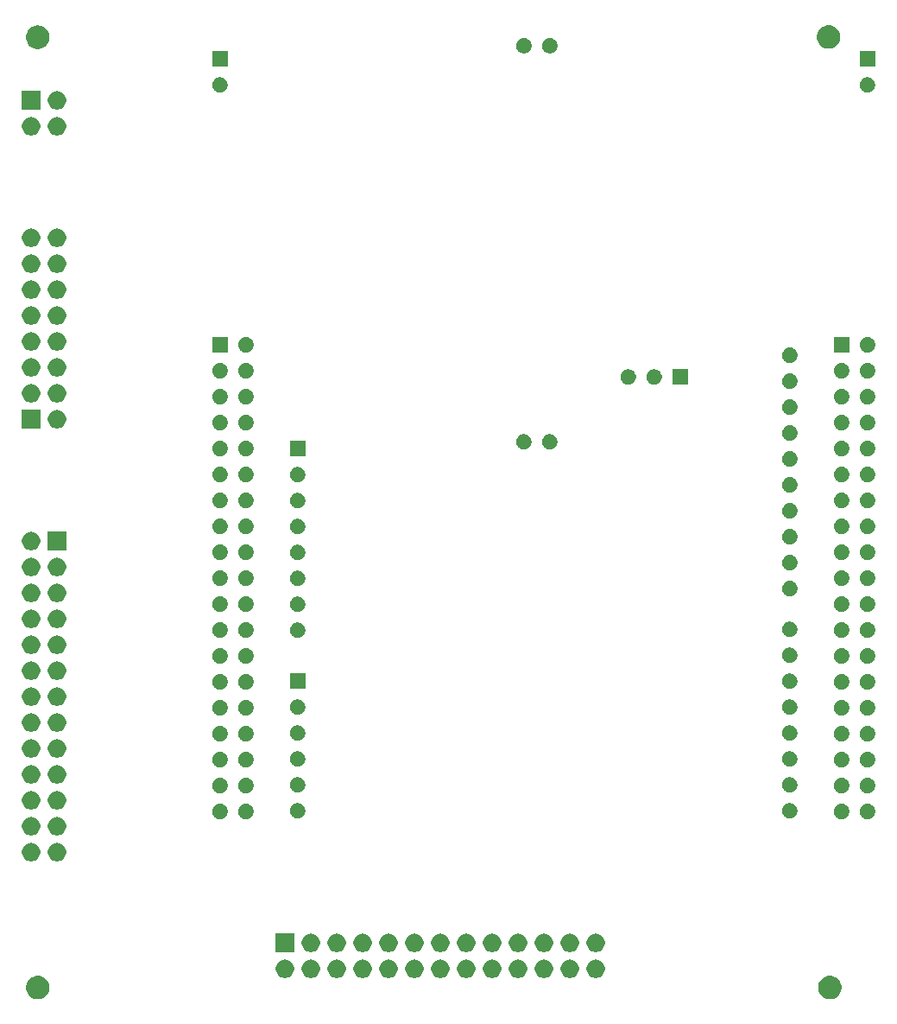
<source format=gbr>
G04 #@! TF.GenerationSoftware,KiCad,Pcbnew,(5.1.5)-3*
G04 #@! TF.CreationDate,2020-09-25T18:44:03-03:00*
G04 #@! TF.ProjectId,STM32G474,53544d33-3247-4343-9734-2e6b69636164,rev?*
G04 #@! TF.SameCoordinates,Original*
G04 #@! TF.FileFunction,Soldermask,Bot*
G04 #@! TF.FilePolarity,Negative*
%FSLAX46Y46*%
G04 Gerber Fmt 4.6, Leading zero omitted, Abs format (unit mm)*
G04 Created by KiCad (PCBNEW (5.1.5)-3) date 2020-09-25 18:44:03*
%MOMM*%
%LPD*%
G04 APERTURE LIST*
%ADD10C,0.100000*%
G04 APERTURE END LIST*
D10*
G36*
X102199549Y-145471116D02*
G01*
X102310734Y-145493232D01*
X102520203Y-145579997D01*
X102708720Y-145705960D01*
X102869040Y-145866280D01*
X102995003Y-146054797D01*
X103081768Y-146264266D01*
X103126000Y-146486636D01*
X103126000Y-146713364D01*
X103081768Y-146935734D01*
X102995003Y-147145203D01*
X102869040Y-147333720D01*
X102708720Y-147494040D01*
X102520203Y-147620003D01*
X102310734Y-147706768D01*
X102199549Y-147728884D01*
X102088365Y-147751000D01*
X101861635Y-147751000D01*
X101750451Y-147728884D01*
X101639266Y-147706768D01*
X101429797Y-147620003D01*
X101241280Y-147494040D01*
X101080960Y-147333720D01*
X100954997Y-147145203D01*
X100868232Y-146935734D01*
X100824000Y-146713364D01*
X100824000Y-146486636D01*
X100868232Y-146264266D01*
X100954997Y-146054797D01*
X101080960Y-145866280D01*
X101241280Y-145705960D01*
X101429797Y-145579997D01*
X101639266Y-145493232D01*
X101750451Y-145471116D01*
X101861635Y-145449000D01*
X102088365Y-145449000D01*
X102199549Y-145471116D01*
G37*
G36*
X24496549Y-145471116D02*
G01*
X24607734Y-145493232D01*
X24817203Y-145579997D01*
X25005720Y-145705960D01*
X25166040Y-145866280D01*
X25292003Y-146054797D01*
X25378768Y-146264266D01*
X25423000Y-146486636D01*
X25423000Y-146713364D01*
X25378768Y-146935734D01*
X25292003Y-147145203D01*
X25166040Y-147333720D01*
X25005720Y-147494040D01*
X24817203Y-147620003D01*
X24607734Y-147706768D01*
X24496549Y-147728884D01*
X24385365Y-147751000D01*
X24158635Y-147751000D01*
X24047451Y-147728884D01*
X23936266Y-147706768D01*
X23726797Y-147620003D01*
X23538280Y-147494040D01*
X23377960Y-147333720D01*
X23251997Y-147145203D01*
X23165232Y-146935734D01*
X23121000Y-146713364D01*
X23121000Y-146486636D01*
X23165232Y-146264266D01*
X23251997Y-146054797D01*
X23377960Y-145866280D01*
X23538280Y-145705960D01*
X23726797Y-145579997D01*
X23936266Y-145493232D01*
X24047451Y-145471116D01*
X24158635Y-145449000D01*
X24385365Y-145449000D01*
X24496549Y-145471116D01*
G37*
G36*
X76567512Y-143883927D02*
G01*
X76716812Y-143913624D01*
X76880784Y-143981544D01*
X77028354Y-144080147D01*
X77153853Y-144205646D01*
X77252456Y-144353216D01*
X77320376Y-144517188D01*
X77355000Y-144691259D01*
X77355000Y-144868741D01*
X77320376Y-145042812D01*
X77252456Y-145206784D01*
X77153853Y-145354354D01*
X77028354Y-145479853D01*
X76880784Y-145578456D01*
X76716812Y-145646376D01*
X76567512Y-145676073D01*
X76542742Y-145681000D01*
X76365258Y-145681000D01*
X76340488Y-145676073D01*
X76191188Y-145646376D01*
X76027216Y-145578456D01*
X75879646Y-145479853D01*
X75754147Y-145354354D01*
X75655544Y-145206784D01*
X75587624Y-145042812D01*
X75553000Y-144868741D01*
X75553000Y-144691259D01*
X75587624Y-144517188D01*
X75655544Y-144353216D01*
X75754147Y-144205646D01*
X75879646Y-144080147D01*
X76027216Y-143981544D01*
X76191188Y-143913624D01*
X76340488Y-143883927D01*
X76365258Y-143879000D01*
X76542742Y-143879000D01*
X76567512Y-143883927D01*
G37*
G36*
X68947512Y-143883927D02*
G01*
X69096812Y-143913624D01*
X69260784Y-143981544D01*
X69408354Y-144080147D01*
X69533853Y-144205646D01*
X69632456Y-144353216D01*
X69700376Y-144517188D01*
X69735000Y-144691259D01*
X69735000Y-144868741D01*
X69700376Y-145042812D01*
X69632456Y-145206784D01*
X69533853Y-145354354D01*
X69408354Y-145479853D01*
X69260784Y-145578456D01*
X69096812Y-145646376D01*
X68947512Y-145676073D01*
X68922742Y-145681000D01*
X68745258Y-145681000D01*
X68720488Y-145676073D01*
X68571188Y-145646376D01*
X68407216Y-145578456D01*
X68259646Y-145479853D01*
X68134147Y-145354354D01*
X68035544Y-145206784D01*
X67967624Y-145042812D01*
X67933000Y-144868741D01*
X67933000Y-144691259D01*
X67967624Y-144517188D01*
X68035544Y-144353216D01*
X68134147Y-144205646D01*
X68259646Y-144080147D01*
X68407216Y-143981544D01*
X68571188Y-143913624D01*
X68720488Y-143883927D01*
X68745258Y-143879000D01*
X68922742Y-143879000D01*
X68947512Y-143883927D01*
G37*
G36*
X71487512Y-143883927D02*
G01*
X71636812Y-143913624D01*
X71800784Y-143981544D01*
X71948354Y-144080147D01*
X72073853Y-144205646D01*
X72172456Y-144353216D01*
X72240376Y-144517188D01*
X72275000Y-144691259D01*
X72275000Y-144868741D01*
X72240376Y-145042812D01*
X72172456Y-145206784D01*
X72073853Y-145354354D01*
X71948354Y-145479853D01*
X71800784Y-145578456D01*
X71636812Y-145646376D01*
X71487512Y-145676073D01*
X71462742Y-145681000D01*
X71285258Y-145681000D01*
X71260488Y-145676073D01*
X71111188Y-145646376D01*
X70947216Y-145578456D01*
X70799646Y-145479853D01*
X70674147Y-145354354D01*
X70575544Y-145206784D01*
X70507624Y-145042812D01*
X70473000Y-144868741D01*
X70473000Y-144691259D01*
X70507624Y-144517188D01*
X70575544Y-144353216D01*
X70674147Y-144205646D01*
X70799646Y-144080147D01*
X70947216Y-143981544D01*
X71111188Y-143913624D01*
X71260488Y-143883927D01*
X71285258Y-143879000D01*
X71462742Y-143879000D01*
X71487512Y-143883927D01*
G37*
G36*
X66407512Y-143883927D02*
G01*
X66556812Y-143913624D01*
X66720784Y-143981544D01*
X66868354Y-144080147D01*
X66993853Y-144205646D01*
X67092456Y-144353216D01*
X67160376Y-144517188D01*
X67195000Y-144691259D01*
X67195000Y-144868741D01*
X67160376Y-145042812D01*
X67092456Y-145206784D01*
X66993853Y-145354354D01*
X66868354Y-145479853D01*
X66720784Y-145578456D01*
X66556812Y-145646376D01*
X66407512Y-145676073D01*
X66382742Y-145681000D01*
X66205258Y-145681000D01*
X66180488Y-145676073D01*
X66031188Y-145646376D01*
X65867216Y-145578456D01*
X65719646Y-145479853D01*
X65594147Y-145354354D01*
X65495544Y-145206784D01*
X65427624Y-145042812D01*
X65393000Y-144868741D01*
X65393000Y-144691259D01*
X65427624Y-144517188D01*
X65495544Y-144353216D01*
X65594147Y-144205646D01*
X65719646Y-144080147D01*
X65867216Y-143981544D01*
X66031188Y-143913624D01*
X66180488Y-143883927D01*
X66205258Y-143879000D01*
X66382742Y-143879000D01*
X66407512Y-143883927D01*
G37*
G36*
X63867512Y-143883927D02*
G01*
X64016812Y-143913624D01*
X64180784Y-143981544D01*
X64328354Y-144080147D01*
X64453853Y-144205646D01*
X64552456Y-144353216D01*
X64620376Y-144517188D01*
X64655000Y-144691259D01*
X64655000Y-144868741D01*
X64620376Y-145042812D01*
X64552456Y-145206784D01*
X64453853Y-145354354D01*
X64328354Y-145479853D01*
X64180784Y-145578456D01*
X64016812Y-145646376D01*
X63867512Y-145676073D01*
X63842742Y-145681000D01*
X63665258Y-145681000D01*
X63640488Y-145676073D01*
X63491188Y-145646376D01*
X63327216Y-145578456D01*
X63179646Y-145479853D01*
X63054147Y-145354354D01*
X62955544Y-145206784D01*
X62887624Y-145042812D01*
X62853000Y-144868741D01*
X62853000Y-144691259D01*
X62887624Y-144517188D01*
X62955544Y-144353216D01*
X63054147Y-144205646D01*
X63179646Y-144080147D01*
X63327216Y-143981544D01*
X63491188Y-143913624D01*
X63640488Y-143883927D01*
X63665258Y-143879000D01*
X63842742Y-143879000D01*
X63867512Y-143883927D01*
G37*
G36*
X61327512Y-143883927D02*
G01*
X61476812Y-143913624D01*
X61640784Y-143981544D01*
X61788354Y-144080147D01*
X61913853Y-144205646D01*
X62012456Y-144353216D01*
X62080376Y-144517188D01*
X62115000Y-144691259D01*
X62115000Y-144868741D01*
X62080376Y-145042812D01*
X62012456Y-145206784D01*
X61913853Y-145354354D01*
X61788354Y-145479853D01*
X61640784Y-145578456D01*
X61476812Y-145646376D01*
X61327512Y-145676073D01*
X61302742Y-145681000D01*
X61125258Y-145681000D01*
X61100488Y-145676073D01*
X60951188Y-145646376D01*
X60787216Y-145578456D01*
X60639646Y-145479853D01*
X60514147Y-145354354D01*
X60415544Y-145206784D01*
X60347624Y-145042812D01*
X60313000Y-144868741D01*
X60313000Y-144691259D01*
X60347624Y-144517188D01*
X60415544Y-144353216D01*
X60514147Y-144205646D01*
X60639646Y-144080147D01*
X60787216Y-143981544D01*
X60951188Y-143913624D01*
X61100488Y-143883927D01*
X61125258Y-143879000D01*
X61302742Y-143879000D01*
X61327512Y-143883927D01*
G37*
G36*
X58787512Y-143883927D02*
G01*
X58936812Y-143913624D01*
X59100784Y-143981544D01*
X59248354Y-144080147D01*
X59373853Y-144205646D01*
X59472456Y-144353216D01*
X59540376Y-144517188D01*
X59575000Y-144691259D01*
X59575000Y-144868741D01*
X59540376Y-145042812D01*
X59472456Y-145206784D01*
X59373853Y-145354354D01*
X59248354Y-145479853D01*
X59100784Y-145578456D01*
X58936812Y-145646376D01*
X58787512Y-145676073D01*
X58762742Y-145681000D01*
X58585258Y-145681000D01*
X58560488Y-145676073D01*
X58411188Y-145646376D01*
X58247216Y-145578456D01*
X58099646Y-145479853D01*
X57974147Y-145354354D01*
X57875544Y-145206784D01*
X57807624Y-145042812D01*
X57773000Y-144868741D01*
X57773000Y-144691259D01*
X57807624Y-144517188D01*
X57875544Y-144353216D01*
X57974147Y-144205646D01*
X58099646Y-144080147D01*
X58247216Y-143981544D01*
X58411188Y-143913624D01*
X58560488Y-143883927D01*
X58585258Y-143879000D01*
X58762742Y-143879000D01*
X58787512Y-143883927D01*
G37*
G36*
X53707512Y-143883927D02*
G01*
X53856812Y-143913624D01*
X54020784Y-143981544D01*
X54168354Y-144080147D01*
X54293853Y-144205646D01*
X54392456Y-144353216D01*
X54460376Y-144517188D01*
X54495000Y-144691259D01*
X54495000Y-144868741D01*
X54460376Y-145042812D01*
X54392456Y-145206784D01*
X54293853Y-145354354D01*
X54168354Y-145479853D01*
X54020784Y-145578456D01*
X53856812Y-145646376D01*
X53707512Y-145676073D01*
X53682742Y-145681000D01*
X53505258Y-145681000D01*
X53480488Y-145676073D01*
X53331188Y-145646376D01*
X53167216Y-145578456D01*
X53019646Y-145479853D01*
X52894147Y-145354354D01*
X52795544Y-145206784D01*
X52727624Y-145042812D01*
X52693000Y-144868741D01*
X52693000Y-144691259D01*
X52727624Y-144517188D01*
X52795544Y-144353216D01*
X52894147Y-144205646D01*
X53019646Y-144080147D01*
X53167216Y-143981544D01*
X53331188Y-143913624D01*
X53480488Y-143883927D01*
X53505258Y-143879000D01*
X53682742Y-143879000D01*
X53707512Y-143883927D01*
G37*
G36*
X56247512Y-143883927D02*
G01*
X56396812Y-143913624D01*
X56560784Y-143981544D01*
X56708354Y-144080147D01*
X56833853Y-144205646D01*
X56932456Y-144353216D01*
X57000376Y-144517188D01*
X57035000Y-144691259D01*
X57035000Y-144868741D01*
X57000376Y-145042812D01*
X56932456Y-145206784D01*
X56833853Y-145354354D01*
X56708354Y-145479853D01*
X56560784Y-145578456D01*
X56396812Y-145646376D01*
X56247512Y-145676073D01*
X56222742Y-145681000D01*
X56045258Y-145681000D01*
X56020488Y-145676073D01*
X55871188Y-145646376D01*
X55707216Y-145578456D01*
X55559646Y-145479853D01*
X55434147Y-145354354D01*
X55335544Y-145206784D01*
X55267624Y-145042812D01*
X55233000Y-144868741D01*
X55233000Y-144691259D01*
X55267624Y-144517188D01*
X55335544Y-144353216D01*
X55434147Y-144205646D01*
X55559646Y-144080147D01*
X55707216Y-143981544D01*
X55871188Y-143913624D01*
X56020488Y-143883927D01*
X56045258Y-143879000D01*
X56222742Y-143879000D01*
X56247512Y-143883927D01*
G37*
G36*
X79107512Y-143883927D02*
G01*
X79256812Y-143913624D01*
X79420784Y-143981544D01*
X79568354Y-144080147D01*
X79693853Y-144205646D01*
X79792456Y-144353216D01*
X79860376Y-144517188D01*
X79895000Y-144691259D01*
X79895000Y-144868741D01*
X79860376Y-145042812D01*
X79792456Y-145206784D01*
X79693853Y-145354354D01*
X79568354Y-145479853D01*
X79420784Y-145578456D01*
X79256812Y-145646376D01*
X79107512Y-145676073D01*
X79082742Y-145681000D01*
X78905258Y-145681000D01*
X78880488Y-145676073D01*
X78731188Y-145646376D01*
X78567216Y-145578456D01*
X78419646Y-145479853D01*
X78294147Y-145354354D01*
X78195544Y-145206784D01*
X78127624Y-145042812D01*
X78093000Y-144868741D01*
X78093000Y-144691259D01*
X78127624Y-144517188D01*
X78195544Y-144353216D01*
X78294147Y-144205646D01*
X78419646Y-144080147D01*
X78567216Y-143981544D01*
X78731188Y-143913624D01*
X78880488Y-143883927D01*
X78905258Y-143879000D01*
X79082742Y-143879000D01*
X79107512Y-143883927D01*
G37*
G36*
X74027512Y-143883927D02*
G01*
X74176812Y-143913624D01*
X74340784Y-143981544D01*
X74488354Y-144080147D01*
X74613853Y-144205646D01*
X74712456Y-144353216D01*
X74780376Y-144517188D01*
X74815000Y-144691259D01*
X74815000Y-144868741D01*
X74780376Y-145042812D01*
X74712456Y-145206784D01*
X74613853Y-145354354D01*
X74488354Y-145479853D01*
X74340784Y-145578456D01*
X74176812Y-145646376D01*
X74027512Y-145676073D01*
X74002742Y-145681000D01*
X73825258Y-145681000D01*
X73800488Y-145676073D01*
X73651188Y-145646376D01*
X73487216Y-145578456D01*
X73339646Y-145479853D01*
X73214147Y-145354354D01*
X73115544Y-145206784D01*
X73047624Y-145042812D01*
X73013000Y-144868741D01*
X73013000Y-144691259D01*
X73047624Y-144517188D01*
X73115544Y-144353216D01*
X73214147Y-144205646D01*
X73339646Y-144080147D01*
X73487216Y-143981544D01*
X73651188Y-143913624D01*
X73800488Y-143883927D01*
X73825258Y-143879000D01*
X74002742Y-143879000D01*
X74027512Y-143883927D01*
G37*
G36*
X48627512Y-143883927D02*
G01*
X48776812Y-143913624D01*
X48940784Y-143981544D01*
X49088354Y-144080147D01*
X49213853Y-144205646D01*
X49312456Y-144353216D01*
X49380376Y-144517188D01*
X49415000Y-144691259D01*
X49415000Y-144868741D01*
X49380376Y-145042812D01*
X49312456Y-145206784D01*
X49213853Y-145354354D01*
X49088354Y-145479853D01*
X48940784Y-145578456D01*
X48776812Y-145646376D01*
X48627512Y-145676073D01*
X48602742Y-145681000D01*
X48425258Y-145681000D01*
X48400488Y-145676073D01*
X48251188Y-145646376D01*
X48087216Y-145578456D01*
X47939646Y-145479853D01*
X47814147Y-145354354D01*
X47715544Y-145206784D01*
X47647624Y-145042812D01*
X47613000Y-144868741D01*
X47613000Y-144691259D01*
X47647624Y-144517188D01*
X47715544Y-144353216D01*
X47814147Y-144205646D01*
X47939646Y-144080147D01*
X48087216Y-143981544D01*
X48251188Y-143913624D01*
X48400488Y-143883927D01*
X48425258Y-143879000D01*
X48602742Y-143879000D01*
X48627512Y-143883927D01*
G37*
G36*
X51167512Y-143883927D02*
G01*
X51316812Y-143913624D01*
X51480784Y-143981544D01*
X51628354Y-144080147D01*
X51753853Y-144205646D01*
X51852456Y-144353216D01*
X51920376Y-144517188D01*
X51955000Y-144691259D01*
X51955000Y-144868741D01*
X51920376Y-145042812D01*
X51852456Y-145206784D01*
X51753853Y-145354354D01*
X51628354Y-145479853D01*
X51480784Y-145578456D01*
X51316812Y-145646376D01*
X51167512Y-145676073D01*
X51142742Y-145681000D01*
X50965258Y-145681000D01*
X50940488Y-145676073D01*
X50791188Y-145646376D01*
X50627216Y-145578456D01*
X50479646Y-145479853D01*
X50354147Y-145354354D01*
X50255544Y-145206784D01*
X50187624Y-145042812D01*
X50153000Y-144868741D01*
X50153000Y-144691259D01*
X50187624Y-144517188D01*
X50255544Y-144353216D01*
X50354147Y-144205646D01*
X50479646Y-144080147D01*
X50627216Y-143981544D01*
X50791188Y-143913624D01*
X50940488Y-143883927D01*
X50965258Y-143879000D01*
X51142742Y-143879000D01*
X51167512Y-143883927D01*
G37*
G36*
X63867512Y-141343927D02*
G01*
X64016812Y-141373624D01*
X64180784Y-141441544D01*
X64328354Y-141540147D01*
X64453853Y-141665646D01*
X64552456Y-141813216D01*
X64620376Y-141977188D01*
X64655000Y-142151259D01*
X64655000Y-142328741D01*
X64620376Y-142502812D01*
X64552456Y-142666784D01*
X64453853Y-142814354D01*
X64328354Y-142939853D01*
X64180784Y-143038456D01*
X64016812Y-143106376D01*
X63867512Y-143136073D01*
X63842742Y-143141000D01*
X63665258Y-143141000D01*
X63640488Y-143136073D01*
X63491188Y-143106376D01*
X63327216Y-143038456D01*
X63179646Y-142939853D01*
X63054147Y-142814354D01*
X62955544Y-142666784D01*
X62887624Y-142502812D01*
X62853000Y-142328741D01*
X62853000Y-142151259D01*
X62887624Y-141977188D01*
X62955544Y-141813216D01*
X63054147Y-141665646D01*
X63179646Y-141540147D01*
X63327216Y-141441544D01*
X63491188Y-141373624D01*
X63640488Y-141343927D01*
X63665258Y-141339000D01*
X63842742Y-141339000D01*
X63867512Y-141343927D01*
G37*
G36*
X61327512Y-141343927D02*
G01*
X61476812Y-141373624D01*
X61640784Y-141441544D01*
X61788354Y-141540147D01*
X61913853Y-141665646D01*
X62012456Y-141813216D01*
X62080376Y-141977188D01*
X62115000Y-142151259D01*
X62115000Y-142328741D01*
X62080376Y-142502812D01*
X62012456Y-142666784D01*
X61913853Y-142814354D01*
X61788354Y-142939853D01*
X61640784Y-143038456D01*
X61476812Y-143106376D01*
X61327512Y-143136073D01*
X61302742Y-143141000D01*
X61125258Y-143141000D01*
X61100488Y-143136073D01*
X60951188Y-143106376D01*
X60787216Y-143038456D01*
X60639646Y-142939853D01*
X60514147Y-142814354D01*
X60415544Y-142666784D01*
X60347624Y-142502812D01*
X60313000Y-142328741D01*
X60313000Y-142151259D01*
X60347624Y-141977188D01*
X60415544Y-141813216D01*
X60514147Y-141665646D01*
X60639646Y-141540147D01*
X60787216Y-141441544D01*
X60951188Y-141373624D01*
X61100488Y-141343927D01*
X61125258Y-141339000D01*
X61302742Y-141339000D01*
X61327512Y-141343927D01*
G37*
G36*
X66407512Y-141343927D02*
G01*
X66556812Y-141373624D01*
X66720784Y-141441544D01*
X66868354Y-141540147D01*
X66993853Y-141665646D01*
X67092456Y-141813216D01*
X67160376Y-141977188D01*
X67195000Y-142151259D01*
X67195000Y-142328741D01*
X67160376Y-142502812D01*
X67092456Y-142666784D01*
X66993853Y-142814354D01*
X66868354Y-142939853D01*
X66720784Y-143038456D01*
X66556812Y-143106376D01*
X66407512Y-143136073D01*
X66382742Y-143141000D01*
X66205258Y-143141000D01*
X66180488Y-143136073D01*
X66031188Y-143106376D01*
X65867216Y-143038456D01*
X65719646Y-142939853D01*
X65594147Y-142814354D01*
X65495544Y-142666784D01*
X65427624Y-142502812D01*
X65393000Y-142328741D01*
X65393000Y-142151259D01*
X65427624Y-141977188D01*
X65495544Y-141813216D01*
X65594147Y-141665646D01*
X65719646Y-141540147D01*
X65867216Y-141441544D01*
X66031188Y-141373624D01*
X66180488Y-141343927D01*
X66205258Y-141339000D01*
X66382742Y-141339000D01*
X66407512Y-141343927D01*
G37*
G36*
X58787512Y-141343927D02*
G01*
X58936812Y-141373624D01*
X59100784Y-141441544D01*
X59248354Y-141540147D01*
X59373853Y-141665646D01*
X59472456Y-141813216D01*
X59540376Y-141977188D01*
X59575000Y-142151259D01*
X59575000Y-142328741D01*
X59540376Y-142502812D01*
X59472456Y-142666784D01*
X59373853Y-142814354D01*
X59248354Y-142939853D01*
X59100784Y-143038456D01*
X58936812Y-143106376D01*
X58787512Y-143136073D01*
X58762742Y-143141000D01*
X58585258Y-143141000D01*
X58560488Y-143136073D01*
X58411188Y-143106376D01*
X58247216Y-143038456D01*
X58099646Y-142939853D01*
X57974147Y-142814354D01*
X57875544Y-142666784D01*
X57807624Y-142502812D01*
X57773000Y-142328741D01*
X57773000Y-142151259D01*
X57807624Y-141977188D01*
X57875544Y-141813216D01*
X57974147Y-141665646D01*
X58099646Y-141540147D01*
X58247216Y-141441544D01*
X58411188Y-141373624D01*
X58560488Y-141343927D01*
X58585258Y-141339000D01*
X58762742Y-141339000D01*
X58787512Y-141343927D01*
G37*
G36*
X56247512Y-141343927D02*
G01*
X56396812Y-141373624D01*
X56560784Y-141441544D01*
X56708354Y-141540147D01*
X56833853Y-141665646D01*
X56932456Y-141813216D01*
X57000376Y-141977188D01*
X57035000Y-142151259D01*
X57035000Y-142328741D01*
X57000376Y-142502812D01*
X56932456Y-142666784D01*
X56833853Y-142814354D01*
X56708354Y-142939853D01*
X56560784Y-143038456D01*
X56396812Y-143106376D01*
X56247512Y-143136073D01*
X56222742Y-143141000D01*
X56045258Y-143141000D01*
X56020488Y-143136073D01*
X55871188Y-143106376D01*
X55707216Y-143038456D01*
X55559646Y-142939853D01*
X55434147Y-142814354D01*
X55335544Y-142666784D01*
X55267624Y-142502812D01*
X55233000Y-142328741D01*
X55233000Y-142151259D01*
X55267624Y-141977188D01*
X55335544Y-141813216D01*
X55434147Y-141665646D01*
X55559646Y-141540147D01*
X55707216Y-141441544D01*
X55871188Y-141373624D01*
X56020488Y-141343927D01*
X56045258Y-141339000D01*
X56222742Y-141339000D01*
X56247512Y-141343927D01*
G37*
G36*
X68947512Y-141343927D02*
G01*
X69096812Y-141373624D01*
X69260784Y-141441544D01*
X69408354Y-141540147D01*
X69533853Y-141665646D01*
X69632456Y-141813216D01*
X69700376Y-141977188D01*
X69735000Y-142151259D01*
X69735000Y-142328741D01*
X69700376Y-142502812D01*
X69632456Y-142666784D01*
X69533853Y-142814354D01*
X69408354Y-142939853D01*
X69260784Y-143038456D01*
X69096812Y-143106376D01*
X68947512Y-143136073D01*
X68922742Y-143141000D01*
X68745258Y-143141000D01*
X68720488Y-143136073D01*
X68571188Y-143106376D01*
X68407216Y-143038456D01*
X68259646Y-142939853D01*
X68134147Y-142814354D01*
X68035544Y-142666784D01*
X67967624Y-142502812D01*
X67933000Y-142328741D01*
X67933000Y-142151259D01*
X67967624Y-141977188D01*
X68035544Y-141813216D01*
X68134147Y-141665646D01*
X68259646Y-141540147D01*
X68407216Y-141441544D01*
X68571188Y-141373624D01*
X68720488Y-141343927D01*
X68745258Y-141339000D01*
X68922742Y-141339000D01*
X68947512Y-141343927D01*
G37*
G36*
X53707512Y-141343927D02*
G01*
X53856812Y-141373624D01*
X54020784Y-141441544D01*
X54168354Y-141540147D01*
X54293853Y-141665646D01*
X54392456Y-141813216D01*
X54460376Y-141977188D01*
X54495000Y-142151259D01*
X54495000Y-142328741D01*
X54460376Y-142502812D01*
X54392456Y-142666784D01*
X54293853Y-142814354D01*
X54168354Y-142939853D01*
X54020784Y-143038456D01*
X53856812Y-143106376D01*
X53707512Y-143136073D01*
X53682742Y-143141000D01*
X53505258Y-143141000D01*
X53480488Y-143136073D01*
X53331188Y-143106376D01*
X53167216Y-143038456D01*
X53019646Y-142939853D01*
X52894147Y-142814354D01*
X52795544Y-142666784D01*
X52727624Y-142502812D01*
X52693000Y-142328741D01*
X52693000Y-142151259D01*
X52727624Y-141977188D01*
X52795544Y-141813216D01*
X52894147Y-141665646D01*
X53019646Y-141540147D01*
X53167216Y-141441544D01*
X53331188Y-141373624D01*
X53480488Y-141343927D01*
X53505258Y-141339000D01*
X53682742Y-141339000D01*
X53707512Y-141343927D01*
G37*
G36*
X49415000Y-143141000D02*
G01*
X47613000Y-143141000D01*
X47613000Y-141339000D01*
X49415000Y-141339000D01*
X49415000Y-143141000D01*
G37*
G36*
X51167512Y-141343927D02*
G01*
X51316812Y-141373624D01*
X51480784Y-141441544D01*
X51628354Y-141540147D01*
X51753853Y-141665646D01*
X51852456Y-141813216D01*
X51920376Y-141977188D01*
X51955000Y-142151259D01*
X51955000Y-142328741D01*
X51920376Y-142502812D01*
X51852456Y-142666784D01*
X51753853Y-142814354D01*
X51628354Y-142939853D01*
X51480784Y-143038456D01*
X51316812Y-143106376D01*
X51167512Y-143136073D01*
X51142742Y-143141000D01*
X50965258Y-143141000D01*
X50940488Y-143136073D01*
X50791188Y-143106376D01*
X50627216Y-143038456D01*
X50479646Y-142939853D01*
X50354147Y-142814354D01*
X50255544Y-142666784D01*
X50187624Y-142502812D01*
X50153000Y-142328741D01*
X50153000Y-142151259D01*
X50187624Y-141977188D01*
X50255544Y-141813216D01*
X50354147Y-141665646D01*
X50479646Y-141540147D01*
X50627216Y-141441544D01*
X50791188Y-141373624D01*
X50940488Y-141343927D01*
X50965258Y-141339000D01*
X51142742Y-141339000D01*
X51167512Y-141343927D01*
G37*
G36*
X71487512Y-141343927D02*
G01*
X71636812Y-141373624D01*
X71800784Y-141441544D01*
X71948354Y-141540147D01*
X72073853Y-141665646D01*
X72172456Y-141813216D01*
X72240376Y-141977188D01*
X72275000Y-142151259D01*
X72275000Y-142328741D01*
X72240376Y-142502812D01*
X72172456Y-142666784D01*
X72073853Y-142814354D01*
X71948354Y-142939853D01*
X71800784Y-143038456D01*
X71636812Y-143106376D01*
X71487512Y-143136073D01*
X71462742Y-143141000D01*
X71285258Y-143141000D01*
X71260488Y-143136073D01*
X71111188Y-143106376D01*
X70947216Y-143038456D01*
X70799646Y-142939853D01*
X70674147Y-142814354D01*
X70575544Y-142666784D01*
X70507624Y-142502812D01*
X70473000Y-142328741D01*
X70473000Y-142151259D01*
X70507624Y-141977188D01*
X70575544Y-141813216D01*
X70674147Y-141665646D01*
X70799646Y-141540147D01*
X70947216Y-141441544D01*
X71111188Y-141373624D01*
X71260488Y-141343927D01*
X71285258Y-141339000D01*
X71462742Y-141339000D01*
X71487512Y-141343927D01*
G37*
G36*
X79107512Y-141343927D02*
G01*
X79256812Y-141373624D01*
X79420784Y-141441544D01*
X79568354Y-141540147D01*
X79693853Y-141665646D01*
X79792456Y-141813216D01*
X79860376Y-141977188D01*
X79895000Y-142151259D01*
X79895000Y-142328741D01*
X79860376Y-142502812D01*
X79792456Y-142666784D01*
X79693853Y-142814354D01*
X79568354Y-142939853D01*
X79420784Y-143038456D01*
X79256812Y-143106376D01*
X79107512Y-143136073D01*
X79082742Y-143141000D01*
X78905258Y-143141000D01*
X78880488Y-143136073D01*
X78731188Y-143106376D01*
X78567216Y-143038456D01*
X78419646Y-142939853D01*
X78294147Y-142814354D01*
X78195544Y-142666784D01*
X78127624Y-142502812D01*
X78093000Y-142328741D01*
X78093000Y-142151259D01*
X78127624Y-141977188D01*
X78195544Y-141813216D01*
X78294147Y-141665646D01*
X78419646Y-141540147D01*
X78567216Y-141441544D01*
X78731188Y-141373624D01*
X78880488Y-141343927D01*
X78905258Y-141339000D01*
X79082742Y-141339000D01*
X79107512Y-141343927D01*
G37*
G36*
X74027512Y-141343927D02*
G01*
X74176812Y-141373624D01*
X74340784Y-141441544D01*
X74488354Y-141540147D01*
X74613853Y-141665646D01*
X74712456Y-141813216D01*
X74780376Y-141977188D01*
X74815000Y-142151259D01*
X74815000Y-142328741D01*
X74780376Y-142502812D01*
X74712456Y-142666784D01*
X74613853Y-142814354D01*
X74488354Y-142939853D01*
X74340784Y-143038456D01*
X74176812Y-143106376D01*
X74027512Y-143136073D01*
X74002742Y-143141000D01*
X73825258Y-143141000D01*
X73800488Y-143136073D01*
X73651188Y-143106376D01*
X73487216Y-143038456D01*
X73339646Y-142939853D01*
X73214147Y-142814354D01*
X73115544Y-142666784D01*
X73047624Y-142502812D01*
X73013000Y-142328741D01*
X73013000Y-142151259D01*
X73047624Y-141977188D01*
X73115544Y-141813216D01*
X73214147Y-141665646D01*
X73339646Y-141540147D01*
X73487216Y-141441544D01*
X73651188Y-141373624D01*
X73800488Y-141343927D01*
X73825258Y-141339000D01*
X74002742Y-141339000D01*
X74027512Y-141343927D01*
G37*
G36*
X76567512Y-141343927D02*
G01*
X76716812Y-141373624D01*
X76880784Y-141441544D01*
X77028354Y-141540147D01*
X77153853Y-141665646D01*
X77252456Y-141813216D01*
X77320376Y-141977188D01*
X77355000Y-142151259D01*
X77355000Y-142328741D01*
X77320376Y-142502812D01*
X77252456Y-142666784D01*
X77153853Y-142814354D01*
X77028354Y-142939853D01*
X76880784Y-143038456D01*
X76716812Y-143106376D01*
X76567512Y-143136073D01*
X76542742Y-143141000D01*
X76365258Y-143141000D01*
X76340488Y-143136073D01*
X76191188Y-143106376D01*
X76027216Y-143038456D01*
X75879646Y-142939853D01*
X75754147Y-142814354D01*
X75655544Y-142666784D01*
X75587624Y-142502812D01*
X75553000Y-142328741D01*
X75553000Y-142151259D01*
X75587624Y-141977188D01*
X75655544Y-141813216D01*
X75754147Y-141665646D01*
X75879646Y-141540147D01*
X76027216Y-141441544D01*
X76191188Y-141373624D01*
X76340488Y-141343927D01*
X76365258Y-141339000D01*
X76542742Y-141339000D01*
X76567512Y-141343927D01*
G37*
G36*
X23735512Y-132453927D02*
G01*
X23884812Y-132483624D01*
X24048784Y-132551544D01*
X24196354Y-132650147D01*
X24321853Y-132775646D01*
X24420456Y-132923216D01*
X24488376Y-133087188D01*
X24523000Y-133261259D01*
X24523000Y-133438741D01*
X24488376Y-133612812D01*
X24420456Y-133776784D01*
X24321853Y-133924354D01*
X24196354Y-134049853D01*
X24048784Y-134148456D01*
X23884812Y-134216376D01*
X23735512Y-134246073D01*
X23710742Y-134251000D01*
X23533258Y-134251000D01*
X23508488Y-134246073D01*
X23359188Y-134216376D01*
X23195216Y-134148456D01*
X23047646Y-134049853D01*
X22922147Y-133924354D01*
X22823544Y-133776784D01*
X22755624Y-133612812D01*
X22721000Y-133438741D01*
X22721000Y-133261259D01*
X22755624Y-133087188D01*
X22823544Y-132923216D01*
X22922147Y-132775646D01*
X23047646Y-132650147D01*
X23195216Y-132551544D01*
X23359188Y-132483624D01*
X23508488Y-132453927D01*
X23533258Y-132449000D01*
X23710742Y-132449000D01*
X23735512Y-132453927D01*
G37*
G36*
X26275512Y-132453927D02*
G01*
X26424812Y-132483624D01*
X26588784Y-132551544D01*
X26736354Y-132650147D01*
X26861853Y-132775646D01*
X26960456Y-132923216D01*
X27028376Y-133087188D01*
X27063000Y-133261259D01*
X27063000Y-133438741D01*
X27028376Y-133612812D01*
X26960456Y-133776784D01*
X26861853Y-133924354D01*
X26736354Y-134049853D01*
X26588784Y-134148456D01*
X26424812Y-134216376D01*
X26275512Y-134246073D01*
X26250742Y-134251000D01*
X26073258Y-134251000D01*
X26048488Y-134246073D01*
X25899188Y-134216376D01*
X25735216Y-134148456D01*
X25587646Y-134049853D01*
X25462147Y-133924354D01*
X25363544Y-133776784D01*
X25295624Y-133612812D01*
X25261000Y-133438741D01*
X25261000Y-133261259D01*
X25295624Y-133087188D01*
X25363544Y-132923216D01*
X25462147Y-132775646D01*
X25587646Y-132650147D01*
X25735216Y-132551544D01*
X25899188Y-132483624D01*
X26048488Y-132453927D01*
X26073258Y-132449000D01*
X26250742Y-132449000D01*
X26275512Y-132453927D01*
G37*
G36*
X26275512Y-129913927D02*
G01*
X26424812Y-129943624D01*
X26588784Y-130011544D01*
X26736354Y-130110147D01*
X26861853Y-130235646D01*
X26960456Y-130383216D01*
X27028376Y-130547188D01*
X27063000Y-130721259D01*
X27063000Y-130898741D01*
X27028376Y-131072812D01*
X26960456Y-131236784D01*
X26861853Y-131384354D01*
X26736354Y-131509853D01*
X26588784Y-131608456D01*
X26424812Y-131676376D01*
X26275512Y-131706073D01*
X26250742Y-131711000D01*
X26073258Y-131711000D01*
X26048488Y-131706073D01*
X25899188Y-131676376D01*
X25735216Y-131608456D01*
X25587646Y-131509853D01*
X25462147Y-131384354D01*
X25363544Y-131236784D01*
X25295624Y-131072812D01*
X25261000Y-130898741D01*
X25261000Y-130721259D01*
X25295624Y-130547188D01*
X25363544Y-130383216D01*
X25462147Y-130235646D01*
X25587646Y-130110147D01*
X25735216Y-130011544D01*
X25899188Y-129943624D01*
X26048488Y-129913927D01*
X26073258Y-129909000D01*
X26250742Y-129909000D01*
X26275512Y-129913927D01*
G37*
G36*
X23735512Y-129913927D02*
G01*
X23884812Y-129943624D01*
X24048784Y-130011544D01*
X24196354Y-130110147D01*
X24321853Y-130235646D01*
X24420456Y-130383216D01*
X24488376Y-130547188D01*
X24523000Y-130721259D01*
X24523000Y-130898741D01*
X24488376Y-131072812D01*
X24420456Y-131236784D01*
X24321853Y-131384354D01*
X24196354Y-131509853D01*
X24048784Y-131608456D01*
X23884812Y-131676376D01*
X23735512Y-131706073D01*
X23710742Y-131711000D01*
X23533258Y-131711000D01*
X23508488Y-131706073D01*
X23359188Y-131676376D01*
X23195216Y-131608456D01*
X23047646Y-131509853D01*
X22922147Y-131384354D01*
X22823544Y-131236784D01*
X22755624Y-131072812D01*
X22721000Y-130898741D01*
X22721000Y-130721259D01*
X22755624Y-130547188D01*
X22823544Y-130383216D01*
X22922147Y-130235646D01*
X23047646Y-130110147D01*
X23195216Y-130011544D01*
X23359188Y-129943624D01*
X23508488Y-129913927D01*
X23533258Y-129909000D01*
X23710742Y-129909000D01*
X23735512Y-129913927D01*
G37*
G36*
X42352021Y-128634471D02*
G01*
X42369059Y-128637860D01*
X42505732Y-128694472D01*
X42628735Y-128776660D01*
X42733340Y-128881265D01*
X42815528Y-129004268D01*
X42815529Y-129004270D01*
X42872140Y-129140941D01*
X42901000Y-129286032D01*
X42901000Y-129433968D01*
X42872140Y-129579059D01*
X42815528Y-129715732D01*
X42733340Y-129838735D01*
X42628735Y-129943340D01*
X42505732Y-130025528D01*
X42505731Y-130025529D01*
X42505730Y-130025529D01*
X42369059Y-130082140D01*
X42223968Y-130111000D01*
X42076032Y-130111000D01*
X41930941Y-130082140D01*
X41794270Y-130025529D01*
X41794269Y-130025529D01*
X41794268Y-130025528D01*
X41671265Y-129943340D01*
X41566660Y-129838735D01*
X41484472Y-129715732D01*
X41427860Y-129579059D01*
X41399000Y-129433968D01*
X41399000Y-129286032D01*
X41427860Y-129140941D01*
X41484471Y-129004270D01*
X41484472Y-129004268D01*
X41566660Y-128881265D01*
X41671265Y-128776660D01*
X41794268Y-128694472D01*
X41930941Y-128637860D01*
X41947979Y-128634471D01*
X42076032Y-128609000D01*
X42223968Y-128609000D01*
X42352021Y-128634471D01*
G37*
G36*
X44892021Y-128634471D02*
G01*
X44909059Y-128637860D01*
X45045732Y-128694472D01*
X45168735Y-128776660D01*
X45273340Y-128881265D01*
X45355528Y-129004268D01*
X45355529Y-129004270D01*
X45412140Y-129140941D01*
X45441000Y-129286032D01*
X45441000Y-129433968D01*
X45412140Y-129579059D01*
X45355528Y-129715732D01*
X45273340Y-129838735D01*
X45168735Y-129943340D01*
X45045732Y-130025528D01*
X45045731Y-130025529D01*
X45045730Y-130025529D01*
X44909059Y-130082140D01*
X44763968Y-130111000D01*
X44616032Y-130111000D01*
X44470941Y-130082140D01*
X44334270Y-130025529D01*
X44334269Y-130025529D01*
X44334268Y-130025528D01*
X44211265Y-129943340D01*
X44106660Y-129838735D01*
X44024472Y-129715732D01*
X43967860Y-129579059D01*
X43939000Y-129433968D01*
X43939000Y-129286032D01*
X43967860Y-129140941D01*
X44024471Y-129004270D01*
X44024472Y-129004268D01*
X44106660Y-128881265D01*
X44211265Y-128776660D01*
X44334268Y-128694472D01*
X44470941Y-128637860D01*
X44487979Y-128634471D01*
X44616032Y-128609000D01*
X44763968Y-128609000D01*
X44892021Y-128634471D01*
G37*
G36*
X105852021Y-128634471D02*
G01*
X105869059Y-128637860D01*
X106005732Y-128694472D01*
X106128735Y-128776660D01*
X106233340Y-128881265D01*
X106315528Y-129004268D01*
X106315529Y-129004270D01*
X106372140Y-129140941D01*
X106401000Y-129286032D01*
X106401000Y-129433968D01*
X106372140Y-129579059D01*
X106315528Y-129715732D01*
X106233340Y-129838735D01*
X106128735Y-129943340D01*
X106005732Y-130025528D01*
X106005731Y-130025529D01*
X106005730Y-130025529D01*
X105869059Y-130082140D01*
X105723968Y-130111000D01*
X105576032Y-130111000D01*
X105430941Y-130082140D01*
X105294270Y-130025529D01*
X105294269Y-130025529D01*
X105294268Y-130025528D01*
X105171265Y-129943340D01*
X105066660Y-129838735D01*
X104984472Y-129715732D01*
X104927860Y-129579059D01*
X104899000Y-129433968D01*
X104899000Y-129286032D01*
X104927860Y-129140941D01*
X104984471Y-129004270D01*
X104984472Y-129004268D01*
X105066660Y-128881265D01*
X105171265Y-128776660D01*
X105294268Y-128694472D01*
X105430941Y-128637860D01*
X105447979Y-128634471D01*
X105576032Y-128609000D01*
X105723968Y-128609000D01*
X105852021Y-128634471D01*
G37*
G36*
X103312021Y-128634471D02*
G01*
X103329059Y-128637860D01*
X103465732Y-128694472D01*
X103588735Y-128776660D01*
X103693340Y-128881265D01*
X103775528Y-129004268D01*
X103775529Y-129004270D01*
X103832140Y-129140941D01*
X103861000Y-129286032D01*
X103861000Y-129433968D01*
X103832140Y-129579059D01*
X103775528Y-129715732D01*
X103693340Y-129838735D01*
X103588735Y-129943340D01*
X103465732Y-130025528D01*
X103465731Y-130025529D01*
X103465730Y-130025529D01*
X103329059Y-130082140D01*
X103183968Y-130111000D01*
X103036032Y-130111000D01*
X102890941Y-130082140D01*
X102754270Y-130025529D01*
X102754269Y-130025529D01*
X102754268Y-130025528D01*
X102631265Y-129943340D01*
X102526660Y-129838735D01*
X102444472Y-129715732D01*
X102387860Y-129579059D01*
X102359000Y-129433968D01*
X102359000Y-129286032D01*
X102387860Y-129140941D01*
X102444471Y-129004270D01*
X102444472Y-129004268D01*
X102526660Y-128881265D01*
X102631265Y-128776660D01*
X102754268Y-128694472D01*
X102890941Y-128637860D01*
X102907979Y-128634471D01*
X103036032Y-128609000D01*
X103183968Y-128609000D01*
X103312021Y-128634471D01*
G37*
G36*
X49989059Y-128577860D02*
G01*
X50064238Y-128609000D01*
X50125732Y-128634472D01*
X50248735Y-128716660D01*
X50353340Y-128821265D01*
X50393432Y-128881267D01*
X50435529Y-128944270D01*
X50492140Y-129080941D01*
X50510054Y-129171000D01*
X50521000Y-129226033D01*
X50521000Y-129373967D01*
X50492140Y-129519059D01*
X50435528Y-129655732D01*
X50353340Y-129778735D01*
X50248735Y-129883340D01*
X50125732Y-129965528D01*
X50125731Y-129965529D01*
X50125730Y-129965529D01*
X49989059Y-130022140D01*
X49843968Y-130051000D01*
X49696032Y-130051000D01*
X49550941Y-130022140D01*
X49414270Y-129965529D01*
X49414269Y-129965529D01*
X49414268Y-129965528D01*
X49291265Y-129883340D01*
X49186660Y-129778735D01*
X49104472Y-129655732D01*
X49047860Y-129519059D01*
X49019000Y-129373967D01*
X49019000Y-129226033D01*
X49029947Y-129171000D01*
X49047860Y-129080941D01*
X49104471Y-128944270D01*
X49146568Y-128881267D01*
X49186660Y-128821265D01*
X49291265Y-128716660D01*
X49414268Y-128634472D01*
X49475763Y-128609000D01*
X49550941Y-128577860D01*
X49696032Y-128549000D01*
X49843968Y-128549000D01*
X49989059Y-128577860D01*
G37*
G36*
X98249059Y-128577860D02*
G01*
X98324238Y-128609000D01*
X98385732Y-128634472D01*
X98508735Y-128716660D01*
X98613340Y-128821265D01*
X98653432Y-128881267D01*
X98695529Y-128944270D01*
X98752140Y-129080941D01*
X98770054Y-129171000D01*
X98781000Y-129226033D01*
X98781000Y-129373967D01*
X98752140Y-129519059D01*
X98695528Y-129655732D01*
X98613340Y-129778735D01*
X98508735Y-129883340D01*
X98385732Y-129965528D01*
X98385731Y-129965529D01*
X98385730Y-129965529D01*
X98249059Y-130022140D01*
X98103968Y-130051000D01*
X97956032Y-130051000D01*
X97810941Y-130022140D01*
X97674270Y-129965529D01*
X97674269Y-129965529D01*
X97674268Y-129965528D01*
X97551265Y-129883340D01*
X97446660Y-129778735D01*
X97364472Y-129655732D01*
X97307860Y-129519059D01*
X97279000Y-129373967D01*
X97279000Y-129226033D01*
X97289947Y-129171000D01*
X97307860Y-129080941D01*
X97364471Y-128944270D01*
X97406568Y-128881267D01*
X97446660Y-128821265D01*
X97551265Y-128716660D01*
X97674268Y-128634472D01*
X97735763Y-128609000D01*
X97810941Y-128577860D01*
X97956032Y-128549000D01*
X98103968Y-128549000D01*
X98249059Y-128577860D01*
G37*
G36*
X26275512Y-127373927D02*
G01*
X26424812Y-127403624D01*
X26588784Y-127471544D01*
X26736354Y-127570147D01*
X26861853Y-127695646D01*
X26960456Y-127843216D01*
X27028376Y-128007188D01*
X27063000Y-128181259D01*
X27063000Y-128358741D01*
X27028376Y-128532812D01*
X26960456Y-128696784D01*
X26861853Y-128844354D01*
X26736354Y-128969853D01*
X26588784Y-129068456D01*
X26424812Y-129136376D01*
X26275512Y-129166073D01*
X26250742Y-129171000D01*
X26073258Y-129171000D01*
X26048488Y-129166073D01*
X25899188Y-129136376D01*
X25735216Y-129068456D01*
X25587646Y-128969853D01*
X25462147Y-128844354D01*
X25363544Y-128696784D01*
X25295624Y-128532812D01*
X25261000Y-128358741D01*
X25261000Y-128181259D01*
X25295624Y-128007188D01*
X25363544Y-127843216D01*
X25462147Y-127695646D01*
X25587646Y-127570147D01*
X25735216Y-127471544D01*
X25899188Y-127403624D01*
X26048488Y-127373927D01*
X26073258Y-127369000D01*
X26250742Y-127369000D01*
X26275512Y-127373927D01*
G37*
G36*
X23735512Y-127373927D02*
G01*
X23884812Y-127403624D01*
X24048784Y-127471544D01*
X24196354Y-127570147D01*
X24321853Y-127695646D01*
X24420456Y-127843216D01*
X24488376Y-128007188D01*
X24523000Y-128181259D01*
X24523000Y-128358741D01*
X24488376Y-128532812D01*
X24420456Y-128696784D01*
X24321853Y-128844354D01*
X24196354Y-128969853D01*
X24048784Y-129068456D01*
X23884812Y-129136376D01*
X23735512Y-129166073D01*
X23710742Y-129171000D01*
X23533258Y-129171000D01*
X23508488Y-129166073D01*
X23359188Y-129136376D01*
X23195216Y-129068456D01*
X23047646Y-128969853D01*
X22922147Y-128844354D01*
X22823544Y-128696784D01*
X22755624Y-128532812D01*
X22721000Y-128358741D01*
X22721000Y-128181259D01*
X22755624Y-128007188D01*
X22823544Y-127843216D01*
X22922147Y-127695646D01*
X23047646Y-127570147D01*
X23195216Y-127471544D01*
X23359188Y-127403624D01*
X23508488Y-127373927D01*
X23533258Y-127369000D01*
X23710742Y-127369000D01*
X23735512Y-127373927D01*
G37*
G36*
X42352021Y-126094471D02*
G01*
X42369059Y-126097860D01*
X42505732Y-126154472D01*
X42628735Y-126236660D01*
X42733340Y-126341265D01*
X42815528Y-126464268D01*
X42815529Y-126464270D01*
X42872140Y-126600941D01*
X42901000Y-126746032D01*
X42901000Y-126893968D01*
X42872140Y-127039059D01*
X42815528Y-127175732D01*
X42733340Y-127298735D01*
X42628735Y-127403340D01*
X42505732Y-127485528D01*
X42505731Y-127485529D01*
X42505730Y-127485529D01*
X42369059Y-127542140D01*
X42223968Y-127571000D01*
X42076032Y-127571000D01*
X41930941Y-127542140D01*
X41794270Y-127485529D01*
X41794269Y-127485529D01*
X41794268Y-127485528D01*
X41671265Y-127403340D01*
X41566660Y-127298735D01*
X41484472Y-127175732D01*
X41427860Y-127039059D01*
X41399000Y-126893968D01*
X41399000Y-126746032D01*
X41427860Y-126600941D01*
X41484471Y-126464270D01*
X41484472Y-126464268D01*
X41566660Y-126341265D01*
X41671265Y-126236660D01*
X41794268Y-126154472D01*
X41930941Y-126097860D01*
X41947979Y-126094471D01*
X42076032Y-126069000D01*
X42223968Y-126069000D01*
X42352021Y-126094471D01*
G37*
G36*
X105852021Y-126094471D02*
G01*
X105869059Y-126097860D01*
X106005732Y-126154472D01*
X106128735Y-126236660D01*
X106233340Y-126341265D01*
X106315528Y-126464268D01*
X106315529Y-126464270D01*
X106372140Y-126600941D01*
X106401000Y-126746032D01*
X106401000Y-126893968D01*
X106372140Y-127039059D01*
X106315528Y-127175732D01*
X106233340Y-127298735D01*
X106128735Y-127403340D01*
X106005732Y-127485528D01*
X106005731Y-127485529D01*
X106005730Y-127485529D01*
X105869059Y-127542140D01*
X105723968Y-127571000D01*
X105576032Y-127571000D01*
X105430941Y-127542140D01*
X105294270Y-127485529D01*
X105294269Y-127485529D01*
X105294268Y-127485528D01*
X105171265Y-127403340D01*
X105066660Y-127298735D01*
X104984472Y-127175732D01*
X104927860Y-127039059D01*
X104899000Y-126893968D01*
X104899000Y-126746032D01*
X104927860Y-126600941D01*
X104984471Y-126464270D01*
X104984472Y-126464268D01*
X105066660Y-126341265D01*
X105171265Y-126236660D01*
X105294268Y-126154472D01*
X105430941Y-126097860D01*
X105447979Y-126094471D01*
X105576032Y-126069000D01*
X105723968Y-126069000D01*
X105852021Y-126094471D01*
G37*
G36*
X103312021Y-126094471D02*
G01*
X103329059Y-126097860D01*
X103465732Y-126154472D01*
X103588735Y-126236660D01*
X103693340Y-126341265D01*
X103775528Y-126464268D01*
X103775529Y-126464270D01*
X103832140Y-126600941D01*
X103861000Y-126746032D01*
X103861000Y-126893968D01*
X103832140Y-127039059D01*
X103775528Y-127175732D01*
X103693340Y-127298735D01*
X103588735Y-127403340D01*
X103465732Y-127485528D01*
X103465731Y-127485529D01*
X103465730Y-127485529D01*
X103329059Y-127542140D01*
X103183968Y-127571000D01*
X103036032Y-127571000D01*
X102890941Y-127542140D01*
X102754270Y-127485529D01*
X102754269Y-127485529D01*
X102754268Y-127485528D01*
X102631265Y-127403340D01*
X102526660Y-127298735D01*
X102444472Y-127175732D01*
X102387860Y-127039059D01*
X102359000Y-126893968D01*
X102359000Y-126746032D01*
X102387860Y-126600941D01*
X102444471Y-126464270D01*
X102444472Y-126464268D01*
X102526660Y-126341265D01*
X102631265Y-126236660D01*
X102754268Y-126154472D01*
X102890941Y-126097860D01*
X102907979Y-126094471D01*
X103036032Y-126069000D01*
X103183968Y-126069000D01*
X103312021Y-126094471D01*
G37*
G36*
X44892021Y-126094471D02*
G01*
X44909059Y-126097860D01*
X45045732Y-126154472D01*
X45168735Y-126236660D01*
X45273340Y-126341265D01*
X45355528Y-126464268D01*
X45355529Y-126464270D01*
X45412140Y-126600941D01*
X45441000Y-126746032D01*
X45441000Y-126893968D01*
X45412140Y-127039059D01*
X45355528Y-127175732D01*
X45273340Y-127298735D01*
X45168735Y-127403340D01*
X45045732Y-127485528D01*
X45045731Y-127485529D01*
X45045730Y-127485529D01*
X44909059Y-127542140D01*
X44763968Y-127571000D01*
X44616032Y-127571000D01*
X44470941Y-127542140D01*
X44334270Y-127485529D01*
X44334269Y-127485529D01*
X44334268Y-127485528D01*
X44211265Y-127403340D01*
X44106660Y-127298735D01*
X44024472Y-127175732D01*
X43967860Y-127039059D01*
X43939000Y-126893968D01*
X43939000Y-126746032D01*
X43967860Y-126600941D01*
X44024471Y-126464270D01*
X44024472Y-126464268D01*
X44106660Y-126341265D01*
X44211265Y-126236660D01*
X44334268Y-126154472D01*
X44470941Y-126097860D01*
X44487979Y-126094471D01*
X44616032Y-126069000D01*
X44763968Y-126069000D01*
X44892021Y-126094471D01*
G37*
G36*
X49989059Y-126037860D02*
G01*
X50064238Y-126069000D01*
X50125732Y-126094472D01*
X50248735Y-126176660D01*
X50353340Y-126281265D01*
X50393432Y-126341267D01*
X50435529Y-126404270D01*
X50492140Y-126540941D01*
X50510054Y-126631000D01*
X50521000Y-126686033D01*
X50521000Y-126833967D01*
X50492140Y-126979059D01*
X50435528Y-127115732D01*
X50353340Y-127238735D01*
X50248735Y-127343340D01*
X50125732Y-127425528D01*
X50125731Y-127425529D01*
X50125730Y-127425529D01*
X49989059Y-127482140D01*
X49843968Y-127511000D01*
X49696032Y-127511000D01*
X49550941Y-127482140D01*
X49414270Y-127425529D01*
X49414269Y-127425529D01*
X49414268Y-127425528D01*
X49291265Y-127343340D01*
X49186660Y-127238735D01*
X49104472Y-127115732D01*
X49047860Y-126979059D01*
X49019000Y-126833967D01*
X49019000Y-126686033D01*
X49029947Y-126631000D01*
X49047860Y-126540941D01*
X49104471Y-126404270D01*
X49146568Y-126341267D01*
X49186660Y-126281265D01*
X49291265Y-126176660D01*
X49414268Y-126094472D01*
X49475763Y-126069000D01*
X49550941Y-126037860D01*
X49696032Y-126009000D01*
X49843968Y-126009000D01*
X49989059Y-126037860D01*
G37*
G36*
X98249059Y-126037860D02*
G01*
X98324238Y-126069000D01*
X98385732Y-126094472D01*
X98508735Y-126176660D01*
X98613340Y-126281265D01*
X98653432Y-126341267D01*
X98695529Y-126404270D01*
X98752140Y-126540941D01*
X98770054Y-126631000D01*
X98781000Y-126686033D01*
X98781000Y-126833967D01*
X98752140Y-126979059D01*
X98695528Y-127115732D01*
X98613340Y-127238735D01*
X98508735Y-127343340D01*
X98385732Y-127425528D01*
X98385731Y-127425529D01*
X98385730Y-127425529D01*
X98249059Y-127482140D01*
X98103968Y-127511000D01*
X97956032Y-127511000D01*
X97810941Y-127482140D01*
X97674270Y-127425529D01*
X97674269Y-127425529D01*
X97674268Y-127425528D01*
X97551265Y-127343340D01*
X97446660Y-127238735D01*
X97364472Y-127115732D01*
X97307860Y-126979059D01*
X97279000Y-126833967D01*
X97279000Y-126686033D01*
X97289947Y-126631000D01*
X97307860Y-126540941D01*
X97364471Y-126404270D01*
X97406568Y-126341267D01*
X97446660Y-126281265D01*
X97551265Y-126176660D01*
X97674268Y-126094472D01*
X97735763Y-126069000D01*
X97810941Y-126037860D01*
X97956032Y-126009000D01*
X98103968Y-126009000D01*
X98249059Y-126037860D01*
G37*
G36*
X26275512Y-124833927D02*
G01*
X26424812Y-124863624D01*
X26588784Y-124931544D01*
X26736354Y-125030147D01*
X26861853Y-125155646D01*
X26960456Y-125303216D01*
X27028376Y-125467188D01*
X27063000Y-125641259D01*
X27063000Y-125818741D01*
X27028376Y-125992812D01*
X26960456Y-126156784D01*
X26861853Y-126304354D01*
X26736354Y-126429853D01*
X26588784Y-126528456D01*
X26424812Y-126596376D01*
X26275512Y-126626073D01*
X26250742Y-126631000D01*
X26073258Y-126631000D01*
X26048488Y-126626073D01*
X25899188Y-126596376D01*
X25735216Y-126528456D01*
X25587646Y-126429853D01*
X25462147Y-126304354D01*
X25363544Y-126156784D01*
X25295624Y-125992812D01*
X25261000Y-125818741D01*
X25261000Y-125641259D01*
X25295624Y-125467188D01*
X25363544Y-125303216D01*
X25462147Y-125155646D01*
X25587646Y-125030147D01*
X25735216Y-124931544D01*
X25899188Y-124863624D01*
X26048488Y-124833927D01*
X26073258Y-124829000D01*
X26250742Y-124829000D01*
X26275512Y-124833927D01*
G37*
G36*
X23735512Y-124833927D02*
G01*
X23884812Y-124863624D01*
X24048784Y-124931544D01*
X24196354Y-125030147D01*
X24321853Y-125155646D01*
X24420456Y-125303216D01*
X24488376Y-125467188D01*
X24523000Y-125641259D01*
X24523000Y-125818741D01*
X24488376Y-125992812D01*
X24420456Y-126156784D01*
X24321853Y-126304354D01*
X24196354Y-126429853D01*
X24048784Y-126528456D01*
X23884812Y-126596376D01*
X23735512Y-126626073D01*
X23710742Y-126631000D01*
X23533258Y-126631000D01*
X23508488Y-126626073D01*
X23359188Y-126596376D01*
X23195216Y-126528456D01*
X23047646Y-126429853D01*
X22922147Y-126304354D01*
X22823544Y-126156784D01*
X22755624Y-125992812D01*
X22721000Y-125818741D01*
X22721000Y-125641259D01*
X22755624Y-125467188D01*
X22823544Y-125303216D01*
X22922147Y-125155646D01*
X23047646Y-125030147D01*
X23195216Y-124931544D01*
X23359188Y-124863624D01*
X23508488Y-124833927D01*
X23533258Y-124829000D01*
X23710742Y-124829000D01*
X23735512Y-124833927D01*
G37*
G36*
X42352021Y-123554471D02*
G01*
X42369059Y-123557860D01*
X42505732Y-123614472D01*
X42628735Y-123696660D01*
X42733340Y-123801265D01*
X42815528Y-123924268D01*
X42815529Y-123924270D01*
X42872140Y-124060941D01*
X42901000Y-124206032D01*
X42901000Y-124353968D01*
X42872140Y-124499059D01*
X42815528Y-124635732D01*
X42733340Y-124758735D01*
X42628735Y-124863340D01*
X42505732Y-124945528D01*
X42505731Y-124945529D01*
X42505730Y-124945529D01*
X42369059Y-125002140D01*
X42223968Y-125031000D01*
X42076032Y-125031000D01*
X41930941Y-125002140D01*
X41794270Y-124945529D01*
X41794269Y-124945529D01*
X41794268Y-124945528D01*
X41671265Y-124863340D01*
X41566660Y-124758735D01*
X41484472Y-124635732D01*
X41427860Y-124499059D01*
X41399000Y-124353968D01*
X41399000Y-124206032D01*
X41427860Y-124060941D01*
X41484471Y-123924270D01*
X41484472Y-123924268D01*
X41566660Y-123801265D01*
X41671265Y-123696660D01*
X41794268Y-123614472D01*
X41930941Y-123557860D01*
X41947979Y-123554471D01*
X42076032Y-123529000D01*
X42223968Y-123529000D01*
X42352021Y-123554471D01*
G37*
G36*
X44892021Y-123554471D02*
G01*
X44909059Y-123557860D01*
X45045732Y-123614472D01*
X45168735Y-123696660D01*
X45273340Y-123801265D01*
X45355528Y-123924268D01*
X45355529Y-123924270D01*
X45412140Y-124060941D01*
X45441000Y-124206032D01*
X45441000Y-124353968D01*
X45412140Y-124499059D01*
X45355528Y-124635732D01*
X45273340Y-124758735D01*
X45168735Y-124863340D01*
X45045732Y-124945528D01*
X45045731Y-124945529D01*
X45045730Y-124945529D01*
X44909059Y-125002140D01*
X44763968Y-125031000D01*
X44616032Y-125031000D01*
X44470941Y-125002140D01*
X44334270Y-124945529D01*
X44334269Y-124945529D01*
X44334268Y-124945528D01*
X44211265Y-124863340D01*
X44106660Y-124758735D01*
X44024472Y-124635732D01*
X43967860Y-124499059D01*
X43939000Y-124353968D01*
X43939000Y-124206032D01*
X43967860Y-124060941D01*
X44024471Y-123924270D01*
X44024472Y-123924268D01*
X44106660Y-123801265D01*
X44211265Y-123696660D01*
X44334268Y-123614472D01*
X44470941Y-123557860D01*
X44487979Y-123554471D01*
X44616032Y-123529000D01*
X44763968Y-123529000D01*
X44892021Y-123554471D01*
G37*
G36*
X103312021Y-123554471D02*
G01*
X103329059Y-123557860D01*
X103465732Y-123614472D01*
X103588735Y-123696660D01*
X103693340Y-123801265D01*
X103775528Y-123924268D01*
X103775529Y-123924270D01*
X103832140Y-124060941D01*
X103861000Y-124206032D01*
X103861000Y-124353968D01*
X103832140Y-124499059D01*
X103775528Y-124635732D01*
X103693340Y-124758735D01*
X103588735Y-124863340D01*
X103465732Y-124945528D01*
X103465731Y-124945529D01*
X103465730Y-124945529D01*
X103329059Y-125002140D01*
X103183968Y-125031000D01*
X103036032Y-125031000D01*
X102890941Y-125002140D01*
X102754270Y-124945529D01*
X102754269Y-124945529D01*
X102754268Y-124945528D01*
X102631265Y-124863340D01*
X102526660Y-124758735D01*
X102444472Y-124635732D01*
X102387860Y-124499059D01*
X102359000Y-124353968D01*
X102359000Y-124206032D01*
X102387860Y-124060941D01*
X102444471Y-123924270D01*
X102444472Y-123924268D01*
X102526660Y-123801265D01*
X102631265Y-123696660D01*
X102754268Y-123614472D01*
X102890941Y-123557860D01*
X102907979Y-123554471D01*
X103036032Y-123529000D01*
X103183968Y-123529000D01*
X103312021Y-123554471D01*
G37*
G36*
X105852021Y-123554471D02*
G01*
X105869059Y-123557860D01*
X106005732Y-123614472D01*
X106128735Y-123696660D01*
X106233340Y-123801265D01*
X106315528Y-123924268D01*
X106315529Y-123924270D01*
X106372140Y-124060941D01*
X106401000Y-124206032D01*
X106401000Y-124353968D01*
X106372140Y-124499059D01*
X106315528Y-124635732D01*
X106233340Y-124758735D01*
X106128735Y-124863340D01*
X106005732Y-124945528D01*
X106005731Y-124945529D01*
X106005730Y-124945529D01*
X105869059Y-125002140D01*
X105723968Y-125031000D01*
X105576032Y-125031000D01*
X105430941Y-125002140D01*
X105294270Y-124945529D01*
X105294269Y-124945529D01*
X105294268Y-124945528D01*
X105171265Y-124863340D01*
X105066660Y-124758735D01*
X104984472Y-124635732D01*
X104927860Y-124499059D01*
X104899000Y-124353968D01*
X104899000Y-124206032D01*
X104927860Y-124060941D01*
X104984471Y-123924270D01*
X104984472Y-123924268D01*
X105066660Y-123801265D01*
X105171265Y-123696660D01*
X105294268Y-123614472D01*
X105430941Y-123557860D01*
X105447979Y-123554471D01*
X105576032Y-123529000D01*
X105723968Y-123529000D01*
X105852021Y-123554471D01*
G37*
G36*
X49989059Y-123497860D02*
G01*
X50064238Y-123529000D01*
X50125732Y-123554472D01*
X50248735Y-123636660D01*
X50353340Y-123741265D01*
X50393432Y-123801267D01*
X50435529Y-123864270D01*
X50492140Y-124000941D01*
X50510054Y-124091000D01*
X50521000Y-124146033D01*
X50521000Y-124293967D01*
X50492140Y-124439059D01*
X50435528Y-124575732D01*
X50353340Y-124698735D01*
X50248735Y-124803340D01*
X50125732Y-124885528D01*
X50125731Y-124885529D01*
X50125730Y-124885529D01*
X49989059Y-124942140D01*
X49843968Y-124971000D01*
X49696032Y-124971000D01*
X49550941Y-124942140D01*
X49414270Y-124885529D01*
X49414269Y-124885529D01*
X49414268Y-124885528D01*
X49291265Y-124803340D01*
X49186660Y-124698735D01*
X49104472Y-124575732D01*
X49047860Y-124439059D01*
X49019000Y-124293967D01*
X49019000Y-124146033D01*
X49029947Y-124091000D01*
X49047860Y-124000941D01*
X49104471Y-123864270D01*
X49146568Y-123801267D01*
X49186660Y-123741265D01*
X49291265Y-123636660D01*
X49414268Y-123554472D01*
X49475763Y-123529000D01*
X49550941Y-123497860D01*
X49696032Y-123469000D01*
X49843968Y-123469000D01*
X49989059Y-123497860D01*
G37*
G36*
X98249059Y-123497860D02*
G01*
X98324238Y-123529000D01*
X98385732Y-123554472D01*
X98508735Y-123636660D01*
X98613340Y-123741265D01*
X98653432Y-123801267D01*
X98695529Y-123864270D01*
X98752140Y-124000941D01*
X98770054Y-124091000D01*
X98781000Y-124146033D01*
X98781000Y-124293967D01*
X98752140Y-124439059D01*
X98695528Y-124575732D01*
X98613340Y-124698735D01*
X98508735Y-124803340D01*
X98385732Y-124885528D01*
X98385731Y-124885529D01*
X98385730Y-124885529D01*
X98249059Y-124942140D01*
X98103968Y-124971000D01*
X97956032Y-124971000D01*
X97810941Y-124942140D01*
X97674270Y-124885529D01*
X97674269Y-124885529D01*
X97674268Y-124885528D01*
X97551265Y-124803340D01*
X97446660Y-124698735D01*
X97364472Y-124575732D01*
X97307860Y-124439059D01*
X97279000Y-124293967D01*
X97279000Y-124146033D01*
X97289947Y-124091000D01*
X97307860Y-124000941D01*
X97364471Y-123864270D01*
X97406568Y-123801267D01*
X97446660Y-123741265D01*
X97551265Y-123636660D01*
X97674268Y-123554472D01*
X97735763Y-123529000D01*
X97810941Y-123497860D01*
X97956032Y-123469000D01*
X98103968Y-123469000D01*
X98249059Y-123497860D01*
G37*
G36*
X26275512Y-122293927D02*
G01*
X26424812Y-122323624D01*
X26588784Y-122391544D01*
X26736354Y-122490147D01*
X26861853Y-122615646D01*
X26960456Y-122763216D01*
X27028376Y-122927188D01*
X27063000Y-123101259D01*
X27063000Y-123278741D01*
X27028376Y-123452812D01*
X26960456Y-123616784D01*
X26861853Y-123764354D01*
X26736354Y-123889853D01*
X26588784Y-123988456D01*
X26424812Y-124056376D01*
X26275512Y-124086073D01*
X26250742Y-124091000D01*
X26073258Y-124091000D01*
X26048488Y-124086073D01*
X25899188Y-124056376D01*
X25735216Y-123988456D01*
X25587646Y-123889853D01*
X25462147Y-123764354D01*
X25363544Y-123616784D01*
X25295624Y-123452812D01*
X25261000Y-123278741D01*
X25261000Y-123101259D01*
X25295624Y-122927188D01*
X25363544Y-122763216D01*
X25462147Y-122615646D01*
X25587646Y-122490147D01*
X25735216Y-122391544D01*
X25899188Y-122323624D01*
X26048488Y-122293927D01*
X26073258Y-122289000D01*
X26250742Y-122289000D01*
X26275512Y-122293927D01*
G37*
G36*
X23735512Y-122293927D02*
G01*
X23884812Y-122323624D01*
X24048784Y-122391544D01*
X24196354Y-122490147D01*
X24321853Y-122615646D01*
X24420456Y-122763216D01*
X24488376Y-122927188D01*
X24523000Y-123101259D01*
X24523000Y-123278741D01*
X24488376Y-123452812D01*
X24420456Y-123616784D01*
X24321853Y-123764354D01*
X24196354Y-123889853D01*
X24048784Y-123988456D01*
X23884812Y-124056376D01*
X23735512Y-124086073D01*
X23710742Y-124091000D01*
X23533258Y-124091000D01*
X23508488Y-124086073D01*
X23359188Y-124056376D01*
X23195216Y-123988456D01*
X23047646Y-123889853D01*
X22922147Y-123764354D01*
X22823544Y-123616784D01*
X22755624Y-123452812D01*
X22721000Y-123278741D01*
X22721000Y-123101259D01*
X22755624Y-122927188D01*
X22823544Y-122763216D01*
X22922147Y-122615646D01*
X23047646Y-122490147D01*
X23195216Y-122391544D01*
X23359188Y-122323624D01*
X23508488Y-122293927D01*
X23533258Y-122289000D01*
X23710742Y-122289000D01*
X23735512Y-122293927D01*
G37*
G36*
X103312021Y-121014471D02*
G01*
X103329059Y-121017860D01*
X103465732Y-121074472D01*
X103588735Y-121156660D01*
X103693340Y-121261265D01*
X103775528Y-121384268D01*
X103775529Y-121384270D01*
X103832140Y-121520941D01*
X103861000Y-121666032D01*
X103861000Y-121813968D01*
X103832140Y-121959059D01*
X103775528Y-122095732D01*
X103693340Y-122218735D01*
X103588735Y-122323340D01*
X103465732Y-122405528D01*
X103465731Y-122405529D01*
X103465730Y-122405529D01*
X103329059Y-122462140D01*
X103183968Y-122491000D01*
X103036032Y-122491000D01*
X102890941Y-122462140D01*
X102754270Y-122405529D01*
X102754269Y-122405529D01*
X102754268Y-122405528D01*
X102631265Y-122323340D01*
X102526660Y-122218735D01*
X102444472Y-122095732D01*
X102387860Y-121959059D01*
X102359000Y-121813968D01*
X102359000Y-121666032D01*
X102387860Y-121520941D01*
X102444471Y-121384270D01*
X102444472Y-121384268D01*
X102526660Y-121261265D01*
X102631265Y-121156660D01*
X102754268Y-121074472D01*
X102890941Y-121017860D01*
X102907979Y-121014471D01*
X103036032Y-120989000D01*
X103183968Y-120989000D01*
X103312021Y-121014471D01*
G37*
G36*
X42352021Y-121014471D02*
G01*
X42369059Y-121017860D01*
X42505732Y-121074472D01*
X42628735Y-121156660D01*
X42733340Y-121261265D01*
X42815528Y-121384268D01*
X42815529Y-121384270D01*
X42872140Y-121520941D01*
X42901000Y-121666032D01*
X42901000Y-121813968D01*
X42872140Y-121959059D01*
X42815528Y-122095732D01*
X42733340Y-122218735D01*
X42628735Y-122323340D01*
X42505732Y-122405528D01*
X42505731Y-122405529D01*
X42505730Y-122405529D01*
X42369059Y-122462140D01*
X42223968Y-122491000D01*
X42076032Y-122491000D01*
X41930941Y-122462140D01*
X41794270Y-122405529D01*
X41794269Y-122405529D01*
X41794268Y-122405528D01*
X41671265Y-122323340D01*
X41566660Y-122218735D01*
X41484472Y-122095732D01*
X41427860Y-121959059D01*
X41399000Y-121813968D01*
X41399000Y-121666032D01*
X41427860Y-121520941D01*
X41484471Y-121384270D01*
X41484472Y-121384268D01*
X41566660Y-121261265D01*
X41671265Y-121156660D01*
X41794268Y-121074472D01*
X41930941Y-121017860D01*
X41947979Y-121014471D01*
X42076032Y-120989000D01*
X42223968Y-120989000D01*
X42352021Y-121014471D01*
G37*
G36*
X44892021Y-121014471D02*
G01*
X44909059Y-121017860D01*
X45045732Y-121074472D01*
X45168735Y-121156660D01*
X45273340Y-121261265D01*
X45355528Y-121384268D01*
X45355529Y-121384270D01*
X45412140Y-121520941D01*
X45441000Y-121666032D01*
X45441000Y-121813968D01*
X45412140Y-121959059D01*
X45355528Y-122095732D01*
X45273340Y-122218735D01*
X45168735Y-122323340D01*
X45045732Y-122405528D01*
X45045731Y-122405529D01*
X45045730Y-122405529D01*
X44909059Y-122462140D01*
X44763968Y-122491000D01*
X44616032Y-122491000D01*
X44470941Y-122462140D01*
X44334270Y-122405529D01*
X44334269Y-122405529D01*
X44334268Y-122405528D01*
X44211265Y-122323340D01*
X44106660Y-122218735D01*
X44024472Y-122095732D01*
X43967860Y-121959059D01*
X43939000Y-121813968D01*
X43939000Y-121666032D01*
X43967860Y-121520941D01*
X44024471Y-121384270D01*
X44024472Y-121384268D01*
X44106660Y-121261265D01*
X44211265Y-121156660D01*
X44334268Y-121074472D01*
X44470941Y-121017860D01*
X44487979Y-121014471D01*
X44616032Y-120989000D01*
X44763968Y-120989000D01*
X44892021Y-121014471D01*
G37*
G36*
X105852021Y-121014471D02*
G01*
X105869059Y-121017860D01*
X106005732Y-121074472D01*
X106128735Y-121156660D01*
X106233340Y-121261265D01*
X106315528Y-121384268D01*
X106315529Y-121384270D01*
X106372140Y-121520941D01*
X106401000Y-121666032D01*
X106401000Y-121813968D01*
X106372140Y-121959059D01*
X106315528Y-122095732D01*
X106233340Y-122218735D01*
X106128735Y-122323340D01*
X106005732Y-122405528D01*
X106005731Y-122405529D01*
X106005730Y-122405529D01*
X105869059Y-122462140D01*
X105723968Y-122491000D01*
X105576032Y-122491000D01*
X105430941Y-122462140D01*
X105294270Y-122405529D01*
X105294269Y-122405529D01*
X105294268Y-122405528D01*
X105171265Y-122323340D01*
X105066660Y-122218735D01*
X104984472Y-122095732D01*
X104927860Y-121959059D01*
X104899000Y-121813968D01*
X104899000Y-121666032D01*
X104927860Y-121520941D01*
X104984471Y-121384270D01*
X104984472Y-121384268D01*
X105066660Y-121261265D01*
X105171265Y-121156660D01*
X105294268Y-121074472D01*
X105430941Y-121017860D01*
X105447979Y-121014471D01*
X105576032Y-120989000D01*
X105723968Y-120989000D01*
X105852021Y-121014471D01*
G37*
G36*
X98249059Y-120957860D02*
G01*
X98324238Y-120989000D01*
X98385732Y-121014472D01*
X98508735Y-121096660D01*
X98613340Y-121201265D01*
X98653432Y-121261267D01*
X98695529Y-121324270D01*
X98752140Y-121460941D01*
X98770054Y-121551000D01*
X98781000Y-121606033D01*
X98781000Y-121753967D01*
X98752140Y-121899059D01*
X98695528Y-122035732D01*
X98613340Y-122158735D01*
X98508735Y-122263340D01*
X98385732Y-122345528D01*
X98385731Y-122345529D01*
X98385730Y-122345529D01*
X98249059Y-122402140D01*
X98103968Y-122431000D01*
X97956032Y-122431000D01*
X97810941Y-122402140D01*
X97674270Y-122345529D01*
X97674269Y-122345529D01*
X97674268Y-122345528D01*
X97551265Y-122263340D01*
X97446660Y-122158735D01*
X97364472Y-122035732D01*
X97307860Y-121899059D01*
X97279000Y-121753967D01*
X97279000Y-121606033D01*
X97289947Y-121551000D01*
X97307860Y-121460941D01*
X97364471Y-121324270D01*
X97406568Y-121261267D01*
X97446660Y-121201265D01*
X97551265Y-121096660D01*
X97674268Y-121014472D01*
X97735763Y-120989000D01*
X97810941Y-120957860D01*
X97956032Y-120929000D01*
X98103968Y-120929000D01*
X98249059Y-120957860D01*
G37*
G36*
X49989059Y-120957860D02*
G01*
X50064238Y-120989000D01*
X50125732Y-121014472D01*
X50248735Y-121096660D01*
X50353340Y-121201265D01*
X50393432Y-121261267D01*
X50435529Y-121324270D01*
X50492140Y-121460941D01*
X50510054Y-121551000D01*
X50521000Y-121606033D01*
X50521000Y-121753967D01*
X50492140Y-121899059D01*
X50435528Y-122035732D01*
X50353340Y-122158735D01*
X50248735Y-122263340D01*
X50125732Y-122345528D01*
X50125731Y-122345529D01*
X50125730Y-122345529D01*
X49989059Y-122402140D01*
X49843968Y-122431000D01*
X49696032Y-122431000D01*
X49550941Y-122402140D01*
X49414270Y-122345529D01*
X49414269Y-122345529D01*
X49414268Y-122345528D01*
X49291265Y-122263340D01*
X49186660Y-122158735D01*
X49104472Y-122035732D01*
X49047860Y-121899059D01*
X49019000Y-121753967D01*
X49019000Y-121606033D01*
X49029947Y-121551000D01*
X49047860Y-121460941D01*
X49104471Y-121324270D01*
X49146568Y-121261267D01*
X49186660Y-121201265D01*
X49291265Y-121096660D01*
X49414268Y-121014472D01*
X49475763Y-120989000D01*
X49550941Y-120957860D01*
X49696032Y-120929000D01*
X49843968Y-120929000D01*
X49989059Y-120957860D01*
G37*
G36*
X26275512Y-119753927D02*
G01*
X26424812Y-119783624D01*
X26588784Y-119851544D01*
X26736354Y-119950147D01*
X26861853Y-120075646D01*
X26960456Y-120223216D01*
X27028376Y-120387188D01*
X27063000Y-120561259D01*
X27063000Y-120738741D01*
X27028376Y-120912812D01*
X26960456Y-121076784D01*
X26861853Y-121224354D01*
X26736354Y-121349853D01*
X26588784Y-121448456D01*
X26424812Y-121516376D01*
X26275512Y-121546073D01*
X26250742Y-121551000D01*
X26073258Y-121551000D01*
X26048488Y-121546073D01*
X25899188Y-121516376D01*
X25735216Y-121448456D01*
X25587646Y-121349853D01*
X25462147Y-121224354D01*
X25363544Y-121076784D01*
X25295624Y-120912812D01*
X25261000Y-120738741D01*
X25261000Y-120561259D01*
X25295624Y-120387188D01*
X25363544Y-120223216D01*
X25462147Y-120075646D01*
X25587646Y-119950147D01*
X25735216Y-119851544D01*
X25899188Y-119783624D01*
X26048488Y-119753927D01*
X26073258Y-119749000D01*
X26250742Y-119749000D01*
X26275512Y-119753927D01*
G37*
G36*
X23735512Y-119753927D02*
G01*
X23884812Y-119783624D01*
X24048784Y-119851544D01*
X24196354Y-119950147D01*
X24321853Y-120075646D01*
X24420456Y-120223216D01*
X24488376Y-120387188D01*
X24523000Y-120561259D01*
X24523000Y-120738741D01*
X24488376Y-120912812D01*
X24420456Y-121076784D01*
X24321853Y-121224354D01*
X24196354Y-121349853D01*
X24048784Y-121448456D01*
X23884812Y-121516376D01*
X23735512Y-121546073D01*
X23710742Y-121551000D01*
X23533258Y-121551000D01*
X23508488Y-121546073D01*
X23359188Y-121516376D01*
X23195216Y-121448456D01*
X23047646Y-121349853D01*
X22922147Y-121224354D01*
X22823544Y-121076784D01*
X22755624Y-120912812D01*
X22721000Y-120738741D01*
X22721000Y-120561259D01*
X22755624Y-120387188D01*
X22823544Y-120223216D01*
X22922147Y-120075646D01*
X23047646Y-119950147D01*
X23195216Y-119851544D01*
X23359188Y-119783624D01*
X23508488Y-119753927D01*
X23533258Y-119749000D01*
X23710742Y-119749000D01*
X23735512Y-119753927D01*
G37*
G36*
X105852021Y-118474471D02*
G01*
X105869059Y-118477860D01*
X106005732Y-118534472D01*
X106128735Y-118616660D01*
X106233340Y-118721265D01*
X106315528Y-118844268D01*
X106315529Y-118844270D01*
X106372140Y-118980941D01*
X106401000Y-119126032D01*
X106401000Y-119273968D01*
X106372140Y-119419059D01*
X106315528Y-119555732D01*
X106233340Y-119678735D01*
X106128735Y-119783340D01*
X106005732Y-119865528D01*
X106005731Y-119865529D01*
X106005730Y-119865529D01*
X105869059Y-119922140D01*
X105723968Y-119951000D01*
X105576032Y-119951000D01*
X105430941Y-119922140D01*
X105294270Y-119865529D01*
X105294269Y-119865529D01*
X105294268Y-119865528D01*
X105171265Y-119783340D01*
X105066660Y-119678735D01*
X104984472Y-119555732D01*
X104927860Y-119419059D01*
X104899000Y-119273968D01*
X104899000Y-119126032D01*
X104927860Y-118980941D01*
X104984471Y-118844270D01*
X104984472Y-118844268D01*
X105066660Y-118721265D01*
X105171265Y-118616660D01*
X105294268Y-118534472D01*
X105430941Y-118477860D01*
X105447979Y-118474471D01*
X105576032Y-118449000D01*
X105723968Y-118449000D01*
X105852021Y-118474471D01*
G37*
G36*
X103312021Y-118474471D02*
G01*
X103329059Y-118477860D01*
X103465732Y-118534472D01*
X103588735Y-118616660D01*
X103693340Y-118721265D01*
X103775528Y-118844268D01*
X103775529Y-118844270D01*
X103832140Y-118980941D01*
X103861000Y-119126032D01*
X103861000Y-119273968D01*
X103832140Y-119419059D01*
X103775528Y-119555732D01*
X103693340Y-119678735D01*
X103588735Y-119783340D01*
X103465732Y-119865528D01*
X103465731Y-119865529D01*
X103465730Y-119865529D01*
X103329059Y-119922140D01*
X103183968Y-119951000D01*
X103036032Y-119951000D01*
X102890941Y-119922140D01*
X102754270Y-119865529D01*
X102754269Y-119865529D01*
X102754268Y-119865528D01*
X102631265Y-119783340D01*
X102526660Y-119678735D01*
X102444472Y-119555732D01*
X102387860Y-119419059D01*
X102359000Y-119273968D01*
X102359000Y-119126032D01*
X102387860Y-118980941D01*
X102444471Y-118844270D01*
X102444472Y-118844268D01*
X102526660Y-118721265D01*
X102631265Y-118616660D01*
X102754268Y-118534472D01*
X102890941Y-118477860D01*
X102907979Y-118474471D01*
X103036032Y-118449000D01*
X103183968Y-118449000D01*
X103312021Y-118474471D01*
G37*
G36*
X44892021Y-118474471D02*
G01*
X44909059Y-118477860D01*
X45045732Y-118534472D01*
X45168735Y-118616660D01*
X45273340Y-118721265D01*
X45355528Y-118844268D01*
X45355529Y-118844270D01*
X45412140Y-118980941D01*
X45441000Y-119126032D01*
X45441000Y-119273968D01*
X45412140Y-119419059D01*
X45355528Y-119555732D01*
X45273340Y-119678735D01*
X45168735Y-119783340D01*
X45045732Y-119865528D01*
X45045731Y-119865529D01*
X45045730Y-119865529D01*
X44909059Y-119922140D01*
X44763968Y-119951000D01*
X44616032Y-119951000D01*
X44470941Y-119922140D01*
X44334270Y-119865529D01*
X44334269Y-119865529D01*
X44334268Y-119865528D01*
X44211265Y-119783340D01*
X44106660Y-119678735D01*
X44024472Y-119555732D01*
X43967860Y-119419059D01*
X43939000Y-119273968D01*
X43939000Y-119126032D01*
X43967860Y-118980941D01*
X44024471Y-118844270D01*
X44024472Y-118844268D01*
X44106660Y-118721265D01*
X44211265Y-118616660D01*
X44334268Y-118534472D01*
X44470941Y-118477860D01*
X44487979Y-118474471D01*
X44616032Y-118449000D01*
X44763968Y-118449000D01*
X44892021Y-118474471D01*
G37*
G36*
X42352021Y-118474471D02*
G01*
X42369059Y-118477860D01*
X42505732Y-118534472D01*
X42628735Y-118616660D01*
X42733340Y-118721265D01*
X42815528Y-118844268D01*
X42815529Y-118844270D01*
X42872140Y-118980941D01*
X42901000Y-119126032D01*
X42901000Y-119273968D01*
X42872140Y-119419059D01*
X42815528Y-119555732D01*
X42733340Y-119678735D01*
X42628735Y-119783340D01*
X42505732Y-119865528D01*
X42505731Y-119865529D01*
X42505730Y-119865529D01*
X42369059Y-119922140D01*
X42223968Y-119951000D01*
X42076032Y-119951000D01*
X41930941Y-119922140D01*
X41794270Y-119865529D01*
X41794269Y-119865529D01*
X41794268Y-119865528D01*
X41671265Y-119783340D01*
X41566660Y-119678735D01*
X41484472Y-119555732D01*
X41427860Y-119419059D01*
X41399000Y-119273968D01*
X41399000Y-119126032D01*
X41427860Y-118980941D01*
X41484471Y-118844270D01*
X41484472Y-118844268D01*
X41566660Y-118721265D01*
X41671265Y-118616660D01*
X41794268Y-118534472D01*
X41930941Y-118477860D01*
X41947979Y-118474471D01*
X42076032Y-118449000D01*
X42223968Y-118449000D01*
X42352021Y-118474471D01*
G37*
G36*
X98249059Y-118417860D02*
G01*
X98324238Y-118449000D01*
X98385732Y-118474472D01*
X98508735Y-118556660D01*
X98613340Y-118661265D01*
X98653432Y-118721267D01*
X98695529Y-118784270D01*
X98752140Y-118920941D01*
X98770054Y-119011000D01*
X98781000Y-119066033D01*
X98781000Y-119213967D01*
X98752140Y-119359059D01*
X98695528Y-119495732D01*
X98613340Y-119618735D01*
X98508735Y-119723340D01*
X98385732Y-119805528D01*
X98385731Y-119805529D01*
X98385730Y-119805529D01*
X98249059Y-119862140D01*
X98103968Y-119891000D01*
X97956032Y-119891000D01*
X97810941Y-119862140D01*
X97674270Y-119805529D01*
X97674269Y-119805529D01*
X97674268Y-119805528D01*
X97551265Y-119723340D01*
X97446660Y-119618735D01*
X97364472Y-119495732D01*
X97307860Y-119359059D01*
X97279000Y-119213967D01*
X97279000Y-119066033D01*
X97289947Y-119011000D01*
X97307860Y-118920941D01*
X97364471Y-118784270D01*
X97406568Y-118721267D01*
X97446660Y-118661265D01*
X97551265Y-118556660D01*
X97674268Y-118474472D01*
X97735763Y-118449000D01*
X97810941Y-118417860D01*
X97956032Y-118389000D01*
X98103968Y-118389000D01*
X98249059Y-118417860D01*
G37*
G36*
X49989059Y-118417860D02*
G01*
X50064238Y-118449000D01*
X50125732Y-118474472D01*
X50248735Y-118556660D01*
X50353340Y-118661265D01*
X50393432Y-118721267D01*
X50435529Y-118784270D01*
X50492140Y-118920941D01*
X50510054Y-119011000D01*
X50521000Y-119066033D01*
X50521000Y-119213967D01*
X50492140Y-119359059D01*
X50435528Y-119495732D01*
X50353340Y-119618735D01*
X50248735Y-119723340D01*
X50125732Y-119805528D01*
X50125731Y-119805529D01*
X50125730Y-119805529D01*
X49989059Y-119862140D01*
X49843968Y-119891000D01*
X49696032Y-119891000D01*
X49550941Y-119862140D01*
X49414270Y-119805529D01*
X49414269Y-119805529D01*
X49414268Y-119805528D01*
X49291265Y-119723340D01*
X49186660Y-119618735D01*
X49104472Y-119495732D01*
X49047860Y-119359059D01*
X49019000Y-119213967D01*
X49019000Y-119066033D01*
X49029947Y-119011000D01*
X49047860Y-118920941D01*
X49104471Y-118784270D01*
X49146568Y-118721267D01*
X49186660Y-118661265D01*
X49291265Y-118556660D01*
X49414268Y-118474472D01*
X49475763Y-118449000D01*
X49550941Y-118417860D01*
X49696032Y-118389000D01*
X49843968Y-118389000D01*
X49989059Y-118417860D01*
G37*
G36*
X26275512Y-117213927D02*
G01*
X26424812Y-117243624D01*
X26588784Y-117311544D01*
X26736354Y-117410147D01*
X26861853Y-117535646D01*
X26960456Y-117683216D01*
X27028376Y-117847188D01*
X27063000Y-118021259D01*
X27063000Y-118198741D01*
X27028376Y-118372812D01*
X26960456Y-118536784D01*
X26861853Y-118684354D01*
X26736354Y-118809853D01*
X26588784Y-118908456D01*
X26424812Y-118976376D01*
X26275512Y-119006073D01*
X26250742Y-119011000D01*
X26073258Y-119011000D01*
X26048488Y-119006073D01*
X25899188Y-118976376D01*
X25735216Y-118908456D01*
X25587646Y-118809853D01*
X25462147Y-118684354D01*
X25363544Y-118536784D01*
X25295624Y-118372812D01*
X25261000Y-118198741D01*
X25261000Y-118021259D01*
X25295624Y-117847188D01*
X25363544Y-117683216D01*
X25462147Y-117535646D01*
X25587646Y-117410147D01*
X25735216Y-117311544D01*
X25899188Y-117243624D01*
X26048488Y-117213927D01*
X26073258Y-117209000D01*
X26250742Y-117209000D01*
X26275512Y-117213927D01*
G37*
G36*
X23735512Y-117213927D02*
G01*
X23884812Y-117243624D01*
X24048784Y-117311544D01*
X24196354Y-117410147D01*
X24321853Y-117535646D01*
X24420456Y-117683216D01*
X24488376Y-117847188D01*
X24523000Y-118021259D01*
X24523000Y-118198741D01*
X24488376Y-118372812D01*
X24420456Y-118536784D01*
X24321853Y-118684354D01*
X24196354Y-118809853D01*
X24048784Y-118908456D01*
X23884812Y-118976376D01*
X23735512Y-119006073D01*
X23710742Y-119011000D01*
X23533258Y-119011000D01*
X23508488Y-119006073D01*
X23359188Y-118976376D01*
X23195216Y-118908456D01*
X23047646Y-118809853D01*
X22922147Y-118684354D01*
X22823544Y-118536784D01*
X22755624Y-118372812D01*
X22721000Y-118198741D01*
X22721000Y-118021259D01*
X22755624Y-117847188D01*
X22823544Y-117683216D01*
X22922147Y-117535646D01*
X23047646Y-117410147D01*
X23195216Y-117311544D01*
X23359188Y-117243624D01*
X23508488Y-117213927D01*
X23533258Y-117209000D01*
X23710742Y-117209000D01*
X23735512Y-117213927D01*
G37*
G36*
X42352021Y-115934471D02*
G01*
X42369059Y-115937860D01*
X42505732Y-115994472D01*
X42628735Y-116076660D01*
X42733340Y-116181265D01*
X42815528Y-116304268D01*
X42815529Y-116304270D01*
X42872140Y-116440941D01*
X42901000Y-116586032D01*
X42901000Y-116733968D01*
X42872140Y-116879059D01*
X42815528Y-117015732D01*
X42733340Y-117138735D01*
X42628735Y-117243340D01*
X42505732Y-117325528D01*
X42505731Y-117325529D01*
X42505730Y-117325529D01*
X42369059Y-117382140D01*
X42223968Y-117411000D01*
X42076032Y-117411000D01*
X41930941Y-117382140D01*
X41794270Y-117325529D01*
X41794269Y-117325529D01*
X41794268Y-117325528D01*
X41671265Y-117243340D01*
X41566660Y-117138735D01*
X41484472Y-117015732D01*
X41427860Y-116879059D01*
X41399000Y-116733968D01*
X41399000Y-116586032D01*
X41427860Y-116440941D01*
X41484471Y-116304270D01*
X41484472Y-116304268D01*
X41566660Y-116181265D01*
X41671265Y-116076660D01*
X41794268Y-115994472D01*
X41930941Y-115937860D01*
X41947979Y-115934471D01*
X42076032Y-115909000D01*
X42223968Y-115909000D01*
X42352021Y-115934471D01*
G37*
G36*
X44892021Y-115934471D02*
G01*
X44909059Y-115937860D01*
X45045732Y-115994472D01*
X45168735Y-116076660D01*
X45273340Y-116181265D01*
X45355528Y-116304268D01*
X45355529Y-116304270D01*
X45412140Y-116440941D01*
X45441000Y-116586032D01*
X45441000Y-116733968D01*
X45412140Y-116879059D01*
X45355528Y-117015732D01*
X45273340Y-117138735D01*
X45168735Y-117243340D01*
X45045732Y-117325528D01*
X45045731Y-117325529D01*
X45045730Y-117325529D01*
X44909059Y-117382140D01*
X44763968Y-117411000D01*
X44616032Y-117411000D01*
X44470941Y-117382140D01*
X44334270Y-117325529D01*
X44334269Y-117325529D01*
X44334268Y-117325528D01*
X44211265Y-117243340D01*
X44106660Y-117138735D01*
X44024472Y-117015732D01*
X43967860Y-116879059D01*
X43939000Y-116733968D01*
X43939000Y-116586032D01*
X43967860Y-116440941D01*
X44024471Y-116304270D01*
X44024472Y-116304268D01*
X44106660Y-116181265D01*
X44211265Y-116076660D01*
X44334268Y-115994472D01*
X44470941Y-115937860D01*
X44487979Y-115934471D01*
X44616032Y-115909000D01*
X44763968Y-115909000D01*
X44892021Y-115934471D01*
G37*
G36*
X105852021Y-115934471D02*
G01*
X105869059Y-115937860D01*
X106005732Y-115994472D01*
X106128735Y-116076660D01*
X106233340Y-116181265D01*
X106315528Y-116304268D01*
X106315529Y-116304270D01*
X106372140Y-116440941D01*
X106401000Y-116586032D01*
X106401000Y-116733968D01*
X106372140Y-116879059D01*
X106315528Y-117015732D01*
X106233340Y-117138735D01*
X106128735Y-117243340D01*
X106005732Y-117325528D01*
X106005731Y-117325529D01*
X106005730Y-117325529D01*
X105869059Y-117382140D01*
X105723968Y-117411000D01*
X105576032Y-117411000D01*
X105430941Y-117382140D01*
X105294270Y-117325529D01*
X105294269Y-117325529D01*
X105294268Y-117325528D01*
X105171265Y-117243340D01*
X105066660Y-117138735D01*
X104984472Y-117015732D01*
X104927860Y-116879059D01*
X104899000Y-116733968D01*
X104899000Y-116586032D01*
X104927860Y-116440941D01*
X104984471Y-116304270D01*
X104984472Y-116304268D01*
X105066660Y-116181265D01*
X105171265Y-116076660D01*
X105294268Y-115994472D01*
X105430941Y-115937860D01*
X105447979Y-115934471D01*
X105576032Y-115909000D01*
X105723968Y-115909000D01*
X105852021Y-115934471D01*
G37*
G36*
X103312021Y-115934471D02*
G01*
X103329059Y-115937860D01*
X103465732Y-115994472D01*
X103588735Y-116076660D01*
X103693340Y-116181265D01*
X103775528Y-116304268D01*
X103775529Y-116304270D01*
X103832140Y-116440941D01*
X103861000Y-116586032D01*
X103861000Y-116733968D01*
X103832140Y-116879059D01*
X103775528Y-117015732D01*
X103693340Y-117138735D01*
X103588735Y-117243340D01*
X103465732Y-117325528D01*
X103465731Y-117325529D01*
X103465730Y-117325529D01*
X103329059Y-117382140D01*
X103183968Y-117411000D01*
X103036032Y-117411000D01*
X102890941Y-117382140D01*
X102754270Y-117325529D01*
X102754269Y-117325529D01*
X102754268Y-117325528D01*
X102631265Y-117243340D01*
X102526660Y-117138735D01*
X102444472Y-117015732D01*
X102387860Y-116879059D01*
X102359000Y-116733968D01*
X102359000Y-116586032D01*
X102387860Y-116440941D01*
X102444471Y-116304270D01*
X102444472Y-116304268D01*
X102526660Y-116181265D01*
X102631265Y-116076660D01*
X102754268Y-115994472D01*
X102890941Y-115937860D01*
X102907979Y-115934471D01*
X103036032Y-115909000D01*
X103183968Y-115909000D01*
X103312021Y-115934471D01*
G37*
G36*
X98249059Y-115877860D02*
G01*
X98324238Y-115909000D01*
X98385732Y-115934472D01*
X98508735Y-116016660D01*
X98613340Y-116121265D01*
X98653432Y-116181267D01*
X98695529Y-116244270D01*
X98752140Y-116380941D01*
X98770054Y-116471000D01*
X98781000Y-116526033D01*
X98781000Y-116673967D01*
X98752140Y-116819059D01*
X98695528Y-116955732D01*
X98613340Y-117078735D01*
X98508735Y-117183340D01*
X98385732Y-117265528D01*
X98385731Y-117265529D01*
X98385730Y-117265529D01*
X98249059Y-117322140D01*
X98103968Y-117351000D01*
X97956032Y-117351000D01*
X97810941Y-117322140D01*
X97674270Y-117265529D01*
X97674269Y-117265529D01*
X97674268Y-117265528D01*
X97551265Y-117183340D01*
X97446660Y-117078735D01*
X97364472Y-116955732D01*
X97307860Y-116819059D01*
X97279000Y-116673967D01*
X97279000Y-116526033D01*
X97289947Y-116471000D01*
X97307860Y-116380941D01*
X97364471Y-116244270D01*
X97406568Y-116181267D01*
X97446660Y-116121265D01*
X97551265Y-116016660D01*
X97674268Y-115934472D01*
X97735763Y-115909000D01*
X97810941Y-115877860D01*
X97956032Y-115849000D01*
X98103968Y-115849000D01*
X98249059Y-115877860D01*
G37*
G36*
X50521000Y-117351000D02*
G01*
X49019000Y-117351000D01*
X49019000Y-115849000D01*
X50521000Y-115849000D01*
X50521000Y-117351000D01*
G37*
G36*
X26275512Y-114673927D02*
G01*
X26424812Y-114703624D01*
X26588784Y-114771544D01*
X26736354Y-114870147D01*
X26861853Y-114995646D01*
X26960456Y-115143216D01*
X27028376Y-115307188D01*
X27063000Y-115481259D01*
X27063000Y-115658741D01*
X27028376Y-115832812D01*
X26960456Y-115996784D01*
X26861853Y-116144354D01*
X26736354Y-116269853D01*
X26588784Y-116368456D01*
X26424812Y-116436376D01*
X26275512Y-116466073D01*
X26250742Y-116471000D01*
X26073258Y-116471000D01*
X26048488Y-116466073D01*
X25899188Y-116436376D01*
X25735216Y-116368456D01*
X25587646Y-116269853D01*
X25462147Y-116144354D01*
X25363544Y-115996784D01*
X25295624Y-115832812D01*
X25261000Y-115658741D01*
X25261000Y-115481259D01*
X25295624Y-115307188D01*
X25363544Y-115143216D01*
X25462147Y-114995646D01*
X25587646Y-114870147D01*
X25735216Y-114771544D01*
X25899188Y-114703624D01*
X26048488Y-114673927D01*
X26073258Y-114669000D01*
X26250742Y-114669000D01*
X26275512Y-114673927D01*
G37*
G36*
X23735512Y-114673927D02*
G01*
X23884812Y-114703624D01*
X24048784Y-114771544D01*
X24196354Y-114870147D01*
X24321853Y-114995646D01*
X24420456Y-115143216D01*
X24488376Y-115307188D01*
X24523000Y-115481259D01*
X24523000Y-115658741D01*
X24488376Y-115832812D01*
X24420456Y-115996784D01*
X24321853Y-116144354D01*
X24196354Y-116269853D01*
X24048784Y-116368456D01*
X23884812Y-116436376D01*
X23735512Y-116466073D01*
X23710742Y-116471000D01*
X23533258Y-116471000D01*
X23508488Y-116466073D01*
X23359188Y-116436376D01*
X23195216Y-116368456D01*
X23047646Y-116269853D01*
X22922147Y-116144354D01*
X22823544Y-115996784D01*
X22755624Y-115832812D01*
X22721000Y-115658741D01*
X22721000Y-115481259D01*
X22755624Y-115307188D01*
X22823544Y-115143216D01*
X22922147Y-114995646D01*
X23047646Y-114870147D01*
X23195216Y-114771544D01*
X23359188Y-114703624D01*
X23508488Y-114673927D01*
X23533258Y-114669000D01*
X23710742Y-114669000D01*
X23735512Y-114673927D01*
G37*
G36*
X103312021Y-113394471D02*
G01*
X103329059Y-113397860D01*
X103465732Y-113454472D01*
X103588735Y-113536660D01*
X103693340Y-113641265D01*
X103775528Y-113764268D01*
X103775529Y-113764270D01*
X103832140Y-113900941D01*
X103861000Y-114046032D01*
X103861000Y-114193968D01*
X103832140Y-114339059D01*
X103775528Y-114475732D01*
X103693340Y-114598735D01*
X103588735Y-114703340D01*
X103465732Y-114785528D01*
X103465731Y-114785529D01*
X103465730Y-114785529D01*
X103329059Y-114842140D01*
X103183968Y-114871000D01*
X103036032Y-114871000D01*
X102890941Y-114842140D01*
X102754270Y-114785529D01*
X102754269Y-114785529D01*
X102754268Y-114785528D01*
X102631265Y-114703340D01*
X102526660Y-114598735D01*
X102444472Y-114475732D01*
X102387860Y-114339059D01*
X102359000Y-114193968D01*
X102359000Y-114046032D01*
X102387860Y-113900941D01*
X102444471Y-113764270D01*
X102444472Y-113764268D01*
X102526660Y-113641265D01*
X102631265Y-113536660D01*
X102754268Y-113454472D01*
X102890941Y-113397860D01*
X102907979Y-113394471D01*
X103036032Y-113369000D01*
X103183968Y-113369000D01*
X103312021Y-113394471D01*
G37*
G36*
X42352021Y-113394471D02*
G01*
X42369059Y-113397860D01*
X42505732Y-113454472D01*
X42628735Y-113536660D01*
X42733340Y-113641265D01*
X42815528Y-113764268D01*
X42815529Y-113764270D01*
X42872140Y-113900941D01*
X42901000Y-114046032D01*
X42901000Y-114193968D01*
X42872140Y-114339059D01*
X42815528Y-114475732D01*
X42733340Y-114598735D01*
X42628735Y-114703340D01*
X42505732Y-114785528D01*
X42505731Y-114785529D01*
X42505730Y-114785529D01*
X42369059Y-114842140D01*
X42223968Y-114871000D01*
X42076032Y-114871000D01*
X41930941Y-114842140D01*
X41794270Y-114785529D01*
X41794269Y-114785529D01*
X41794268Y-114785528D01*
X41671265Y-114703340D01*
X41566660Y-114598735D01*
X41484472Y-114475732D01*
X41427860Y-114339059D01*
X41399000Y-114193968D01*
X41399000Y-114046032D01*
X41427860Y-113900941D01*
X41484471Y-113764270D01*
X41484472Y-113764268D01*
X41566660Y-113641265D01*
X41671265Y-113536660D01*
X41794268Y-113454472D01*
X41930941Y-113397860D01*
X41947979Y-113394471D01*
X42076032Y-113369000D01*
X42223968Y-113369000D01*
X42352021Y-113394471D01*
G37*
G36*
X44892021Y-113394471D02*
G01*
X44909059Y-113397860D01*
X45045732Y-113454472D01*
X45168735Y-113536660D01*
X45273340Y-113641265D01*
X45355528Y-113764268D01*
X45355529Y-113764270D01*
X45412140Y-113900941D01*
X45441000Y-114046032D01*
X45441000Y-114193968D01*
X45412140Y-114339059D01*
X45355528Y-114475732D01*
X45273340Y-114598735D01*
X45168735Y-114703340D01*
X45045732Y-114785528D01*
X45045731Y-114785529D01*
X45045730Y-114785529D01*
X44909059Y-114842140D01*
X44763968Y-114871000D01*
X44616032Y-114871000D01*
X44470941Y-114842140D01*
X44334270Y-114785529D01*
X44334269Y-114785529D01*
X44334268Y-114785528D01*
X44211265Y-114703340D01*
X44106660Y-114598735D01*
X44024472Y-114475732D01*
X43967860Y-114339059D01*
X43939000Y-114193968D01*
X43939000Y-114046032D01*
X43967860Y-113900941D01*
X44024471Y-113764270D01*
X44024472Y-113764268D01*
X44106660Y-113641265D01*
X44211265Y-113536660D01*
X44334268Y-113454472D01*
X44470941Y-113397860D01*
X44487979Y-113394471D01*
X44616032Y-113369000D01*
X44763968Y-113369000D01*
X44892021Y-113394471D01*
G37*
G36*
X105852021Y-113394471D02*
G01*
X105869059Y-113397860D01*
X106005732Y-113454472D01*
X106128735Y-113536660D01*
X106233340Y-113641265D01*
X106315528Y-113764268D01*
X106315529Y-113764270D01*
X106372140Y-113900941D01*
X106401000Y-114046032D01*
X106401000Y-114193968D01*
X106372140Y-114339059D01*
X106315528Y-114475732D01*
X106233340Y-114598735D01*
X106128735Y-114703340D01*
X106005732Y-114785528D01*
X106005731Y-114785529D01*
X106005730Y-114785529D01*
X105869059Y-114842140D01*
X105723968Y-114871000D01*
X105576032Y-114871000D01*
X105430941Y-114842140D01*
X105294270Y-114785529D01*
X105294269Y-114785529D01*
X105294268Y-114785528D01*
X105171265Y-114703340D01*
X105066660Y-114598735D01*
X104984472Y-114475732D01*
X104927860Y-114339059D01*
X104899000Y-114193968D01*
X104899000Y-114046032D01*
X104927860Y-113900941D01*
X104984471Y-113764270D01*
X104984472Y-113764268D01*
X105066660Y-113641265D01*
X105171265Y-113536660D01*
X105294268Y-113454472D01*
X105430941Y-113397860D01*
X105447979Y-113394471D01*
X105576032Y-113369000D01*
X105723968Y-113369000D01*
X105852021Y-113394471D01*
G37*
G36*
X98249059Y-113337860D02*
G01*
X98324238Y-113369000D01*
X98385732Y-113394472D01*
X98508735Y-113476660D01*
X98613340Y-113581265D01*
X98653432Y-113641267D01*
X98695529Y-113704270D01*
X98752140Y-113840941D01*
X98770054Y-113931000D01*
X98781000Y-113986033D01*
X98781000Y-114133967D01*
X98752140Y-114279059D01*
X98695528Y-114415732D01*
X98613340Y-114538735D01*
X98508735Y-114643340D01*
X98385732Y-114725528D01*
X98385731Y-114725529D01*
X98385730Y-114725529D01*
X98249059Y-114782140D01*
X98103968Y-114811000D01*
X97956032Y-114811000D01*
X97810941Y-114782140D01*
X97674270Y-114725529D01*
X97674269Y-114725529D01*
X97674268Y-114725528D01*
X97551265Y-114643340D01*
X97446660Y-114538735D01*
X97364472Y-114415732D01*
X97307860Y-114279059D01*
X97279000Y-114133967D01*
X97279000Y-113986033D01*
X97289947Y-113931000D01*
X97307860Y-113840941D01*
X97364471Y-113704270D01*
X97406568Y-113641267D01*
X97446660Y-113581265D01*
X97551265Y-113476660D01*
X97674268Y-113394472D01*
X97735763Y-113369000D01*
X97810941Y-113337860D01*
X97956032Y-113309000D01*
X98103968Y-113309000D01*
X98249059Y-113337860D01*
G37*
G36*
X23735512Y-112133927D02*
G01*
X23884812Y-112163624D01*
X24048784Y-112231544D01*
X24196354Y-112330147D01*
X24321853Y-112455646D01*
X24420456Y-112603216D01*
X24488376Y-112767188D01*
X24523000Y-112941259D01*
X24523000Y-113118741D01*
X24488376Y-113292812D01*
X24420456Y-113456784D01*
X24321853Y-113604354D01*
X24196354Y-113729853D01*
X24048784Y-113828456D01*
X23884812Y-113896376D01*
X23735512Y-113926073D01*
X23710742Y-113931000D01*
X23533258Y-113931000D01*
X23508488Y-113926073D01*
X23359188Y-113896376D01*
X23195216Y-113828456D01*
X23047646Y-113729853D01*
X22922147Y-113604354D01*
X22823544Y-113456784D01*
X22755624Y-113292812D01*
X22721000Y-113118741D01*
X22721000Y-112941259D01*
X22755624Y-112767188D01*
X22823544Y-112603216D01*
X22922147Y-112455646D01*
X23047646Y-112330147D01*
X23195216Y-112231544D01*
X23359188Y-112163624D01*
X23508488Y-112133927D01*
X23533258Y-112129000D01*
X23710742Y-112129000D01*
X23735512Y-112133927D01*
G37*
G36*
X26275512Y-112133927D02*
G01*
X26424812Y-112163624D01*
X26588784Y-112231544D01*
X26736354Y-112330147D01*
X26861853Y-112455646D01*
X26960456Y-112603216D01*
X27028376Y-112767188D01*
X27063000Y-112941259D01*
X27063000Y-113118741D01*
X27028376Y-113292812D01*
X26960456Y-113456784D01*
X26861853Y-113604354D01*
X26736354Y-113729853D01*
X26588784Y-113828456D01*
X26424812Y-113896376D01*
X26275512Y-113926073D01*
X26250742Y-113931000D01*
X26073258Y-113931000D01*
X26048488Y-113926073D01*
X25899188Y-113896376D01*
X25735216Y-113828456D01*
X25587646Y-113729853D01*
X25462147Y-113604354D01*
X25363544Y-113456784D01*
X25295624Y-113292812D01*
X25261000Y-113118741D01*
X25261000Y-112941259D01*
X25295624Y-112767188D01*
X25363544Y-112603216D01*
X25462147Y-112455646D01*
X25587646Y-112330147D01*
X25735216Y-112231544D01*
X25899188Y-112163624D01*
X26048488Y-112133927D01*
X26073258Y-112129000D01*
X26250742Y-112129000D01*
X26275512Y-112133927D01*
G37*
G36*
X49989059Y-110877860D02*
G01*
X50077446Y-110914471D01*
X50125732Y-110934472D01*
X50248735Y-111016660D01*
X50353340Y-111121265D01*
X50435528Y-111244268D01*
X50492140Y-111380941D01*
X50521000Y-111526033D01*
X50521000Y-111673967D01*
X50492140Y-111819059D01*
X50435528Y-111955732D01*
X50353340Y-112078735D01*
X50248735Y-112183340D01*
X50125732Y-112265528D01*
X50125731Y-112265529D01*
X50125730Y-112265529D01*
X49989059Y-112322140D01*
X49843968Y-112351000D01*
X49696032Y-112351000D01*
X49550941Y-112322140D01*
X49414270Y-112265529D01*
X49414269Y-112265529D01*
X49414268Y-112265528D01*
X49291265Y-112183340D01*
X49186660Y-112078735D01*
X49104472Y-111955732D01*
X49047860Y-111819059D01*
X49019000Y-111673967D01*
X49019000Y-111526033D01*
X49047860Y-111380941D01*
X49104472Y-111244268D01*
X49186660Y-111121265D01*
X49291265Y-111016660D01*
X49414268Y-110934472D01*
X49462555Y-110914471D01*
X49550941Y-110877860D01*
X49696032Y-110849000D01*
X49843968Y-110849000D01*
X49989059Y-110877860D01*
G37*
G36*
X44864516Y-110849000D02*
G01*
X44909059Y-110857860D01*
X45045732Y-110914472D01*
X45168735Y-110996660D01*
X45273340Y-111101265D01*
X45355528Y-111224268D01*
X45355529Y-111224270D01*
X45412140Y-111360941D01*
X45441000Y-111506032D01*
X45441000Y-111653968D01*
X45412140Y-111799059D01*
X45355528Y-111935732D01*
X45273340Y-112058735D01*
X45168735Y-112163340D01*
X45045732Y-112245528D01*
X45045731Y-112245529D01*
X45045730Y-112245529D01*
X44909059Y-112302140D01*
X44763968Y-112331000D01*
X44616032Y-112331000D01*
X44470941Y-112302140D01*
X44334270Y-112245529D01*
X44334269Y-112245529D01*
X44334268Y-112245528D01*
X44211265Y-112163340D01*
X44106660Y-112058735D01*
X44024472Y-111935732D01*
X43967860Y-111799059D01*
X43939000Y-111653968D01*
X43939000Y-111506032D01*
X43967860Y-111360941D01*
X44024471Y-111224270D01*
X44024472Y-111224268D01*
X44106660Y-111101265D01*
X44211265Y-110996660D01*
X44334268Y-110914472D01*
X44470941Y-110857860D01*
X44515484Y-110849000D01*
X44616032Y-110829000D01*
X44763968Y-110829000D01*
X44864516Y-110849000D01*
G37*
G36*
X42324516Y-110849000D02*
G01*
X42369059Y-110857860D01*
X42505732Y-110914472D01*
X42628735Y-110996660D01*
X42733340Y-111101265D01*
X42815528Y-111224268D01*
X42815529Y-111224270D01*
X42872140Y-111360941D01*
X42901000Y-111506032D01*
X42901000Y-111653968D01*
X42872140Y-111799059D01*
X42815528Y-111935732D01*
X42733340Y-112058735D01*
X42628735Y-112163340D01*
X42505732Y-112245528D01*
X42505731Y-112245529D01*
X42505730Y-112245529D01*
X42369059Y-112302140D01*
X42223968Y-112331000D01*
X42076032Y-112331000D01*
X41930941Y-112302140D01*
X41794270Y-112245529D01*
X41794269Y-112245529D01*
X41794268Y-112245528D01*
X41671265Y-112163340D01*
X41566660Y-112058735D01*
X41484472Y-111935732D01*
X41427860Y-111799059D01*
X41399000Y-111653968D01*
X41399000Y-111506032D01*
X41427860Y-111360941D01*
X41484471Y-111224270D01*
X41484472Y-111224268D01*
X41566660Y-111101265D01*
X41671265Y-110996660D01*
X41794268Y-110914472D01*
X41930941Y-110857860D01*
X41975484Y-110849000D01*
X42076032Y-110829000D01*
X42223968Y-110829000D01*
X42324516Y-110849000D01*
G37*
G36*
X103284516Y-110849000D02*
G01*
X103329059Y-110857860D01*
X103465732Y-110914472D01*
X103588735Y-110996660D01*
X103693340Y-111101265D01*
X103775528Y-111224268D01*
X103775529Y-111224270D01*
X103832140Y-111360941D01*
X103861000Y-111506032D01*
X103861000Y-111653968D01*
X103832140Y-111799059D01*
X103775528Y-111935732D01*
X103693340Y-112058735D01*
X103588735Y-112163340D01*
X103465732Y-112245528D01*
X103465731Y-112245529D01*
X103465730Y-112245529D01*
X103329059Y-112302140D01*
X103183968Y-112331000D01*
X103036032Y-112331000D01*
X102890941Y-112302140D01*
X102754270Y-112245529D01*
X102754269Y-112245529D01*
X102754268Y-112245528D01*
X102631265Y-112163340D01*
X102526660Y-112058735D01*
X102444472Y-111935732D01*
X102387860Y-111799059D01*
X102359000Y-111653968D01*
X102359000Y-111506032D01*
X102387860Y-111360941D01*
X102444471Y-111224270D01*
X102444472Y-111224268D01*
X102526660Y-111101265D01*
X102631265Y-110996660D01*
X102754268Y-110914472D01*
X102890941Y-110857860D01*
X102935484Y-110849000D01*
X103036032Y-110829000D01*
X103183968Y-110829000D01*
X103284516Y-110849000D01*
G37*
G36*
X105824516Y-110849000D02*
G01*
X105869059Y-110857860D01*
X106005732Y-110914472D01*
X106128735Y-110996660D01*
X106233340Y-111101265D01*
X106315528Y-111224268D01*
X106315529Y-111224270D01*
X106372140Y-111360941D01*
X106401000Y-111506032D01*
X106401000Y-111653968D01*
X106372140Y-111799059D01*
X106315528Y-111935732D01*
X106233340Y-112058735D01*
X106128735Y-112163340D01*
X106005732Y-112245528D01*
X106005731Y-112245529D01*
X106005730Y-112245529D01*
X105869059Y-112302140D01*
X105723968Y-112331000D01*
X105576032Y-112331000D01*
X105430941Y-112302140D01*
X105294270Y-112245529D01*
X105294269Y-112245529D01*
X105294268Y-112245528D01*
X105171265Y-112163340D01*
X105066660Y-112058735D01*
X104984472Y-111935732D01*
X104927860Y-111799059D01*
X104899000Y-111653968D01*
X104899000Y-111506032D01*
X104927860Y-111360941D01*
X104984471Y-111224270D01*
X104984472Y-111224268D01*
X105066660Y-111101265D01*
X105171265Y-110996660D01*
X105294268Y-110914472D01*
X105430941Y-110857860D01*
X105475484Y-110849000D01*
X105576032Y-110829000D01*
X105723968Y-110829000D01*
X105824516Y-110849000D01*
G37*
G36*
X98249059Y-110797860D02*
G01*
X98372522Y-110849000D01*
X98385732Y-110854472D01*
X98508735Y-110936660D01*
X98613340Y-111041265D01*
X98695528Y-111164268D01*
X98695529Y-111164270D01*
X98752140Y-111300941D01*
X98770054Y-111391000D01*
X98781000Y-111446033D01*
X98781000Y-111593967D01*
X98752140Y-111739059D01*
X98695528Y-111875732D01*
X98613340Y-111998735D01*
X98508735Y-112103340D01*
X98385732Y-112185528D01*
X98385731Y-112185529D01*
X98385730Y-112185529D01*
X98249059Y-112242140D01*
X98103968Y-112271000D01*
X97956032Y-112271000D01*
X97810941Y-112242140D01*
X97674270Y-112185529D01*
X97674269Y-112185529D01*
X97674268Y-112185528D01*
X97551265Y-112103340D01*
X97446660Y-111998735D01*
X97364472Y-111875732D01*
X97307860Y-111739059D01*
X97279000Y-111593967D01*
X97279000Y-111446033D01*
X97289947Y-111391000D01*
X97307860Y-111300941D01*
X97364471Y-111164270D01*
X97364472Y-111164268D01*
X97446660Y-111041265D01*
X97551265Y-110936660D01*
X97674268Y-110854472D01*
X97687479Y-110849000D01*
X97810941Y-110797860D01*
X97956032Y-110769000D01*
X98103968Y-110769000D01*
X98249059Y-110797860D01*
G37*
G36*
X23735512Y-109593927D02*
G01*
X23884812Y-109623624D01*
X24048784Y-109691544D01*
X24196354Y-109790147D01*
X24321853Y-109915646D01*
X24420456Y-110063216D01*
X24488376Y-110227188D01*
X24523000Y-110401259D01*
X24523000Y-110578741D01*
X24488376Y-110752812D01*
X24420456Y-110916784D01*
X24321853Y-111064354D01*
X24196354Y-111189853D01*
X24048784Y-111288456D01*
X23884812Y-111356376D01*
X23735512Y-111386073D01*
X23710742Y-111391000D01*
X23533258Y-111391000D01*
X23508488Y-111386073D01*
X23359188Y-111356376D01*
X23195216Y-111288456D01*
X23047646Y-111189853D01*
X22922147Y-111064354D01*
X22823544Y-110916784D01*
X22755624Y-110752812D01*
X22721000Y-110578741D01*
X22721000Y-110401259D01*
X22755624Y-110227188D01*
X22823544Y-110063216D01*
X22922147Y-109915646D01*
X23047646Y-109790147D01*
X23195216Y-109691544D01*
X23359188Y-109623624D01*
X23508488Y-109593927D01*
X23533258Y-109589000D01*
X23710742Y-109589000D01*
X23735512Y-109593927D01*
G37*
G36*
X26275512Y-109593927D02*
G01*
X26424812Y-109623624D01*
X26588784Y-109691544D01*
X26736354Y-109790147D01*
X26861853Y-109915646D01*
X26960456Y-110063216D01*
X27028376Y-110227188D01*
X27063000Y-110401259D01*
X27063000Y-110578741D01*
X27028376Y-110752812D01*
X26960456Y-110916784D01*
X26861853Y-111064354D01*
X26736354Y-111189853D01*
X26588784Y-111288456D01*
X26424812Y-111356376D01*
X26275512Y-111386073D01*
X26250742Y-111391000D01*
X26073258Y-111391000D01*
X26048488Y-111386073D01*
X25899188Y-111356376D01*
X25735216Y-111288456D01*
X25587646Y-111189853D01*
X25462147Y-111064354D01*
X25363544Y-110916784D01*
X25295624Y-110752812D01*
X25261000Y-110578741D01*
X25261000Y-110401259D01*
X25295624Y-110227188D01*
X25363544Y-110063216D01*
X25462147Y-109915646D01*
X25587646Y-109790147D01*
X25735216Y-109691544D01*
X25899188Y-109623624D01*
X26048488Y-109593927D01*
X26073258Y-109589000D01*
X26250742Y-109589000D01*
X26275512Y-109593927D01*
G37*
G36*
X49989059Y-108337860D02*
G01*
X50077446Y-108374471D01*
X50125732Y-108394472D01*
X50248735Y-108476660D01*
X50353340Y-108581265D01*
X50435528Y-108704268D01*
X50492140Y-108840941D01*
X50521000Y-108986033D01*
X50521000Y-109133967D01*
X50492140Y-109279059D01*
X50435528Y-109415732D01*
X50353340Y-109538735D01*
X50248735Y-109643340D01*
X50125732Y-109725528D01*
X50125731Y-109725529D01*
X50125730Y-109725529D01*
X49989059Y-109782140D01*
X49843968Y-109811000D01*
X49696032Y-109811000D01*
X49550941Y-109782140D01*
X49414270Y-109725529D01*
X49414269Y-109725529D01*
X49414268Y-109725528D01*
X49291265Y-109643340D01*
X49186660Y-109538735D01*
X49104472Y-109415732D01*
X49047860Y-109279059D01*
X49019000Y-109133967D01*
X49019000Y-108986033D01*
X49047860Y-108840941D01*
X49104472Y-108704268D01*
X49186660Y-108581265D01*
X49291265Y-108476660D01*
X49414268Y-108394472D01*
X49462555Y-108374471D01*
X49550941Y-108337860D01*
X49696032Y-108309000D01*
X49843968Y-108309000D01*
X49989059Y-108337860D01*
G37*
G36*
X103284516Y-108309000D02*
G01*
X103329059Y-108317860D01*
X103465732Y-108374472D01*
X103588735Y-108456660D01*
X103693340Y-108561265D01*
X103775528Y-108684268D01*
X103832140Y-108820941D01*
X103861000Y-108966033D01*
X103861000Y-109113967D01*
X103832140Y-109259059D01*
X103775528Y-109395732D01*
X103693340Y-109518735D01*
X103588735Y-109623340D01*
X103465732Y-109705528D01*
X103465731Y-109705529D01*
X103465730Y-109705529D01*
X103329059Y-109762140D01*
X103183968Y-109791000D01*
X103036032Y-109791000D01*
X102890941Y-109762140D01*
X102754270Y-109705529D01*
X102754269Y-109705529D01*
X102754268Y-109705528D01*
X102631265Y-109623340D01*
X102526660Y-109518735D01*
X102444472Y-109395732D01*
X102387860Y-109259059D01*
X102359000Y-109113967D01*
X102359000Y-108966033D01*
X102387860Y-108820941D01*
X102444472Y-108684268D01*
X102526660Y-108561265D01*
X102631265Y-108456660D01*
X102754268Y-108374472D01*
X102890941Y-108317860D01*
X102935484Y-108309000D01*
X103036032Y-108289000D01*
X103183968Y-108289000D01*
X103284516Y-108309000D01*
G37*
G36*
X44864516Y-108309000D02*
G01*
X44909059Y-108317860D01*
X45045732Y-108374472D01*
X45168735Y-108456660D01*
X45273340Y-108561265D01*
X45355528Y-108684268D01*
X45412140Y-108820941D01*
X45441000Y-108966033D01*
X45441000Y-109113967D01*
X45412140Y-109259059D01*
X45355528Y-109395732D01*
X45273340Y-109518735D01*
X45168735Y-109623340D01*
X45045732Y-109705528D01*
X45045731Y-109705529D01*
X45045730Y-109705529D01*
X44909059Y-109762140D01*
X44763968Y-109791000D01*
X44616032Y-109791000D01*
X44470941Y-109762140D01*
X44334270Y-109705529D01*
X44334269Y-109705529D01*
X44334268Y-109705528D01*
X44211265Y-109623340D01*
X44106660Y-109518735D01*
X44024472Y-109395732D01*
X43967860Y-109259059D01*
X43939000Y-109113967D01*
X43939000Y-108966033D01*
X43967860Y-108820941D01*
X44024472Y-108684268D01*
X44106660Y-108561265D01*
X44211265Y-108456660D01*
X44334268Y-108374472D01*
X44470941Y-108317860D01*
X44515484Y-108309000D01*
X44616032Y-108289000D01*
X44763968Y-108289000D01*
X44864516Y-108309000D01*
G37*
G36*
X42324516Y-108309000D02*
G01*
X42369059Y-108317860D01*
X42505732Y-108374472D01*
X42628735Y-108456660D01*
X42733340Y-108561265D01*
X42815528Y-108684268D01*
X42872140Y-108820941D01*
X42901000Y-108966033D01*
X42901000Y-109113967D01*
X42872140Y-109259059D01*
X42815528Y-109395732D01*
X42733340Y-109518735D01*
X42628735Y-109623340D01*
X42505732Y-109705528D01*
X42505731Y-109705529D01*
X42505730Y-109705529D01*
X42369059Y-109762140D01*
X42223968Y-109791000D01*
X42076032Y-109791000D01*
X41930941Y-109762140D01*
X41794270Y-109705529D01*
X41794269Y-109705529D01*
X41794268Y-109705528D01*
X41671265Y-109623340D01*
X41566660Y-109518735D01*
X41484472Y-109395732D01*
X41427860Y-109259059D01*
X41399000Y-109113967D01*
X41399000Y-108966033D01*
X41427860Y-108820941D01*
X41484472Y-108684268D01*
X41566660Y-108561265D01*
X41671265Y-108456660D01*
X41794268Y-108374472D01*
X41930941Y-108317860D01*
X41975484Y-108309000D01*
X42076032Y-108289000D01*
X42223968Y-108289000D01*
X42324516Y-108309000D01*
G37*
G36*
X105824516Y-108309000D02*
G01*
X105869059Y-108317860D01*
X106005732Y-108374472D01*
X106128735Y-108456660D01*
X106233340Y-108561265D01*
X106315528Y-108684268D01*
X106372140Y-108820941D01*
X106401000Y-108966033D01*
X106401000Y-109113967D01*
X106372140Y-109259059D01*
X106315528Y-109395732D01*
X106233340Y-109518735D01*
X106128735Y-109623340D01*
X106005732Y-109705528D01*
X106005731Y-109705529D01*
X106005730Y-109705529D01*
X105869059Y-109762140D01*
X105723968Y-109791000D01*
X105576032Y-109791000D01*
X105430941Y-109762140D01*
X105294270Y-109705529D01*
X105294269Y-109705529D01*
X105294268Y-109705528D01*
X105171265Y-109623340D01*
X105066660Y-109518735D01*
X104984472Y-109395732D01*
X104927860Y-109259059D01*
X104899000Y-109113967D01*
X104899000Y-108966033D01*
X104927860Y-108820941D01*
X104984472Y-108684268D01*
X105066660Y-108561265D01*
X105171265Y-108456660D01*
X105294268Y-108374472D01*
X105430941Y-108317860D01*
X105475484Y-108309000D01*
X105576032Y-108289000D01*
X105723968Y-108289000D01*
X105824516Y-108309000D01*
G37*
G36*
X26275512Y-107053927D02*
G01*
X26424812Y-107083624D01*
X26588784Y-107151544D01*
X26736354Y-107250147D01*
X26861853Y-107375646D01*
X26960456Y-107523216D01*
X27028376Y-107687188D01*
X27063000Y-107861259D01*
X27063000Y-108038741D01*
X27028376Y-108212812D01*
X26960456Y-108376784D01*
X26861853Y-108524354D01*
X26736354Y-108649853D01*
X26588784Y-108748456D01*
X26424812Y-108816376D01*
X26275512Y-108846073D01*
X26250742Y-108851000D01*
X26073258Y-108851000D01*
X26048488Y-108846073D01*
X25899188Y-108816376D01*
X25735216Y-108748456D01*
X25587646Y-108649853D01*
X25462147Y-108524354D01*
X25363544Y-108376784D01*
X25295624Y-108212812D01*
X25261000Y-108038741D01*
X25261000Y-107861259D01*
X25295624Y-107687188D01*
X25363544Y-107523216D01*
X25462147Y-107375646D01*
X25587646Y-107250147D01*
X25735216Y-107151544D01*
X25899188Y-107083624D01*
X26048488Y-107053927D01*
X26073258Y-107049000D01*
X26250742Y-107049000D01*
X26275512Y-107053927D01*
G37*
G36*
X23735512Y-107053927D02*
G01*
X23884812Y-107083624D01*
X24048784Y-107151544D01*
X24196354Y-107250147D01*
X24321853Y-107375646D01*
X24420456Y-107523216D01*
X24488376Y-107687188D01*
X24523000Y-107861259D01*
X24523000Y-108038741D01*
X24488376Y-108212812D01*
X24420456Y-108376784D01*
X24321853Y-108524354D01*
X24196354Y-108649853D01*
X24048784Y-108748456D01*
X23884812Y-108816376D01*
X23735512Y-108846073D01*
X23710742Y-108851000D01*
X23533258Y-108851000D01*
X23508488Y-108846073D01*
X23359188Y-108816376D01*
X23195216Y-108748456D01*
X23047646Y-108649853D01*
X22922147Y-108524354D01*
X22823544Y-108376784D01*
X22755624Y-108212812D01*
X22721000Y-108038741D01*
X22721000Y-107861259D01*
X22755624Y-107687188D01*
X22823544Y-107523216D01*
X22922147Y-107375646D01*
X23047646Y-107250147D01*
X23195216Y-107151544D01*
X23359188Y-107083624D01*
X23508488Y-107053927D01*
X23533258Y-107049000D01*
X23710742Y-107049000D01*
X23735512Y-107053927D01*
G37*
G36*
X98249059Y-106797860D02*
G01*
X98385732Y-106854472D01*
X98508735Y-106936660D01*
X98613340Y-107041265D01*
X98641454Y-107083341D01*
X98695529Y-107164270D01*
X98752140Y-107300941D01*
X98781000Y-107446032D01*
X98781000Y-107593968D01*
X98752140Y-107739059D01*
X98701524Y-107861258D01*
X98695528Y-107875732D01*
X98613340Y-107998735D01*
X98508735Y-108103340D01*
X98385732Y-108185528D01*
X98385731Y-108185529D01*
X98385730Y-108185529D01*
X98249059Y-108242140D01*
X98103968Y-108271000D01*
X97956032Y-108271000D01*
X97810941Y-108242140D01*
X97674270Y-108185529D01*
X97674269Y-108185529D01*
X97674268Y-108185528D01*
X97551265Y-108103340D01*
X97446660Y-107998735D01*
X97364472Y-107875732D01*
X97358477Y-107861258D01*
X97307860Y-107739059D01*
X97279000Y-107593968D01*
X97279000Y-107446032D01*
X97307860Y-107300941D01*
X97364471Y-107164270D01*
X97418546Y-107083341D01*
X97446660Y-107041265D01*
X97551265Y-106936660D01*
X97674268Y-106854472D01*
X97810941Y-106797860D01*
X97956032Y-106769000D01*
X98103968Y-106769000D01*
X98249059Y-106797860D01*
G37*
G36*
X49989059Y-105797860D02*
G01*
X50077446Y-105834471D01*
X50125732Y-105854472D01*
X50248735Y-105936660D01*
X50353340Y-106041265D01*
X50435528Y-106164268D01*
X50492140Y-106300941D01*
X50521000Y-106446033D01*
X50521000Y-106593967D01*
X50492140Y-106739059D01*
X50435528Y-106875732D01*
X50353340Y-106998735D01*
X50248735Y-107103340D01*
X50125732Y-107185528D01*
X50125731Y-107185529D01*
X50125730Y-107185529D01*
X49989059Y-107242140D01*
X49843968Y-107271000D01*
X49696032Y-107271000D01*
X49550941Y-107242140D01*
X49414270Y-107185529D01*
X49414269Y-107185529D01*
X49414268Y-107185528D01*
X49291265Y-107103340D01*
X49186660Y-106998735D01*
X49104472Y-106875732D01*
X49047860Y-106739059D01*
X49019000Y-106593967D01*
X49019000Y-106446033D01*
X49047860Y-106300941D01*
X49104472Y-106164268D01*
X49186660Y-106041265D01*
X49291265Y-105936660D01*
X49414268Y-105854472D01*
X49462555Y-105834471D01*
X49550941Y-105797860D01*
X49696032Y-105769000D01*
X49843968Y-105769000D01*
X49989059Y-105797860D01*
G37*
G36*
X105824516Y-105769000D02*
G01*
X105869059Y-105777860D01*
X106005732Y-105834472D01*
X106128735Y-105916660D01*
X106233340Y-106021265D01*
X106315528Y-106144268D01*
X106315529Y-106144270D01*
X106372140Y-106280941D01*
X106401000Y-106426032D01*
X106401000Y-106573968D01*
X106372140Y-106719059D01*
X106339500Y-106797860D01*
X106315528Y-106855732D01*
X106233340Y-106978735D01*
X106128735Y-107083340D01*
X106005732Y-107165528D01*
X106005731Y-107165529D01*
X106005730Y-107165529D01*
X105869059Y-107222140D01*
X105723968Y-107251000D01*
X105576032Y-107251000D01*
X105430941Y-107222140D01*
X105294270Y-107165529D01*
X105294269Y-107165529D01*
X105294268Y-107165528D01*
X105171265Y-107083340D01*
X105066660Y-106978735D01*
X104984472Y-106855732D01*
X104960501Y-106797860D01*
X104927860Y-106719059D01*
X104899000Y-106573968D01*
X104899000Y-106426032D01*
X104927860Y-106280941D01*
X104984471Y-106144270D01*
X104984472Y-106144268D01*
X105066660Y-106021265D01*
X105171265Y-105916660D01*
X105294268Y-105834472D01*
X105430941Y-105777860D01*
X105475484Y-105769000D01*
X105576032Y-105749000D01*
X105723968Y-105749000D01*
X105824516Y-105769000D01*
G37*
G36*
X42324516Y-105769000D02*
G01*
X42369059Y-105777860D01*
X42505732Y-105834472D01*
X42628735Y-105916660D01*
X42733340Y-106021265D01*
X42815528Y-106144268D01*
X42815529Y-106144270D01*
X42872140Y-106280941D01*
X42901000Y-106426032D01*
X42901000Y-106573968D01*
X42872140Y-106719059D01*
X42839500Y-106797860D01*
X42815528Y-106855732D01*
X42733340Y-106978735D01*
X42628735Y-107083340D01*
X42505732Y-107165528D01*
X42505731Y-107165529D01*
X42505730Y-107165529D01*
X42369059Y-107222140D01*
X42223968Y-107251000D01*
X42076032Y-107251000D01*
X41930941Y-107222140D01*
X41794270Y-107165529D01*
X41794269Y-107165529D01*
X41794268Y-107165528D01*
X41671265Y-107083340D01*
X41566660Y-106978735D01*
X41484472Y-106855732D01*
X41460501Y-106797860D01*
X41427860Y-106719059D01*
X41399000Y-106573968D01*
X41399000Y-106426032D01*
X41427860Y-106280941D01*
X41484471Y-106144270D01*
X41484472Y-106144268D01*
X41566660Y-106021265D01*
X41671265Y-105916660D01*
X41794268Y-105834472D01*
X41930941Y-105777860D01*
X41975484Y-105769000D01*
X42076032Y-105749000D01*
X42223968Y-105749000D01*
X42324516Y-105769000D01*
G37*
G36*
X44864516Y-105769000D02*
G01*
X44909059Y-105777860D01*
X45045732Y-105834472D01*
X45168735Y-105916660D01*
X45273340Y-106021265D01*
X45355528Y-106144268D01*
X45355529Y-106144270D01*
X45412140Y-106280941D01*
X45441000Y-106426032D01*
X45441000Y-106573968D01*
X45412140Y-106719059D01*
X45379500Y-106797860D01*
X45355528Y-106855732D01*
X45273340Y-106978735D01*
X45168735Y-107083340D01*
X45045732Y-107165528D01*
X45045731Y-107165529D01*
X45045730Y-107165529D01*
X44909059Y-107222140D01*
X44763968Y-107251000D01*
X44616032Y-107251000D01*
X44470941Y-107222140D01*
X44334270Y-107165529D01*
X44334269Y-107165529D01*
X44334268Y-107165528D01*
X44211265Y-107083340D01*
X44106660Y-106978735D01*
X44024472Y-106855732D01*
X44000501Y-106797860D01*
X43967860Y-106719059D01*
X43939000Y-106573968D01*
X43939000Y-106426032D01*
X43967860Y-106280941D01*
X44024471Y-106144270D01*
X44024472Y-106144268D01*
X44106660Y-106021265D01*
X44211265Y-105916660D01*
X44334268Y-105834472D01*
X44470941Y-105777860D01*
X44515484Y-105769000D01*
X44616032Y-105749000D01*
X44763968Y-105749000D01*
X44864516Y-105769000D01*
G37*
G36*
X103284516Y-105769000D02*
G01*
X103329059Y-105777860D01*
X103465732Y-105834472D01*
X103588735Y-105916660D01*
X103693340Y-106021265D01*
X103775528Y-106144268D01*
X103775529Y-106144270D01*
X103832140Y-106280941D01*
X103861000Y-106426032D01*
X103861000Y-106573968D01*
X103832140Y-106719059D01*
X103799500Y-106797860D01*
X103775528Y-106855732D01*
X103693340Y-106978735D01*
X103588735Y-107083340D01*
X103465732Y-107165528D01*
X103465731Y-107165529D01*
X103465730Y-107165529D01*
X103329059Y-107222140D01*
X103183968Y-107251000D01*
X103036032Y-107251000D01*
X102890941Y-107222140D01*
X102754270Y-107165529D01*
X102754269Y-107165529D01*
X102754268Y-107165528D01*
X102631265Y-107083340D01*
X102526660Y-106978735D01*
X102444472Y-106855732D01*
X102420501Y-106797860D01*
X102387860Y-106719059D01*
X102359000Y-106573968D01*
X102359000Y-106426032D01*
X102387860Y-106280941D01*
X102444471Y-106144270D01*
X102444472Y-106144268D01*
X102526660Y-106021265D01*
X102631265Y-105916660D01*
X102754268Y-105834472D01*
X102890941Y-105777860D01*
X102935484Y-105769000D01*
X103036032Y-105749000D01*
X103183968Y-105749000D01*
X103284516Y-105769000D01*
G37*
G36*
X26275512Y-104513927D02*
G01*
X26424812Y-104543624D01*
X26588784Y-104611544D01*
X26736354Y-104710147D01*
X26861853Y-104835646D01*
X26960456Y-104983216D01*
X27028376Y-105147188D01*
X27063000Y-105321259D01*
X27063000Y-105498741D01*
X27028376Y-105672812D01*
X26960456Y-105836784D01*
X26861853Y-105984354D01*
X26736354Y-106109853D01*
X26588784Y-106208456D01*
X26424812Y-106276376D01*
X26275512Y-106306073D01*
X26250742Y-106311000D01*
X26073258Y-106311000D01*
X26048488Y-106306073D01*
X25899188Y-106276376D01*
X25735216Y-106208456D01*
X25587646Y-106109853D01*
X25462147Y-105984354D01*
X25363544Y-105836784D01*
X25295624Y-105672812D01*
X25261000Y-105498741D01*
X25261000Y-105321259D01*
X25295624Y-105147188D01*
X25363544Y-104983216D01*
X25462147Y-104835646D01*
X25587646Y-104710147D01*
X25735216Y-104611544D01*
X25899188Y-104543624D01*
X26048488Y-104513927D01*
X26073258Y-104509000D01*
X26250742Y-104509000D01*
X26275512Y-104513927D01*
G37*
G36*
X23735512Y-104513927D02*
G01*
X23884812Y-104543624D01*
X24048784Y-104611544D01*
X24196354Y-104710147D01*
X24321853Y-104835646D01*
X24420456Y-104983216D01*
X24488376Y-105147188D01*
X24523000Y-105321259D01*
X24523000Y-105498741D01*
X24488376Y-105672812D01*
X24420456Y-105836784D01*
X24321853Y-105984354D01*
X24196354Y-106109853D01*
X24048784Y-106208456D01*
X23884812Y-106276376D01*
X23735512Y-106306073D01*
X23710742Y-106311000D01*
X23533258Y-106311000D01*
X23508488Y-106306073D01*
X23359188Y-106276376D01*
X23195216Y-106208456D01*
X23047646Y-106109853D01*
X22922147Y-105984354D01*
X22823544Y-105836784D01*
X22755624Y-105672812D01*
X22721000Y-105498741D01*
X22721000Y-105321259D01*
X22755624Y-105147188D01*
X22823544Y-104983216D01*
X22922147Y-104835646D01*
X23047646Y-104710147D01*
X23195216Y-104611544D01*
X23359188Y-104543624D01*
X23508488Y-104513927D01*
X23533258Y-104509000D01*
X23710742Y-104509000D01*
X23735512Y-104513927D01*
G37*
G36*
X98249059Y-104257860D02*
G01*
X98385732Y-104314472D01*
X98508735Y-104396660D01*
X98613340Y-104501265D01*
X98641454Y-104543341D01*
X98695529Y-104624270D01*
X98752140Y-104760941D01*
X98781000Y-104906032D01*
X98781000Y-105053968D01*
X98752140Y-105199059D01*
X98701524Y-105321258D01*
X98695528Y-105335732D01*
X98613340Y-105458735D01*
X98508735Y-105563340D01*
X98385732Y-105645528D01*
X98385731Y-105645529D01*
X98385730Y-105645529D01*
X98249059Y-105702140D01*
X98103968Y-105731000D01*
X97956032Y-105731000D01*
X97810941Y-105702140D01*
X97674270Y-105645529D01*
X97674269Y-105645529D01*
X97674268Y-105645528D01*
X97551265Y-105563340D01*
X97446660Y-105458735D01*
X97364472Y-105335732D01*
X97358477Y-105321258D01*
X97307860Y-105199059D01*
X97279000Y-105053968D01*
X97279000Y-104906032D01*
X97307860Y-104760941D01*
X97364471Y-104624270D01*
X97418546Y-104543341D01*
X97446660Y-104501265D01*
X97551265Y-104396660D01*
X97674268Y-104314472D01*
X97810941Y-104257860D01*
X97956032Y-104229000D01*
X98103968Y-104229000D01*
X98249059Y-104257860D01*
G37*
G36*
X49989059Y-103257860D02*
G01*
X50077446Y-103294471D01*
X50125732Y-103314472D01*
X50248735Y-103396660D01*
X50353340Y-103501265D01*
X50435528Y-103624268D01*
X50492140Y-103760941D01*
X50521000Y-103906033D01*
X50521000Y-104053967D01*
X50492140Y-104199059D01*
X50435528Y-104335732D01*
X50353340Y-104458735D01*
X50248735Y-104563340D01*
X50125732Y-104645528D01*
X50125731Y-104645529D01*
X50125730Y-104645529D01*
X49989059Y-104702140D01*
X49843968Y-104731000D01*
X49696032Y-104731000D01*
X49550941Y-104702140D01*
X49414270Y-104645529D01*
X49414269Y-104645529D01*
X49414268Y-104645528D01*
X49291265Y-104563340D01*
X49186660Y-104458735D01*
X49104472Y-104335732D01*
X49047860Y-104199059D01*
X49019000Y-104053967D01*
X49019000Y-103906033D01*
X49047860Y-103760941D01*
X49104472Y-103624268D01*
X49186660Y-103501265D01*
X49291265Y-103396660D01*
X49414268Y-103314472D01*
X49462555Y-103294471D01*
X49550941Y-103257860D01*
X49696032Y-103229000D01*
X49843968Y-103229000D01*
X49989059Y-103257860D01*
G37*
G36*
X44864516Y-103229000D02*
G01*
X44909059Y-103237860D01*
X45045732Y-103294472D01*
X45168735Y-103376660D01*
X45273340Y-103481265D01*
X45355528Y-103604268D01*
X45355529Y-103604270D01*
X45412140Y-103740941D01*
X45441000Y-103886032D01*
X45441000Y-104033968D01*
X45412140Y-104179059D01*
X45379500Y-104257860D01*
X45355528Y-104315732D01*
X45273340Y-104438735D01*
X45168735Y-104543340D01*
X45045732Y-104625528D01*
X45045731Y-104625529D01*
X45045730Y-104625529D01*
X44909059Y-104682140D01*
X44763968Y-104711000D01*
X44616032Y-104711000D01*
X44470941Y-104682140D01*
X44334270Y-104625529D01*
X44334269Y-104625529D01*
X44334268Y-104625528D01*
X44211265Y-104543340D01*
X44106660Y-104438735D01*
X44024472Y-104315732D01*
X44000501Y-104257860D01*
X43967860Y-104179059D01*
X43939000Y-104033968D01*
X43939000Y-103886032D01*
X43967860Y-103740941D01*
X44024471Y-103604270D01*
X44024472Y-103604268D01*
X44106660Y-103481265D01*
X44211265Y-103376660D01*
X44334268Y-103294472D01*
X44470941Y-103237860D01*
X44515484Y-103229000D01*
X44616032Y-103209000D01*
X44763968Y-103209000D01*
X44864516Y-103229000D01*
G37*
G36*
X42324516Y-103229000D02*
G01*
X42369059Y-103237860D01*
X42505732Y-103294472D01*
X42628735Y-103376660D01*
X42733340Y-103481265D01*
X42815528Y-103604268D01*
X42815529Y-103604270D01*
X42872140Y-103740941D01*
X42901000Y-103886032D01*
X42901000Y-104033968D01*
X42872140Y-104179059D01*
X42839500Y-104257860D01*
X42815528Y-104315732D01*
X42733340Y-104438735D01*
X42628735Y-104543340D01*
X42505732Y-104625528D01*
X42505731Y-104625529D01*
X42505730Y-104625529D01*
X42369059Y-104682140D01*
X42223968Y-104711000D01*
X42076032Y-104711000D01*
X41930941Y-104682140D01*
X41794270Y-104625529D01*
X41794269Y-104625529D01*
X41794268Y-104625528D01*
X41671265Y-104543340D01*
X41566660Y-104438735D01*
X41484472Y-104315732D01*
X41460501Y-104257860D01*
X41427860Y-104179059D01*
X41399000Y-104033968D01*
X41399000Y-103886032D01*
X41427860Y-103740941D01*
X41484471Y-103604270D01*
X41484472Y-103604268D01*
X41566660Y-103481265D01*
X41671265Y-103376660D01*
X41794268Y-103294472D01*
X41930941Y-103237860D01*
X41975484Y-103229000D01*
X42076032Y-103209000D01*
X42223968Y-103209000D01*
X42324516Y-103229000D01*
G37*
G36*
X105824516Y-103229000D02*
G01*
X105869059Y-103237860D01*
X106005732Y-103294472D01*
X106128735Y-103376660D01*
X106233340Y-103481265D01*
X106315528Y-103604268D01*
X106315529Y-103604270D01*
X106372140Y-103740941D01*
X106401000Y-103886032D01*
X106401000Y-104033968D01*
X106372140Y-104179059D01*
X106339500Y-104257860D01*
X106315528Y-104315732D01*
X106233340Y-104438735D01*
X106128735Y-104543340D01*
X106005732Y-104625528D01*
X106005731Y-104625529D01*
X106005730Y-104625529D01*
X105869059Y-104682140D01*
X105723968Y-104711000D01*
X105576032Y-104711000D01*
X105430941Y-104682140D01*
X105294270Y-104625529D01*
X105294269Y-104625529D01*
X105294268Y-104625528D01*
X105171265Y-104543340D01*
X105066660Y-104438735D01*
X104984472Y-104315732D01*
X104960501Y-104257860D01*
X104927860Y-104179059D01*
X104899000Y-104033968D01*
X104899000Y-103886032D01*
X104927860Y-103740941D01*
X104984471Y-103604270D01*
X104984472Y-103604268D01*
X105066660Y-103481265D01*
X105171265Y-103376660D01*
X105294268Y-103294472D01*
X105430941Y-103237860D01*
X105475484Y-103229000D01*
X105576032Y-103209000D01*
X105723968Y-103209000D01*
X105824516Y-103229000D01*
G37*
G36*
X103284516Y-103229000D02*
G01*
X103329059Y-103237860D01*
X103465732Y-103294472D01*
X103588735Y-103376660D01*
X103693340Y-103481265D01*
X103775528Y-103604268D01*
X103775529Y-103604270D01*
X103832140Y-103740941D01*
X103861000Y-103886032D01*
X103861000Y-104033968D01*
X103832140Y-104179059D01*
X103799500Y-104257860D01*
X103775528Y-104315732D01*
X103693340Y-104438735D01*
X103588735Y-104543340D01*
X103465732Y-104625528D01*
X103465731Y-104625529D01*
X103465730Y-104625529D01*
X103329059Y-104682140D01*
X103183968Y-104711000D01*
X103036032Y-104711000D01*
X102890941Y-104682140D01*
X102754270Y-104625529D01*
X102754269Y-104625529D01*
X102754268Y-104625528D01*
X102631265Y-104543340D01*
X102526660Y-104438735D01*
X102444472Y-104315732D01*
X102420501Y-104257860D01*
X102387860Y-104179059D01*
X102359000Y-104033968D01*
X102359000Y-103886032D01*
X102387860Y-103740941D01*
X102444471Y-103604270D01*
X102444472Y-103604268D01*
X102526660Y-103481265D01*
X102631265Y-103376660D01*
X102754268Y-103294472D01*
X102890941Y-103237860D01*
X102935484Y-103229000D01*
X103036032Y-103209000D01*
X103183968Y-103209000D01*
X103284516Y-103229000D01*
G37*
G36*
X23735512Y-101973927D02*
G01*
X23884812Y-102003624D01*
X24048784Y-102071544D01*
X24196354Y-102170147D01*
X24321853Y-102295646D01*
X24420456Y-102443216D01*
X24488376Y-102607188D01*
X24523000Y-102781259D01*
X24523000Y-102958741D01*
X24488376Y-103132812D01*
X24420456Y-103296784D01*
X24321853Y-103444354D01*
X24196354Y-103569853D01*
X24048784Y-103668456D01*
X23884812Y-103736376D01*
X23735512Y-103766073D01*
X23710742Y-103771000D01*
X23533258Y-103771000D01*
X23508488Y-103766073D01*
X23359188Y-103736376D01*
X23195216Y-103668456D01*
X23047646Y-103569853D01*
X22922147Y-103444354D01*
X22823544Y-103296784D01*
X22755624Y-103132812D01*
X22721000Y-102958741D01*
X22721000Y-102781259D01*
X22755624Y-102607188D01*
X22823544Y-102443216D01*
X22922147Y-102295646D01*
X23047646Y-102170147D01*
X23195216Y-102071544D01*
X23359188Y-102003624D01*
X23508488Y-101973927D01*
X23533258Y-101969000D01*
X23710742Y-101969000D01*
X23735512Y-101973927D01*
G37*
G36*
X27063000Y-103771000D02*
G01*
X25261000Y-103771000D01*
X25261000Y-101969000D01*
X27063000Y-101969000D01*
X27063000Y-103771000D01*
G37*
G36*
X98249059Y-101717860D02*
G01*
X98385732Y-101774472D01*
X98508735Y-101856660D01*
X98613340Y-101961265D01*
X98641454Y-102003341D01*
X98695529Y-102084270D01*
X98752140Y-102220941D01*
X98781000Y-102366032D01*
X98781000Y-102513968D01*
X98752140Y-102659059D01*
X98701524Y-102781258D01*
X98695528Y-102795732D01*
X98613340Y-102918735D01*
X98508735Y-103023340D01*
X98385732Y-103105528D01*
X98385731Y-103105529D01*
X98385730Y-103105529D01*
X98249059Y-103162140D01*
X98103968Y-103191000D01*
X97956032Y-103191000D01*
X97810941Y-103162140D01*
X97674270Y-103105529D01*
X97674269Y-103105529D01*
X97674268Y-103105528D01*
X97551265Y-103023340D01*
X97446660Y-102918735D01*
X97364472Y-102795732D01*
X97358477Y-102781258D01*
X97307860Y-102659059D01*
X97279000Y-102513968D01*
X97279000Y-102366032D01*
X97307860Y-102220941D01*
X97364471Y-102084270D01*
X97418546Y-102003341D01*
X97446660Y-101961265D01*
X97551265Y-101856660D01*
X97674268Y-101774472D01*
X97810941Y-101717860D01*
X97956032Y-101689000D01*
X98103968Y-101689000D01*
X98249059Y-101717860D01*
G37*
G36*
X49989059Y-100717860D02*
G01*
X50077446Y-100754471D01*
X50125732Y-100774472D01*
X50248735Y-100856660D01*
X50353340Y-100961265D01*
X50435528Y-101084268D01*
X50492140Y-101220941D01*
X50521000Y-101366033D01*
X50521000Y-101513967D01*
X50492140Y-101659059D01*
X50435528Y-101795732D01*
X50353340Y-101918735D01*
X50248735Y-102023340D01*
X50125732Y-102105528D01*
X50125731Y-102105529D01*
X50125730Y-102105529D01*
X49989059Y-102162140D01*
X49843968Y-102191000D01*
X49696032Y-102191000D01*
X49550941Y-102162140D01*
X49414270Y-102105529D01*
X49414269Y-102105529D01*
X49414268Y-102105528D01*
X49291265Y-102023340D01*
X49186660Y-101918735D01*
X49104472Y-101795732D01*
X49047860Y-101659059D01*
X49019000Y-101513967D01*
X49019000Y-101366033D01*
X49047860Y-101220941D01*
X49104472Y-101084268D01*
X49186660Y-100961265D01*
X49291265Y-100856660D01*
X49414268Y-100774472D01*
X49462555Y-100754471D01*
X49550941Y-100717860D01*
X49696032Y-100689000D01*
X49843968Y-100689000D01*
X49989059Y-100717860D01*
G37*
G36*
X105824516Y-100689000D02*
G01*
X105869059Y-100697860D01*
X106005732Y-100754472D01*
X106128735Y-100836660D01*
X106233340Y-100941265D01*
X106246705Y-100961267D01*
X106315529Y-101064270D01*
X106372140Y-101200941D01*
X106401000Y-101346032D01*
X106401000Y-101493968D01*
X106372140Y-101639059D01*
X106339500Y-101717860D01*
X106315528Y-101775732D01*
X106233340Y-101898735D01*
X106128735Y-102003340D01*
X106005732Y-102085528D01*
X106005731Y-102085529D01*
X106005730Y-102085529D01*
X105869059Y-102142140D01*
X105723968Y-102171000D01*
X105576032Y-102171000D01*
X105430941Y-102142140D01*
X105294270Y-102085529D01*
X105294269Y-102085529D01*
X105294268Y-102085528D01*
X105171265Y-102003340D01*
X105066660Y-101898735D01*
X104984472Y-101775732D01*
X104960501Y-101717860D01*
X104927860Y-101639059D01*
X104899000Y-101493968D01*
X104899000Y-101346032D01*
X104927860Y-101200941D01*
X104984471Y-101064270D01*
X105053295Y-100961267D01*
X105066660Y-100941265D01*
X105171265Y-100836660D01*
X105294268Y-100754472D01*
X105430941Y-100697860D01*
X105475484Y-100689000D01*
X105576032Y-100669000D01*
X105723968Y-100669000D01*
X105824516Y-100689000D01*
G37*
G36*
X103284516Y-100689000D02*
G01*
X103329059Y-100697860D01*
X103465732Y-100754472D01*
X103588735Y-100836660D01*
X103693340Y-100941265D01*
X103706705Y-100961267D01*
X103775529Y-101064270D01*
X103832140Y-101200941D01*
X103861000Y-101346032D01*
X103861000Y-101493968D01*
X103832140Y-101639059D01*
X103799500Y-101717860D01*
X103775528Y-101775732D01*
X103693340Y-101898735D01*
X103588735Y-102003340D01*
X103465732Y-102085528D01*
X103465731Y-102085529D01*
X103465730Y-102085529D01*
X103329059Y-102142140D01*
X103183968Y-102171000D01*
X103036032Y-102171000D01*
X102890941Y-102142140D01*
X102754270Y-102085529D01*
X102754269Y-102085529D01*
X102754268Y-102085528D01*
X102631265Y-102003340D01*
X102526660Y-101898735D01*
X102444472Y-101775732D01*
X102420501Y-101717860D01*
X102387860Y-101639059D01*
X102359000Y-101493968D01*
X102359000Y-101346032D01*
X102387860Y-101200941D01*
X102444471Y-101064270D01*
X102513295Y-100961267D01*
X102526660Y-100941265D01*
X102631265Y-100836660D01*
X102754268Y-100754472D01*
X102890941Y-100697860D01*
X102935484Y-100689000D01*
X103036032Y-100669000D01*
X103183968Y-100669000D01*
X103284516Y-100689000D01*
G37*
G36*
X42324516Y-100689000D02*
G01*
X42369059Y-100697860D01*
X42505732Y-100754472D01*
X42628735Y-100836660D01*
X42733340Y-100941265D01*
X42746705Y-100961267D01*
X42815529Y-101064270D01*
X42872140Y-101200941D01*
X42901000Y-101346032D01*
X42901000Y-101493968D01*
X42872140Y-101639059D01*
X42839500Y-101717860D01*
X42815528Y-101775732D01*
X42733340Y-101898735D01*
X42628735Y-102003340D01*
X42505732Y-102085528D01*
X42505731Y-102085529D01*
X42505730Y-102085529D01*
X42369059Y-102142140D01*
X42223968Y-102171000D01*
X42076032Y-102171000D01*
X41930941Y-102142140D01*
X41794270Y-102085529D01*
X41794269Y-102085529D01*
X41794268Y-102085528D01*
X41671265Y-102003340D01*
X41566660Y-101898735D01*
X41484472Y-101775732D01*
X41460501Y-101717860D01*
X41427860Y-101639059D01*
X41399000Y-101493968D01*
X41399000Y-101346032D01*
X41427860Y-101200941D01*
X41484471Y-101064270D01*
X41553295Y-100961267D01*
X41566660Y-100941265D01*
X41671265Y-100836660D01*
X41794268Y-100754472D01*
X41930941Y-100697860D01*
X41975484Y-100689000D01*
X42076032Y-100669000D01*
X42223968Y-100669000D01*
X42324516Y-100689000D01*
G37*
G36*
X44864516Y-100689000D02*
G01*
X44909059Y-100697860D01*
X45045732Y-100754472D01*
X45168735Y-100836660D01*
X45273340Y-100941265D01*
X45286705Y-100961267D01*
X45355529Y-101064270D01*
X45412140Y-101200941D01*
X45441000Y-101346032D01*
X45441000Y-101493968D01*
X45412140Y-101639059D01*
X45379500Y-101717860D01*
X45355528Y-101775732D01*
X45273340Y-101898735D01*
X45168735Y-102003340D01*
X45045732Y-102085528D01*
X45045731Y-102085529D01*
X45045730Y-102085529D01*
X44909059Y-102142140D01*
X44763968Y-102171000D01*
X44616032Y-102171000D01*
X44470941Y-102142140D01*
X44334270Y-102085529D01*
X44334269Y-102085529D01*
X44334268Y-102085528D01*
X44211265Y-102003340D01*
X44106660Y-101898735D01*
X44024472Y-101775732D01*
X44000501Y-101717860D01*
X43967860Y-101639059D01*
X43939000Y-101493968D01*
X43939000Y-101346032D01*
X43967860Y-101200941D01*
X44024471Y-101064270D01*
X44093295Y-100961267D01*
X44106660Y-100941265D01*
X44211265Y-100836660D01*
X44334268Y-100754472D01*
X44470941Y-100697860D01*
X44515484Y-100689000D01*
X44616032Y-100669000D01*
X44763968Y-100669000D01*
X44864516Y-100689000D01*
G37*
G36*
X98249059Y-99177860D02*
G01*
X98385732Y-99234472D01*
X98508735Y-99316660D01*
X98613340Y-99421265D01*
X98641454Y-99463341D01*
X98695529Y-99544270D01*
X98727784Y-99622140D01*
X98752140Y-99680941D01*
X98781000Y-99826033D01*
X98781000Y-99973967D01*
X98752140Y-100119059D01*
X98695528Y-100255732D01*
X98613340Y-100378735D01*
X98508735Y-100483340D01*
X98385732Y-100565528D01*
X98385731Y-100565529D01*
X98385730Y-100565529D01*
X98249059Y-100622140D01*
X98103968Y-100651000D01*
X97956032Y-100651000D01*
X97810941Y-100622140D01*
X97674270Y-100565529D01*
X97674269Y-100565529D01*
X97674268Y-100565528D01*
X97551265Y-100483340D01*
X97446660Y-100378735D01*
X97364472Y-100255732D01*
X97307860Y-100119059D01*
X97279000Y-99973967D01*
X97279000Y-99826033D01*
X97307860Y-99680941D01*
X97332216Y-99622140D01*
X97364471Y-99544270D01*
X97418546Y-99463341D01*
X97446660Y-99421265D01*
X97551265Y-99316660D01*
X97674268Y-99234472D01*
X97810941Y-99177860D01*
X97956032Y-99149000D01*
X98103968Y-99149000D01*
X98249059Y-99177860D01*
G37*
G36*
X49989059Y-98177860D02*
G01*
X50077446Y-98214471D01*
X50125732Y-98234472D01*
X50248735Y-98316660D01*
X50353340Y-98421265D01*
X50435528Y-98544268D01*
X50492140Y-98680941D01*
X50521000Y-98826033D01*
X50521000Y-98973967D01*
X50492140Y-99119059D01*
X50435528Y-99255732D01*
X50353340Y-99378735D01*
X50248735Y-99483340D01*
X50125732Y-99565528D01*
X50125731Y-99565529D01*
X50125730Y-99565529D01*
X49989059Y-99622140D01*
X49843968Y-99651000D01*
X49696032Y-99651000D01*
X49550941Y-99622140D01*
X49414270Y-99565529D01*
X49414269Y-99565529D01*
X49414268Y-99565528D01*
X49291265Y-99483340D01*
X49186660Y-99378735D01*
X49104472Y-99255732D01*
X49047860Y-99119059D01*
X49019000Y-98973967D01*
X49019000Y-98826033D01*
X49047860Y-98680941D01*
X49104472Y-98544268D01*
X49186660Y-98421265D01*
X49291265Y-98316660D01*
X49414268Y-98234472D01*
X49462555Y-98214471D01*
X49550941Y-98177860D01*
X49696032Y-98149000D01*
X49843968Y-98149000D01*
X49989059Y-98177860D01*
G37*
G36*
X42324516Y-98149000D02*
G01*
X42369059Y-98157860D01*
X42505732Y-98214472D01*
X42628735Y-98296660D01*
X42733340Y-98401265D01*
X42746705Y-98421267D01*
X42815529Y-98524270D01*
X42872140Y-98660941D01*
X42901000Y-98806032D01*
X42901000Y-98953968D01*
X42872140Y-99099059D01*
X42839500Y-99177860D01*
X42815528Y-99235732D01*
X42733340Y-99358735D01*
X42628735Y-99463340D01*
X42505732Y-99545528D01*
X42505731Y-99545529D01*
X42505730Y-99545529D01*
X42369059Y-99602140D01*
X42223968Y-99631000D01*
X42076032Y-99631000D01*
X41930941Y-99602140D01*
X41794270Y-99545529D01*
X41794269Y-99545529D01*
X41794268Y-99545528D01*
X41671265Y-99463340D01*
X41566660Y-99358735D01*
X41484472Y-99235732D01*
X41460501Y-99177860D01*
X41427860Y-99099059D01*
X41399000Y-98953968D01*
X41399000Y-98806032D01*
X41427860Y-98660941D01*
X41484471Y-98524270D01*
X41553295Y-98421267D01*
X41566660Y-98401265D01*
X41671265Y-98296660D01*
X41794268Y-98214472D01*
X41930941Y-98157860D01*
X41975484Y-98149000D01*
X42076032Y-98129000D01*
X42223968Y-98129000D01*
X42324516Y-98149000D01*
G37*
G36*
X44864516Y-98149000D02*
G01*
X44909059Y-98157860D01*
X45045732Y-98214472D01*
X45168735Y-98296660D01*
X45273340Y-98401265D01*
X45286705Y-98421267D01*
X45355529Y-98524270D01*
X45412140Y-98660941D01*
X45441000Y-98806032D01*
X45441000Y-98953968D01*
X45412140Y-99099059D01*
X45379500Y-99177860D01*
X45355528Y-99235732D01*
X45273340Y-99358735D01*
X45168735Y-99463340D01*
X45045732Y-99545528D01*
X45045731Y-99545529D01*
X45045730Y-99545529D01*
X44909059Y-99602140D01*
X44763968Y-99631000D01*
X44616032Y-99631000D01*
X44470941Y-99602140D01*
X44334270Y-99545529D01*
X44334269Y-99545529D01*
X44334268Y-99545528D01*
X44211265Y-99463340D01*
X44106660Y-99358735D01*
X44024472Y-99235732D01*
X44000501Y-99177860D01*
X43967860Y-99099059D01*
X43939000Y-98953968D01*
X43939000Y-98806032D01*
X43967860Y-98660941D01*
X44024471Y-98524270D01*
X44093295Y-98421267D01*
X44106660Y-98401265D01*
X44211265Y-98296660D01*
X44334268Y-98214472D01*
X44470941Y-98157860D01*
X44515484Y-98149000D01*
X44616032Y-98129000D01*
X44763968Y-98129000D01*
X44864516Y-98149000D01*
G37*
G36*
X103284516Y-98149000D02*
G01*
X103329059Y-98157860D01*
X103465732Y-98214472D01*
X103588735Y-98296660D01*
X103693340Y-98401265D01*
X103706705Y-98421267D01*
X103775529Y-98524270D01*
X103832140Y-98660941D01*
X103861000Y-98806032D01*
X103861000Y-98953968D01*
X103832140Y-99099059D01*
X103799500Y-99177860D01*
X103775528Y-99235732D01*
X103693340Y-99358735D01*
X103588735Y-99463340D01*
X103465732Y-99545528D01*
X103465731Y-99545529D01*
X103465730Y-99545529D01*
X103329059Y-99602140D01*
X103183968Y-99631000D01*
X103036032Y-99631000D01*
X102890941Y-99602140D01*
X102754270Y-99545529D01*
X102754269Y-99545529D01*
X102754268Y-99545528D01*
X102631265Y-99463340D01*
X102526660Y-99358735D01*
X102444472Y-99235732D01*
X102420501Y-99177860D01*
X102387860Y-99099059D01*
X102359000Y-98953968D01*
X102359000Y-98806032D01*
X102387860Y-98660941D01*
X102444471Y-98524270D01*
X102513295Y-98421267D01*
X102526660Y-98401265D01*
X102631265Y-98296660D01*
X102754268Y-98214472D01*
X102890941Y-98157860D01*
X102935484Y-98149000D01*
X103036032Y-98129000D01*
X103183968Y-98129000D01*
X103284516Y-98149000D01*
G37*
G36*
X105824516Y-98149000D02*
G01*
X105869059Y-98157860D01*
X106005732Y-98214472D01*
X106128735Y-98296660D01*
X106233340Y-98401265D01*
X106246705Y-98421267D01*
X106315529Y-98524270D01*
X106372140Y-98660941D01*
X106401000Y-98806032D01*
X106401000Y-98953968D01*
X106372140Y-99099059D01*
X106339500Y-99177860D01*
X106315528Y-99235732D01*
X106233340Y-99358735D01*
X106128735Y-99463340D01*
X106005732Y-99545528D01*
X106005731Y-99545529D01*
X106005730Y-99545529D01*
X105869059Y-99602140D01*
X105723968Y-99631000D01*
X105576032Y-99631000D01*
X105430941Y-99602140D01*
X105294270Y-99545529D01*
X105294269Y-99545529D01*
X105294268Y-99545528D01*
X105171265Y-99463340D01*
X105066660Y-99358735D01*
X104984472Y-99235732D01*
X104960501Y-99177860D01*
X104927860Y-99099059D01*
X104899000Y-98953968D01*
X104899000Y-98806032D01*
X104927860Y-98660941D01*
X104984471Y-98524270D01*
X105053295Y-98421267D01*
X105066660Y-98401265D01*
X105171265Y-98296660D01*
X105294268Y-98214472D01*
X105430941Y-98157860D01*
X105475484Y-98149000D01*
X105576032Y-98129000D01*
X105723968Y-98129000D01*
X105824516Y-98149000D01*
G37*
G36*
X98249059Y-96637860D02*
G01*
X98385732Y-96694472D01*
X98508735Y-96776660D01*
X98613340Y-96881265D01*
X98641454Y-96923341D01*
X98695529Y-97004270D01*
X98727784Y-97082140D01*
X98752140Y-97140941D01*
X98781000Y-97286033D01*
X98781000Y-97433967D01*
X98752140Y-97579059D01*
X98695528Y-97715732D01*
X98613340Y-97838735D01*
X98508735Y-97943340D01*
X98385732Y-98025528D01*
X98385731Y-98025529D01*
X98385730Y-98025529D01*
X98249059Y-98082140D01*
X98103968Y-98111000D01*
X97956032Y-98111000D01*
X97810941Y-98082140D01*
X97674270Y-98025529D01*
X97674269Y-98025529D01*
X97674268Y-98025528D01*
X97551265Y-97943340D01*
X97446660Y-97838735D01*
X97364472Y-97715732D01*
X97307860Y-97579059D01*
X97279000Y-97433967D01*
X97279000Y-97286033D01*
X97307860Y-97140941D01*
X97332216Y-97082140D01*
X97364471Y-97004270D01*
X97418546Y-96923341D01*
X97446660Y-96881265D01*
X97551265Y-96776660D01*
X97674268Y-96694472D01*
X97810941Y-96637860D01*
X97956032Y-96609000D01*
X98103968Y-96609000D01*
X98249059Y-96637860D01*
G37*
G36*
X49989059Y-95637860D02*
G01*
X50077446Y-95674471D01*
X50125732Y-95694472D01*
X50248735Y-95776660D01*
X50353340Y-95881265D01*
X50435528Y-96004268D01*
X50492140Y-96140941D01*
X50521000Y-96286033D01*
X50521000Y-96433967D01*
X50492140Y-96579059D01*
X50435528Y-96715732D01*
X50353340Y-96838735D01*
X50248735Y-96943340D01*
X50125732Y-97025528D01*
X50125731Y-97025529D01*
X50125730Y-97025529D01*
X49989059Y-97082140D01*
X49843968Y-97111000D01*
X49696032Y-97111000D01*
X49550941Y-97082140D01*
X49414270Y-97025529D01*
X49414269Y-97025529D01*
X49414268Y-97025528D01*
X49291265Y-96943340D01*
X49186660Y-96838735D01*
X49104472Y-96715732D01*
X49047860Y-96579059D01*
X49019000Y-96433967D01*
X49019000Y-96286033D01*
X49047860Y-96140941D01*
X49104472Y-96004268D01*
X49186660Y-95881265D01*
X49291265Y-95776660D01*
X49414268Y-95694472D01*
X49462555Y-95674471D01*
X49550941Y-95637860D01*
X49696032Y-95609000D01*
X49843968Y-95609000D01*
X49989059Y-95637860D01*
G37*
G36*
X42324516Y-95609000D02*
G01*
X42369059Y-95617860D01*
X42505732Y-95674472D01*
X42628735Y-95756660D01*
X42733340Y-95861265D01*
X42746705Y-95881267D01*
X42815529Y-95984270D01*
X42872140Y-96120941D01*
X42901000Y-96266032D01*
X42901000Y-96413968D01*
X42872140Y-96559059D01*
X42839500Y-96637860D01*
X42815528Y-96695732D01*
X42733340Y-96818735D01*
X42628735Y-96923340D01*
X42505732Y-97005528D01*
X42505731Y-97005529D01*
X42505730Y-97005529D01*
X42369059Y-97062140D01*
X42223968Y-97091000D01*
X42076032Y-97091000D01*
X41930941Y-97062140D01*
X41794270Y-97005529D01*
X41794269Y-97005529D01*
X41794268Y-97005528D01*
X41671265Y-96923340D01*
X41566660Y-96818735D01*
X41484472Y-96695732D01*
X41460501Y-96637860D01*
X41427860Y-96559059D01*
X41399000Y-96413968D01*
X41399000Y-96266032D01*
X41427860Y-96120941D01*
X41484471Y-95984270D01*
X41553295Y-95881267D01*
X41566660Y-95861265D01*
X41671265Y-95756660D01*
X41794268Y-95674472D01*
X41930941Y-95617860D01*
X41975484Y-95609000D01*
X42076032Y-95589000D01*
X42223968Y-95589000D01*
X42324516Y-95609000D01*
G37*
G36*
X103284516Y-95609000D02*
G01*
X103329059Y-95617860D01*
X103465732Y-95674472D01*
X103588735Y-95756660D01*
X103693340Y-95861265D01*
X103706705Y-95881267D01*
X103775529Y-95984270D01*
X103832140Y-96120941D01*
X103861000Y-96266032D01*
X103861000Y-96413968D01*
X103832140Y-96559059D01*
X103799500Y-96637860D01*
X103775528Y-96695732D01*
X103693340Y-96818735D01*
X103588735Y-96923340D01*
X103465732Y-97005528D01*
X103465731Y-97005529D01*
X103465730Y-97005529D01*
X103329059Y-97062140D01*
X103183968Y-97091000D01*
X103036032Y-97091000D01*
X102890941Y-97062140D01*
X102754270Y-97005529D01*
X102754269Y-97005529D01*
X102754268Y-97005528D01*
X102631265Y-96923340D01*
X102526660Y-96818735D01*
X102444472Y-96695732D01*
X102420501Y-96637860D01*
X102387860Y-96559059D01*
X102359000Y-96413968D01*
X102359000Y-96266032D01*
X102387860Y-96120941D01*
X102444471Y-95984270D01*
X102513295Y-95881267D01*
X102526660Y-95861265D01*
X102631265Y-95756660D01*
X102754268Y-95674472D01*
X102890941Y-95617860D01*
X102935484Y-95609000D01*
X103036032Y-95589000D01*
X103183968Y-95589000D01*
X103284516Y-95609000D01*
G37*
G36*
X44864516Y-95609000D02*
G01*
X44909059Y-95617860D01*
X45045732Y-95674472D01*
X45168735Y-95756660D01*
X45273340Y-95861265D01*
X45286705Y-95881267D01*
X45355529Y-95984270D01*
X45412140Y-96120941D01*
X45441000Y-96266032D01*
X45441000Y-96413968D01*
X45412140Y-96559059D01*
X45379500Y-96637860D01*
X45355528Y-96695732D01*
X45273340Y-96818735D01*
X45168735Y-96923340D01*
X45045732Y-97005528D01*
X45045731Y-97005529D01*
X45045730Y-97005529D01*
X44909059Y-97062140D01*
X44763968Y-97091000D01*
X44616032Y-97091000D01*
X44470941Y-97062140D01*
X44334270Y-97005529D01*
X44334269Y-97005529D01*
X44334268Y-97005528D01*
X44211265Y-96923340D01*
X44106660Y-96818735D01*
X44024472Y-96695732D01*
X44000501Y-96637860D01*
X43967860Y-96559059D01*
X43939000Y-96413968D01*
X43939000Y-96266032D01*
X43967860Y-96120941D01*
X44024471Y-95984270D01*
X44093295Y-95881267D01*
X44106660Y-95861265D01*
X44211265Y-95756660D01*
X44334268Y-95674472D01*
X44470941Y-95617860D01*
X44515484Y-95609000D01*
X44616032Y-95589000D01*
X44763968Y-95589000D01*
X44864516Y-95609000D01*
G37*
G36*
X105824516Y-95609000D02*
G01*
X105869059Y-95617860D01*
X106005732Y-95674472D01*
X106128735Y-95756660D01*
X106233340Y-95861265D01*
X106246705Y-95881267D01*
X106315529Y-95984270D01*
X106372140Y-96120941D01*
X106401000Y-96266032D01*
X106401000Y-96413968D01*
X106372140Y-96559059D01*
X106339500Y-96637860D01*
X106315528Y-96695732D01*
X106233340Y-96818735D01*
X106128735Y-96923340D01*
X106005732Y-97005528D01*
X106005731Y-97005529D01*
X106005730Y-97005529D01*
X105869059Y-97062140D01*
X105723968Y-97091000D01*
X105576032Y-97091000D01*
X105430941Y-97062140D01*
X105294270Y-97005529D01*
X105294269Y-97005529D01*
X105294268Y-97005528D01*
X105171265Y-96923340D01*
X105066660Y-96818735D01*
X104984472Y-96695732D01*
X104960501Y-96637860D01*
X104927860Y-96559059D01*
X104899000Y-96413968D01*
X104899000Y-96266032D01*
X104927860Y-96120941D01*
X104984471Y-95984270D01*
X105053295Y-95881267D01*
X105066660Y-95861265D01*
X105171265Y-95756660D01*
X105294268Y-95674472D01*
X105430941Y-95617860D01*
X105475484Y-95609000D01*
X105576032Y-95589000D01*
X105723968Y-95589000D01*
X105824516Y-95609000D01*
G37*
G36*
X98249059Y-94097860D02*
G01*
X98385732Y-94154472D01*
X98508735Y-94236660D01*
X98613340Y-94341265D01*
X98641454Y-94383341D01*
X98695529Y-94464270D01*
X98731454Y-94551000D01*
X98752140Y-94600941D01*
X98781000Y-94746033D01*
X98781000Y-94893967D01*
X98752140Y-95039059D01*
X98695528Y-95175732D01*
X98613340Y-95298735D01*
X98508735Y-95403340D01*
X98385732Y-95485528D01*
X98385731Y-95485529D01*
X98385730Y-95485529D01*
X98249059Y-95542140D01*
X98103968Y-95571000D01*
X97956032Y-95571000D01*
X97810941Y-95542140D01*
X97674270Y-95485529D01*
X97674269Y-95485529D01*
X97674268Y-95485528D01*
X97551265Y-95403340D01*
X97446660Y-95298735D01*
X97364472Y-95175732D01*
X97307860Y-95039059D01*
X97279000Y-94893967D01*
X97279000Y-94746033D01*
X97307860Y-94600941D01*
X97328546Y-94551000D01*
X97364471Y-94464270D01*
X97418546Y-94383341D01*
X97446660Y-94341265D01*
X97551265Y-94236660D01*
X97674268Y-94154472D01*
X97810941Y-94097860D01*
X97956032Y-94069000D01*
X98103968Y-94069000D01*
X98249059Y-94097860D01*
G37*
G36*
X50521000Y-94571000D02*
G01*
X49019000Y-94571000D01*
X49019000Y-93069000D01*
X50521000Y-93069000D01*
X50521000Y-94571000D01*
G37*
G36*
X42324516Y-93069000D02*
G01*
X42369059Y-93077860D01*
X42505732Y-93134472D01*
X42628735Y-93216660D01*
X42733340Y-93321265D01*
X42733341Y-93321267D01*
X42815529Y-93444270D01*
X42872140Y-93580941D01*
X42901000Y-93726032D01*
X42901000Y-93873968D01*
X42872140Y-94019059D01*
X42839500Y-94097860D01*
X42815528Y-94155732D01*
X42733340Y-94278735D01*
X42628735Y-94383340D01*
X42505732Y-94465528D01*
X42505731Y-94465529D01*
X42505730Y-94465529D01*
X42369059Y-94522140D01*
X42223968Y-94551000D01*
X42076032Y-94551000D01*
X41930941Y-94522140D01*
X41794270Y-94465529D01*
X41794269Y-94465529D01*
X41794268Y-94465528D01*
X41671265Y-94383340D01*
X41566660Y-94278735D01*
X41484472Y-94155732D01*
X41460501Y-94097860D01*
X41427860Y-94019059D01*
X41399000Y-93873968D01*
X41399000Y-93726032D01*
X41427860Y-93580941D01*
X41484471Y-93444270D01*
X41566659Y-93321267D01*
X41566660Y-93321265D01*
X41671265Y-93216660D01*
X41794268Y-93134472D01*
X41930941Y-93077860D01*
X41975484Y-93069000D01*
X42076032Y-93049000D01*
X42223968Y-93049000D01*
X42324516Y-93069000D01*
G37*
G36*
X44864516Y-93069000D02*
G01*
X44909059Y-93077860D01*
X45045732Y-93134472D01*
X45168735Y-93216660D01*
X45273340Y-93321265D01*
X45273341Y-93321267D01*
X45355529Y-93444270D01*
X45412140Y-93580941D01*
X45441000Y-93726032D01*
X45441000Y-93873968D01*
X45412140Y-94019059D01*
X45379500Y-94097860D01*
X45355528Y-94155732D01*
X45273340Y-94278735D01*
X45168735Y-94383340D01*
X45045732Y-94465528D01*
X45045731Y-94465529D01*
X45045730Y-94465529D01*
X44909059Y-94522140D01*
X44763968Y-94551000D01*
X44616032Y-94551000D01*
X44470941Y-94522140D01*
X44334270Y-94465529D01*
X44334269Y-94465529D01*
X44334268Y-94465528D01*
X44211265Y-94383340D01*
X44106660Y-94278735D01*
X44024472Y-94155732D01*
X44000501Y-94097860D01*
X43967860Y-94019059D01*
X43939000Y-93873968D01*
X43939000Y-93726032D01*
X43967860Y-93580941D01*
X44024471Y-93444270D01*
X44106659Y-93321267D01*
X44106660Y-93321265D01*
X44211265Y-93216660D01*
X44334268Y-93134472D01*
X44470941Y-93077860D01*
X44515484Y-93069000D01*
X44616032Y-93049000D01*
X44763968Y-93049000D01*
X44864516Y-93069000D01*
G37*
G36*
X103284516Y-93069000D02*
G01*
X103329059Y-93077860D01*
X103465732Y-93134472D01*
X103588735Y-93216660D01*
X103693340Y-93321265D01*
X103693341Y-93321267D01*
X103775529Y-93444270D01*
X103832140Y-93580941D01*
X103861000Y-93726032D01*
X103861000Y-93873968D01*
X103832140Y-94019059D01*
X103799500Y-94097860D01*
X103775528Y-94155732D01*
X103693340Y-94278735D01*
X103588735Y-94383340D01*
X103465732Y-94465528D01*
X103465731Y-94465529D01*
X103465730Y-94465529D01*
X103329059Y-94522140D01*
X103183968Y-94551000D01*
X103036032Y-94551000D01*
X102890941Y-94522140D01*
X102754270Y-94465529D01*
X102754269Y-94465529D01*
X102754268Y-94465528D01*
X102631265Y-94383340D01*
X102526660Y-94278735D01*
X102444472Y-94155732D01*
X102420501Y-94097860D01*
X102387860Y-94019059D01*
X102359000Y-93873968D01*
X102359000Y-93726032D01*
X102387860Y-93580941D01*
X102444471Y-93444270D01*
X102526659Y-93321267D01*
X102526660Y-93321265D01*
X102631265Y-93216660D01*
X102754268Y-93134472D01*
X102890941Y-93077860D01*
X102935484Y-93069000D01*
X103036032Y-93049000D01*
X103183968Y-93049000D01*
X103284516Y-93069000D01*
G37*
G36*
X105824516Y-93069000D02*
G01*
X105869059Y-93077860D01*
X106005732Y-93134472D01*
X106128735Y-93216660D01*
X106233340Y-93321265D01*
X106233341Y-93321267D01*
X106315529Y-93444270D01*
X106372140Y-93580941D01*
X106401000Y-93726032D01*
X106401000Y-93873968D01*
X106372140Y-94019059D01*
X106339500Y-94097860D01*
X106315528Y-94155732D01*
X106233340Y-94278735D01*
X106128735Y-94383340D01*
X106005732Y-94465528D01*
X106005731Y-94465529D01*
X106005730Y-94465529D01*
X105869059Y-94522140D01*
X105723968Y-94551000D01*
X105576032Y-94551000D01*
X105430941Y-94522140D01*
X105294270Y-94465529D01*
X105294269Y-94465529D01*
X105294268Y-94465528D01*
X105171265Y-94383340D01*
X105066660Y-94278735D01*
X104984472Y-94155732D01*
X104960501Y-94097860D01*
X104927860Y-94019059D01*
X104899000Y-93873968D01*
X104899000Y-93726032D01*
X104927860Y-93580941D01*
X104984471Y-93444270D01*
X105066659Y-93321267D01*
X105066660Y-93321265D01*
X105171265Y-93216660D01*
X105294268Y-93134472D01*
X105430941Y-93077860D01*
X105475484Y-93069000D01*
X105576032Y-93049000D01*
X105723968Y-93049000D01*
X105824516Y-93069000D01*
G37*
G36*
X72169059Y-92417860D02*
G01*
X72305732Y-92474472D01*
X72428735Y-92556660D01*
X72533340Y-92661265D01*
X72533341Y-92661267D01*
X72615529Y-92784270D01*
X72672140Y-92920941D01*
X72701000Y-93066032D01*
X72701000Y-93213968D01*
X72679658Y-93321265D01*
X72672140Y-93359059D01*
X72615528Y-93495732D01*
X72533340Y-93618735D01*
X72428735Y-93723340D01*
X72305732Y-93805528D01*
X72305731Y-93805529D01*
X72305730Y-93805529D01*
X72169059Y-93862140D01*
X72023968Y-93891000D01*
X71876032Y-93891000D01*
X71730941Y-93862140D01*
X71594270Y-93805529D01*
X71594269Y-93805529D01*
X71594268Y-93805528D01*
X71471265Y-93723340D01*
X71366660Y-93618735D01*
X71284472Y-93495732D01*
X71227860Y-93359059D01*
X71220342Y-93321265D01*
X71199000Y-93213968D01*
X71199000Y-93066032D01*
X71227860Y-92920941D01*
X71284471Y-92784270D01*
X71366659Y-92661267D01*
X71366660Y-92661265D01*
X71471265Y-92556660D01*
X71594268Y-92474472D01*
X71730941Y-92417860D01*
X71876032Y-92389000D01*
X72023968Y-92389000D01*
X72169059Y-92417860D01*
G37*
G36*
X74709059Y-92417860D02*
G01*
X74845732Y-92474472D01*
X74968735Y-92556660D01*
X75073340Y-92661265D01*
X75073341Y-92661267D01*
X75155529Y-92784270D01*
X75212140Y-92920941D01*
X75241000Y-93066032D01*
X75241000Y-93213968D01*
X75219658Y-93321265D01*
X75212140Y-93359059D01*
X75155528Y-93495732D01*
X75073340Y-93618735D01*
X74968735Y-93723340D01*
X74845732Y-93805528D01*
X74845731Y-93805529D01*
X74845730Y-93805529D01*
X74709059Y-93862140D01*
X74563968Y-93891000D01*
X74416032Y-93891000D01*
X74270941Y-93862140D01*
X74134270Y-93805529D01*
X74134269Y-93805529D01*
X74134268Y-93805528D01*
X74011265Y-93723340D01*
X73906660Y-93618735D01*
X73824472Y-93495732D01*
X73767860Y-93359059D01*
X73760342Y-93321265D01*
X73739000Y-93213968D01*
X73739000Y-93066032D01*
X73767860Y-92920941D01*
X73824471Y-92784270D01*
X73906659Y-92661267D01*
X73906660Y-92661265D01*
X74011265Y-92556660D01*
X74134268Y-92474472D01*
X74270941Y-92417860D01*
X74416032Y-92389000D01*
X74563968Y-92389000D01*
X74709059Y-92417860D01*
G37*
G36*
X98249059Y-91557860D02*
G01*
X98385732Y-91614472D01*
X98508735Y-91696660D01*
X98613340Y-91801265D01*
X98641454Y-91843341D01*
X98695529Y-91924270D01*
X98731454Y-92011000D01*
X98752140Y-92060941D01*
X98781000Y-92206033D01*
X98781000Y-92353967D01*
X98752140Y-92499059D01*
X98695528Y-92635732D01*
X98613340Y-92758735D01*
X98508735Y-92863340D01*
X98385732Y-92945528D01*
X98385731Y-92945529D01*
X98385730Y-92945529D01*
X98249059Y-93002140D01*
X98103968Y-93031000D01*
X97956032Y-93031000D01*
X97810941Y-93002140D01*
X97674270Y-92945529D01*
X97674269Y-92945529D01*
X97674268Y-92945528D01*
X97551265Y-92863340D01*
X97446660Y-92758735D01*
X97364472Y-92635732D01*
X97307860Y-92499059D01*
X97279000Y-92353967D01*
X97279000Y-92206033D01*
X97307860Y-92060941D01*
X97328546Y-92011000D01*
X97364471Y-91924270D01*
X97418546Y-91843341D01*
X97446660Y-91801265D01*
X97551265Y-91696660D01*
X97674268Y-91614472D01*
X97810941Y-91557860D01*
X97956032Y-91529000D01*
X98103968Y-91529000D01*
X98249059Y-91557860D01*
G37*
G36*
X42369059Y-90537860D02*
G01*
X42505732Y-90594472D01*
X42628735Y-90676660D01*
X42733340Y-90781265D01*
X42733341Y-90781267D01*
X42815529Y-90904270D01*
X42872140Y-91040941D01*
X42901000Y-91186032D01*
X42901000Y-91333968D01*
X42872140Y-91479059D01*
X42839500Y-91557860D01*
X42815528Y-91615732D01*
X42733340Y-91738735D01*
X42628735Y-91843340D01*
X42505732Y-91925528D01*
X42505731Y-91925529D01*
X42505730Y-91925529D01*
X42369059Y-91982140D01*
X42223968Y-92011000D01*
X42076032Y-92011000D01*
X41930941Y-91982140D01*
X41794270Y-91925529D01*
X41794269Y-91925529D01*
X41794268Y-91925528D01*
X41671265Y-91843340D01*
X41566660Y-91738735D01*
X41484472Y-91615732D01*
X41460501Y-91557860D01*
X41427860Y-91479059D01*
X41399000Y-91333968D01*
X41399000Y-91186032D01*
X41427860Y-91040941D01*
X41484471Y-90904270D01*
X41566659Y-90781267D01*
X41566660Y-90781265D01*
X41671265Y-90676660D01*
X41794268Y-90594472D01*
X41930941Y-90537860D01*
X42076032Y-90509000D01*
X42223968Y-90509000D01*
X42369059Y-90537860D01*
G37*
G36*
X105869059Y-90537860D02*
G01*
X106005732Y-90594472D01*
X106128735Y-90676660D01*
X106233340Y-90781265D01*
X106233341Y-90781267D01*
X106315529Y-90904270D01*
X106372140Y-91040941D01*
X106401000Y-91186032D01*
X106401000Y-91333968D01*
X106372140Y-91479059D01*
X106339500Y-91557860D01*
X106315528Y-91615732D01*
X106233340Y-91738735D01*
X106128735Y-91843340D01*
X106005732Y-91925528D01*
X106005731Y-91925529D01*
X106005730Y-91925529D01*
X105869059Y-91982140D01*
X105723968Y-92011000D01*
X105576032Y-92011000D01*
X105430941Y-91982140D01*
X105294270Y-91925529D01*
X105294269Y-91925529D01*
X105294268Y-91925528D01*
X105171265Y-91843340D01*
X105066660Y-91738735D01*
X104984472Y-91615732D01*
X104960501Y-91557860D01*
X104927860Y-91479059D01*
X104899000Y-91333968D01*
X104899000Y-91186032D01*
X104927860Y-91040941D01*
X104984471Y-90904270D01*
X105066659Y-90781267D01*
X105066660Y-90781265D01*
X105171265Y-90676660D01*
X105294268Y-90594472D01*
X105430941Y-90537860D01*
X105576032Y-90509000D01*
X105723968Y-90509000D01*
X105869059Y-90537860D01*
G37*
G36*
X44909059Y-90537860D02*
G01*
X45045732Y-90594472D01*
X45168735Y-90676660D01*
X45273340Y-90781265D01*
X45273341Y-90781267D01*
X45355529Y-90904270D01*
X45412140Y-91040941D01*
X45441000Y-91186032D01*
X45441000Y-91333968D01*
X45412140Y-91479059D01*
X45379500Y-91557860D01*
X45355528Y-91615732D01*
X45273340Y-91738735D01*
X45168735Y-91843340D01*
X45045732Y-91925528D01*
X45045731Y-91925529D01*
X45045730Y-91925529D01*
X44909059Y-91982140D01*
X44763968Y-92011000D01*
X44616032Y-92011000D01*
X44470941Y-91982140D01*
X44334270Y-91925529D01*
X44334269Y-91925529D01*
X44334268Y-91925528D01*
X44211265Y-91843340D01*
X44106660Y-91738735D01*
X44024472Y-91615732D01*
X44000501Y-91557860D01*
X43967860Y-91479059D01*
X43939000Y-91333968D01*
X43939000Y-91186032D01*
X43967860Y-91040941D01*
X44024471Y-90904270D01*
X44106659Y-90781267D01*
X44106660Y-90781265D01*
X44211265Y-90676660D01*
X44334268Y-90594472D01*
X44470941Y-90537860D01*
X44616032Y-90509000D01*
X44763968Y-90509000D01*
X44909059Y-90537860D01*
G37*
G36*
X103329059Y-90537860D02*
G01*
X103465732Y-90594472D01*
X103588735Y-90676660D01*
X103693340Y-90781265D01*
X103693341Y-90781267D01*
X103775529Y-90904270D01*
X103832140Y-91040941D01*
X103861000Y-91186032D01*
X103861000Y-91333968D01*
X103832140Y-91479059D01*
X103799500Y-91557860D01*
X103775528Y-91615732D01*
X103693340Y-91738735D01*
X103588735Y-91843340D01*
X103465732Y-91925528D01*
X103465731Y-91925529D01*
X103465730Y-91925529D01*
X103329059Y-91982140D01*
X103183968Y-92011000D01*
X103036032Y-92011000D01*
X102890941Y-91982140D01*
X102754270Y-91925529D01*
X102754269Y-91925529D01*
X102754268Y-91925528D01*
X102631265Y-91843340D01*
X102526660Y-91738735D01*
X102444472Y-91615732D01*
X102420501Y-91557860D01*
X102387860Y-91479059D01*
X102359000Y-91333968D01*
X102359000Y-91186032D01*
X102387860Y-91040941D01*
X102444471Y-90904270D01*
X102526659Y-90781267D01*
X102526660Y-90781265D01*
X102631265Y-90676660D01*
X102754268Y-90594472D01*
X102890941Y-90537860D01*
X103036032Y-90509000D01*
X103183968Y-90509000D01*
X103329059Y-90537860D01*
G37*
G36*
X24523000Y-91833000D02*
G01*
X22721000Y-91833000D01*
X22721000Y-90031000D01*
X24523000Y-90031000D01*
X24523000Y-91833000D01*
G37*
G36*
X26275512Y-90035927D02*
G01*
X26424812Y-90065624D01*
X26588784Y-90133544D01*
X26736354Y-90232147D01*
X26861853Y-90357646D01*
X26960456Y-90505216D01*
X27028376Y-90669188D01*
X27063000Y-90843259D01*
X27063000Y-91020741D01*
X27028376Y-91194812D01*
X26960456Y-91358784D01*
X26861853Y-91506354D01*
X26736354Y-91631853D01*
X26588784Y-91730456D01*
X26424812Y-91798376D01*
X26275512Y-91828073D01*
X26250742Y-91833000D01*
X26073258Y-91833000D01*
X26048488Y-91828073D01*
X25899188Y-91798376D01*
X25735216Y-91730456D01*
X25587646Y-91631853D01*
X25462147Y-91506354D01*
X25363544Y-91358784D01*
X25295624Y-91194812D01*
X25261000Y-91020741D01*
X25261000Y-90843259D01*
X25295624Y-90669188D01*
X25363544Y-90505216D01*
X25462147Y-90357646D01*
X25587646Y-90232147D01*
X25735216Y-90133544D01*
X25899188Y-90065624D01*
X26048488Y-90035927D01*
X26073258Y-90031000D01*
X26250742Y-90031000D01*
X26275512Y-90035927D01*
G37*
G36*
X98249059Y-89017860D02*
G01*
X98385732Y-89074472D01*
X98508735Y-89156660D01*
X98613340Y-89261265D01*
X98641454Y-89303341D01*
X98695529Y-89384270D01*
X98731454Y-89471000D01*
X98752140Y-89520941D01*
X98781000Y-89666033D01*
X98781000Y-89813967D01*
X98752140Y-89959059D01*
X98695528Y-90095732D01*
X98613340Y-90218735D01*
X98508735Y-90323340D01*
X98385732Y-90405528D01*
X98385731Y-90405529D01*
X98385730Y-90405529D01*
X98249059Y-90462140D01*
X98103968Y-90491000D01*
X97956032Y-90491000D01*
X97810941Y-90462140D01*
X97674270Y-90405529D01*
X97674269Y-90405529D01*
X97674268Y-90405528D01*
X97551265Y-90323340D01*
X97446660Y-90218735D01*
X97364472Y-90095732D01*
X97307860Y-89959059D01*
X97279000Y-89813967D01*
X97279000Y-89666033D01*
X97307860Y-89520941D01*
X97328546Y-89471000D01*
X97364471Y-89384270D01*
X97418546Y-89303341D01*
X97446660Y-89261265D01*
X97551265Y-89156660D01*
X97674268Y-89074472D01*
X97810941Y-89017860D01*
X97956032Y-88989000D01*
X98103968Y-88989000D01*
X98249059Y-89017860D01*
G37*
G36*
X105869059Y-87997860D02*
G01*
X106005732Y-88054472D01*
X106128735Y-88136660D01*
X106233340Y-88241265D01*
X106233341Y-88241267D01*
X106315529Y-88364270D01*
X106372140Y-88500941D01*
X106401000Y-88646032D01*
X106401000Y-88793968D01*
X106372140Y-88939059D01*
X106339500Y-89017860D01*
X106315528Y-89075732D01*
X106233340Y-89198735D01*
X106128735Y-89303340D01*
X106005732Y-89385528D01*
X106005731Y-89385529D01*
X106005730Y-89385529D01*
X105869059Y-89442140D01*
X105723968Y-89471000D01*
X105576032Y-89471000D01*
X105430941Y-89442140D01*
X105294270Y-89385529D01*
X105294269Y-89385529D01*
X105294268Y-89385528D01*
X105171265Y-89303340D01*
X105066660Y-89198735D01*
X104984472Y-89075732D01*
X104960501Y-89017860D01*
X104927860Y-88939059D01*
X104899000Y-88793968D01*
X104899000Y-88646032D01*
X104927860Y-88500941D01*
X104984471Y-88364270D01*
X105066659Y-88241267D01*
X105066660Y-88241265D01*
X105171265Y-88136660D01*
X105294268Y-88054472D01*
X105430941Y-87997860D01*
X105576032Y-87969000D01*
X105723968Y-87969000D01*
X105869059Y-87997860D01*
G37*
G36*
X103329059Y-87997860D02*
G01*
X103465732Y-88054472D01*
X103588735Y-88136660D01*
X103693340Y-88241265D01*
X103693341Y-88241267D01*
X103775529Y-88364270D01*
X103832140Y-88500941D01*
X103861000Y-88646032D01*
X103861000Y-88793968D01*
X103832140Y-88939059D01*
X103799500Y-89017860D01*
X103775528Y-89075732D01*
X103693340Y-89198735D01*
X103588735Y-89303340D01*
X103465732Y-89385528D01*
X103465731Y-89385529D01*
X103465730Y-89385529D01*
X103329059Y-89442140D01*
X103183968Y-89471000D01*
X103036032Y-89471000D01*
X102890941Y-89442140D01*
X102754270Y-89385529D01*
X102754269Y-89385529D01*
X102754268Y-89385528D01*
X102631265Y-89303340D01*
X102526660Y-89198735D01*
X102444472Y-89075732D01*
X102420501Y-89017860D01*
X102387860Y-88939059D01*
X102359000Y-88793968D01*
X102359000Y-88646032D01*
X102387860Y-88500941D01*
X102444471Y-88364270D01*
X102526659Y-88241267D01*
X102526660Y-88241265D01*
X102631265Y-88136660D01*
X102754268Y-88054472D01*
X102890941Y-87997860D01*
X103036032Y-87969000D01*
X103183968Y-87969000D01*
X103329059Y-87997860D01*
G37*
G36*
X44909059Y-87997860D02*
G01*
X45045732Y-88054472D01*
X45168735Y-88136660D01*
X45273340Y-88241265D01*
X45273341Y-88241267D01*
X45355529Y-88364270D01*
X45412140Y-88500941D01*
X45441000Y-88646032D01*
X45441000Y-88793968D01*
X45412140Y-88939059D01*
X45379500Y-89017860D01*
X45355528Y-89075732D01*
X45273340Y-89198735D01*
X45168735Y-89303340D01*
X45045732Y-89385528D01*
X45045731Y-89385529D01*
X45045730Y-89385529D01*
X44909059Y-89442140D01*
X44763968Y-89471000D01*
X44616032Y-89471000D01*
X44470941Y-89442140D01*
X44334270Y-89385529D01*
X44334269Y-89385529D01*
X44334268Y-89385528D01*
X44211265Y-89303340D01*
X44106660Y-89198735D01*
X44024472Y-89075732D01*
X44000501Y-89017860D01*
X43967860Y-88939059D01*
X43939000Y-88793968D01*
X43939000Y-88646032D01*
X43967860Y-88500941D01*
X44024471Y-88364270D01*
X44106659Y-88241267D01*
X44106660Y-88241265D01*
X44211265Y-88136660D01*
X44334268Y-88054472D01*
X44470941Y-87997860D01*
X44616032Y-87969000D01*
X44763968Y-87969000D01*
X44909059Y-87997860D01*
G37*
G36*
X42369059Y-87997860D02*
G01*
X42505732Y-88054472D01*
X42628735Y-88136660D01*
X42733340Y-88241265D01*
X42733341Y-88241267D01*
X42815529Y-88364270D01*
X42872140Y-88500941D01*
X42901000Y-88646032D01*
X42901000Y-88793968D01*
X42872140Y-88939059D01*
X42839500Y-89017860D01*
X42815528Y-89075732D01*
X42733340Y-89198735D01*
X42628735Y-89303340D01*
X42505732Y-89385528D01*
X42505731Y-89385529D01*
X42505730Y-89385529D01*
X42369059Y-89442140D01*
X42223968Y-89471000D01*
X42076032Y-89471000D01*
X41930941Y-89442140D01*
X41794270Y-89385529D01*
X41794269Y-89385529D01*
X41794268Y-89385528D01*
X41671265Y-89303340D01*
X41566660Y-89198735D01*
X41484472Y-89075732D01*
X41460501Y-89017860D01*
X41427860Y-88939059D01*
X41399000Y-88793968D01*
X41399000Y-88646032D01*
X41427860Y-88500941D01*
X41484471Y-88364270D01*
X41566659Y-88241267D01*
X41566660Y-88241265D01*
X41671265Y-88136660D01*
X41794268Y-88054472D01*
X41930941Y-87997860D01*
X42076032Y-87969000D01*
X42223968Y-87969000D01*
X42369059Y-87997860D01*
G37*
G36*
X26275512Y-87495927D02*
G01*
X26424812Y-87525624D01*
X26588784Y-87593544D01*
X26736354Y-87692147D01*
X26861853Y-87817646D01*
X26960456Y-87965216D01*
X27028376Y-88129188D01*
X27063000Y-88303259D01*
X27063000Y-88480741D01*
X27028376Y-88654812D01*
X26960456Y-88818784D01*
X26861853Y-88966354D01*
X26736354Y-89091853D01*
X26588784Y-89190456D01*
X26424812Y-89258376D01*
X26275512Y-89288073D01*
X26250742Y-89293000D01*
X26073258Y-89293000D01*
X26048488Y-89288073D01*
X25899188Y-89258376D01*
X25735216Y-89190456D01*
X25587646Y-89091853D01*
X25462147Y-88966354D01*
X25363544Y-88818784D01*
X25295624Y-88654812D01*
X25261000Y-88480741D01*
X25261000Y-88303259D01*
X25295624Y-88129188D01*
X25363544Y-87965216D01*
X25462147Y-87817646D01*
X25587646Y-87692147D01*
X25735216Y-87593544D01*
X25899188Y-87525624D01*
X26048488Y-87495927D01*
X26073258Y-87491000D01*
X26250742Y-87491000D01*
X26275512Y-87495927D01*
G37*
G36*
X23735512Y-87495927D02*
G01*
X23884812Y-87525624D01*
X24048784Y-87593544D01*
X24196354Y-87692147D01*
X24321853Y-87817646D01*
X24420456Y-87965216D01*
X24488376Y-88129188D01*
X24523000Y-88303259D01*
X24523000Y-88480741D01*
X24488376Y-88654812D01*
X24420456Y-88818784D01*
X24321853Y-88966354D01*
X24196354Y-89091853D01*
X24048784Y-89190456D01*
X23884812Y-89258376D01*
X23735512Y-89288073D01*
X23710742Y-89293000D01*
X23533258Y-89293000D01*
X23508488Y-89288073D01*
X23359188Y-89258376D01*
X23195216Y-89190456D01*
X23047646Y-89091853D01*
X22922147Y-88966354D01*
X22823544Y-88818784D01*
X22755624Y-88654812D01*
X22721000Y-88480741D01*
X22721000Y-88303259D01*
X22755624Y-88129188D01*
X22823544Y-87965216D01*
X22922147Y-87817646D01*
X23047646Y-87692147D01*
X23195216Y-87593544D01*
X23359188Y-87525624D01*
X23508488Y-87495927D01*
X23533258Y-87491000D01*
X23710742Y-87491000D01*
X23735512Y-87495927D01*
G37*
G36*
X98249059Y-86477860D02*
G01*
X98385732Y-86534472D01*
X98508735Y-86616660D01*
X98613340Y-86721265D01*
X98641454Y-86763341D01*
X98695529Y-86844270D01*
X98731454Y-86931000D01*
X98752140Y-86980941D01*
X98781000Y-87126033D01*
X98781000Y-87273967D01*
X98752140Y-87419059D01*
X98695528Y-87555732D01*
X98613340Y-87678735D01*
X98508735Y-87783340D01*
X98385732Y-87865528D01*
X98385731Y-87865529D01*
X98385730Y-87865529D01*
X98249059Y-87922140D01*
X98103968Y-87951000D01*
X97956032Y-87951000D01*
X97810941Y-87922140D01*
X97674270Y-87865529D01*
X97674269Y-87865529D01*
X97674268Y-87865528D01*
X97551265Y-87783340D01*
X97446660Y-87678735D01*
X97364472Y-87555732D01*
X97307860Y-87419059D01*
X97279000Y-87273967D01*
X97279000Y-87126033D01*
X97307860Y-86980941D01*
X97328546Y-86931000D01*
X97364471Y-86844270D01*
X97418546Y-86763341D01*
X97446660Y-86721265D01*
X97551265Y-86616660D01*
X97674268Y-86534472D01*
X97810941Y-86477860D01*
X97956032Y-86449000D01*
X98103968Y-86449000D01*
X98249059Y-86477860D01*
G37*
G36*
X82401534Y-86055623D02*
G01*
X82538207Y-86112235D01*
X82661210Y-86194423D01*
X82765815Y-86299028D01*
X82848003Y-86422031D01*
X82904615Y-86558704D01*
X82933475Y-86703796D01*
X82933475Y-86851730D01*
X82904615Y-86996822D01*
X82848003Y-87133495D01*
X82765815Y-87256498D01*
X82661210Y-87361103D01*
X82538207Y-87443291D01*
X82538206Y-87443292D01*
X82538205Y-87443292D01*
X82401534Y-87499903D01*
X82256443Y-87528763D01*
X82108507Y-87528763D01*
X81963416Y-87499903D01*
X81826745Y-87443292D01*
X81826744Y-87443292D01*
X81826743Y-87443291D01*
X81703740Y-87361103D01*
X81599135Y-87256498D01*
X81516947Y-87133495D01*
X81460335Y-86996822D01*
X81431475Y-86851730D01*
X81431475Y-86703796D01*
X81460335Y-86558704D01*
X81516947Y-86422031D01*
X81599135Y-86299028D01*
X81703740Y-86194423D01*
X81826743Y-86112235D01*
X81963416Y-86055623D01*
X82108507Y-86026763D01*
X82256443Y-86026763D01*
X82401534Y-86055623D01*
G37*
G36*
X84941534Y-86055623D02*
G01*
X85078207Y-86112235D01*
X85201210Y-86194423D01*
X85305815Y-86299028D01*
X85388003Y-86422031D01*
X85444615Y-86558704D01*
X85473475Y-86703796D01*
X85473475Y-86851730D01*
X85444615Y-86996822D01*
X85388003Y-87133495D01*
X85305815Y-87256498D01*
X85201210Y-87361103D01*
X85078207Y-87443291D01*
X85078206Y-87443292D01*
X85078205Y-87443292D01*
X84941534Y-87499903D01*
X84796443Y-87528763D01*
X84648507Y-87528763D01*
X84503416Y-87499903D01*
X84366745Y-87443292D01*
X84366744Y-87443292D01*
X84366743Y-87443291D01*
X84243740Y-87361103D01*
X84139135Y-87256498D01*
X84056947Y-87133495D01*
X84000335Y-86996822D01*
X83971475Y-86851730D01*
X83971475Y-86703796D01*
X84000335Y-86558704D01*
X84056947Y-86422031D01*
X84139135Y-86299028D01*
X84243740Y-86194423D01*
X84366743Y-86112235D01*
X84503416Y-86055623D01*
X84648507Y-86026763D01*
X84796443Y-86026763D01*
X84941534Y-86055623D01*
G37*
G36*
X88013475Y-87528763D02*
G01*
X86511475Y-87528763D01*
X86511475Y-86026763D01*
X88013475Y-86026763D01*
X88013475Y-87528763D01*
G37*
G36*
X42369059Y-85457860D02*
G01*
X42505732Y-85514472D01*
X42628735Y-85596660D01*
X42733340Y-85701265D01*
X42733341Y-85701267D01*
X42815529Y-85824270D01*
X42872140Y-85960941D01*
X42901000Y-86106032D01*
X42901000Y-86253968D01*
X42872140Y-86399059D01*
X42839500Y-86477860D01*
X42815528Y-86535732D01*
X42733340Y-86658735D01*
X42628735Y-86763340D01*
X42505732Y-86845528D01*
X42505731Y-86845529D01*
X42505730Y-86845529D01*
X42369059Y-86902140D01*
X42223968Y-86931000D01*
X42076032Y-86931000D01*
X41930941Y-86902140D01*
X41794270Y-86845529D01*
X41794269Y-86845529D01*
X41794268Y-86845528D01*
X41671265Y-86763340D01*
X41566660Y-86658735D01*
X41484472Y-86535732D01*
X41460501Y-86477860D01*
X41427860Y-86399059D01*
X41399000Y-86253968D01*
X41399000Y-86106032D01*
X41427860Y-85960941D01*
X41484471Y-85824270D01*
X41566659Y-85701267D01*
X41566660Y-85701265D01*
X41671265Y-85596660D01*
X41794268Y-85514472D01*
X41930941Y-85457860D01*
X42076032Y-85429000D01*
X42223968Y-85429000D01*
X42369059Y-85457860D01*
G37*
G36*
X44909059Y-85457860D02*
G01*
X45045732Y-85514472D01*
X45168735Y-85596660D01*
X45273340Y-85701265D01*
X45273341Y-85701267D01*
X45355529Y-85824270D01*
X45412140Y-85960941D01*
X45441000Y-86106032D01*
X45441000Y-86253968D01*
X45412140Y-86399059D01*
X45379500Y-86477860D01*
X45355528Y-86535732D01*
X45273340Y-86658735D01*
X45168735Y-86763340D01*
X45045732Y-86845528D01*
X45045731Y-86845529D01*
X45045730Y-86845529D01*
X44909059Y-86902140D01*
X44763968Y-86931000D01*
X44616032Y-86931000D01*
X44470941Y-86902140D01*
X44334270Y-86845529D01*
X44334269Y-86845529D01*
X44334268Y-86845528D01*
X44211265Y-86763340D01*
X44106660Y-86658735D01*
X44024472Y-86535732D01*
X44000501Y-86477860D01*
X43967860Y-86399059D01*
X43939000Y-86253968D01*
X43939000Y-86106032D01*
X43967860Y-85960941D01*
X44024471Y-85824270D01*
X44106659Y-85701267D01*
X44106660Y-85701265D01*
X44211265Y-85596660D01*
X44334268Y-85514472D01*
X44470941Y-85457860D01*
X44616032Y-85429000D01*
X44763968Y-85429000D01*
X44909059Y-85457860D01*
G37*
G36*
X105869059Y-85457860D02*
G01*
X106005732Y-85514472D01*
X106128735Y-85596660D01*
X106233340Y-85701265D01*
X106233341Y-85701267D01*
X106315529Y-85824270D01*
X106372140Y-85960941D01*
X106401000Y-86106032D01*
X106401000Y-86253968D01*
X106372140Y-86399059D01*
X106339500Y-86477860D01*
X106315528Y-86535732D01*
X106233340Y-86658735D01*
X106128735Y-86763340D01*
X106005732Y-86845528D01*
X106005731Y-86845529D01*
X106005730Y-86845529D01*
X105869059Y-86902140D01*
X105723968Y-86931000D01*
X105576032Y-86931000D01*
X105430941Y-86902140D01*
X105294270Y-86845529D01*
X105294269Y-86845529D01*
X105294268Y-86845528D01*
X105171265Y-86763340D01*
X105066660Y-86658735D01*
X104984472Y-86535732D01*
X104960501Y-86477860D01*
X104927860Y-86399059D01*
X104899000Y-86253968D01*
X104899000Y-86106032D01*
X104927860Y-85960941D01*
X104984471Y-85824270D01*
X105066659Y-85701267D01*
X105066660Y-85701265D01*
X105171265Y-85596660D01*
X105294268Y-85514472D01*
X105430941Y-85457860D01*
X105576032Y-85429000D01*
X105723968Y-85429000D01*
X105869059Y-85457860D01*
G37*
G36*
X103329059Y-85457860D02*
G01*
X103465732Y-85514472D01*
X103588735Y-85596660D01*
X103693340Y-85701265D01*
X103693341Y-85701267D01*
X103775529Y-85824270D01*
X103832140Y-85960941D01*
X103861000Y-86106032D01*
X103861000Y-86253968D01*
X103832140Y-86399059D01*
X103799500Y-86477860D01*
X103775528Y-86535732D01*
X103693340Y-86658735D01*
X103588735Y-86763340D01*
X103465732Y-86845528D01*
X103465731Y-86845529D01*
X103465730Y-86845529D01*
X103329059Y-86902140D01*
X103183968Y-86931000D01*
X103036032Y-86931000D01*
X102890941Y-86902140D01*
X102754270Y-86845529D01*
X102754269Y-86845529D01*
X102754268Y-86845528D01*
X102631265Y-86763340D01*
X102526660Y-86658735D01*
X102444472Y-86535732D01*
X102420501Y-86477860D01*
X102387860Y-86399059D01*
X102359000Y-86253968D01*
X102359000Y-86106032D01*
X102387860Y-85960941D01*
X102444471Y-85824270D01*
X102526659Y-85701267D01*
X102526660Y-85701265D01*
X102631265Y-85596660D01*
X102754268Y-85514472D01*
X102890941Y-85457860D01*
X103036032Y-85429000D01*
X103183968Y-85429000D01*
X103329059Y-85457860D01*
G37*
G36*
X26275512Y-84955927D02*
G01*
X26424812Y-84985624D01*
X26588784Y-85053544D01*
X26736354Y-85152147D01*
X26861853Y-85277646D01*
X26960456Y-85425216D01*
X27028376Y-85589188D01*
X27063000Y-85763259D01*
X27063000Y-85940741D01*
X27028376Y-86114812D01*
X26960456Y-86278784D01*
X26861853Y-86426354D01*
X26736354Y-86551853D01*
X26588784Y-86650456D01*
X26424812Y-86718376D01*
X26275512Y-86748073D01*
X26250742Y-86753000D01*
X26073258Y-86753000D01*
X26048488Y-86748073D01*
X25899188Y-86718376D01*
X25735216Y-86650456D01*
X25587646Y-86551853D01*
X25462147Y-86426354D01*
X25363544Y-86278784D01*
X25295624Y-86114812D01*
X25261000Y-85940741D01*
X25261000Y-85763259D01*
X25295624Y-85589188D01*
X25363544Y-85425216D01*
X25462147Y-85277646D01*
X25587646Y-85152147D01*
X25735216Y-85053544D01*
X25899188Y-84985624D01*
X26048488Y-84955927D01*
X26073258Y-84951000D01*
X26250742Y-84951000D01*
X26275512Y-84955927D01*
G37*
G36*
X23735512Y-84955927D02*
G01*
X23884812Y-84985624D01*
X24048784Y-85053544D01*
X24196354Y-85152147D01*
X24321853Y-85277646D01*
X24420456Y-85425216D01*
X24488376Y-85589188D01*
X24523000Y-85763259D01*
X24523000Y-85940741D01*
X24488376Y-86114812D01*
X24420456Y-86278784D01*
X24321853Y-86426354D01*
X24196354Y-86551853D01*
X24048784Y-86650456D01*
X23884812Y-86718376D01*
X23735512Y-86748073D01*
X23710742Y-86753000D01*
X23533258Y-86753000D01*
X23508488Y-86748073D01*
X23359188Y-86718376D01*
X23195216Y-86650456D01*
X23047646Y-86551853D01*
X22922147Y-86426354D01*
X22823544Y-86278784D01*
X22755624Y-86114812D01*
X22721000Y-85940741D01*
X22721000Y-85763259D01*
X22755624Y-85589188D01*
X22823544Y-85425216D01*
X22922147Y-85277646D01*
X23047646Y-85152147D01*
X23195216Y-85053544D01*
X23359188Y-84985624D01*
X23508488Y-84955927D01*
X23533258Y-84951000D01*
X23710742Y-84951000D01*
X23735512Y-84955927D01*
G37*
G36*
X98249059Y-83937860D02*
G01*
X98385732Y-83994472D01*
X98508735Y-84076660D01*
X98613340Y-84181265D01*
X98641454Y-84223341D01*
X98695529Y-84304270D01*
X98731454Y-84391000D01*
X98752140Y-84440941D01*
X98781000Y-84586033D01*
X98781000Y-84733967D01*
X98752140Y-84879059D01*
X98695528Y-85015732D01*
X98613340Y-85138735D01*
X98508735Y-85243340D01*
X98385732Y-85325528D01*
X98385731Y-85325529D01*
X98385730Y-85325529D01*
X98249059Y-85382140D01*
X98103968Y-85411000D01*
X97956032Y-85411000D01*
X97810941Y-85382140D01*
X97674270Y-85325529D01*
X97674269Y-85325529D01*
X97674268Y-85325528D01*
X97551265Y-85243340D01*
X97446660Y-85138735D01*
X97364472Y-85015732D01*
X97307860Y-84879059D01*
X97279000Y-84733967D01*
X97279000Y-84586033D01*
X97307860Y-84440941D01*
X97328546Y-84391000D01*
X97364471Y-84304270D01*
X97418546Y-84223341D01*
X97446660Y-84181265D01*
X97551265Y-84076660D01*
X97674268Y-83994472D01*
X97810941Y-83937860D01*
X97956032Y-83909000D01*
X98103968Y-83909000D01*
X98249059Y-83937860D01*
G37*
G36*
X44909059Y-82917860D02*
G01*
X45045732Y-82974472D01*
X45168735Y-83056660D01*
X45273340Y-83161265D01*
X45273341Y-83161267D01*
X45355529Y-83284270D01*
X45412140Y-83420941D01*
X45441000Y-83566032D01*
X45441000Y-83713968D01*
X45412140Y-83859059D01*
X45379500Y-83937860D01*
X45355528Y-83995732D01*
X45273340Y-84118735D01*
X45168735Y-84223340D01*
X45045732Y-84305528D01*
X45045731Y-84305529D01*
X45045730Y-84305529D01*
X44909059Y-84362140D01*
X44763968Y-84391000D01*
X44616032Y-84391000D01*
X44470941Y-84362140D01*
X44334270Y-84305529D01*
X44334269Y-84305529D01*
X44334268Y-84305528D01*
X44211265Y-84223340D01*
X44106660Y-84118735D01*
X44024472Y-83995732D01*
X44000501Y-83937860D01*
X43967860Y-83859059D01*
X43939000Y-83713968D01*
X43939000Y-83566032D01*
X43967860Y-83420941D01*
X44024471Y-83284270D01*
X44106659Y-83161267D01*
X44106660Y-83161265D01*
X44211265Y-83056660D01*
X44334268Y-82974472D01*
X44470941Y-82917860D01*
X44616032Y-82889000D01*
X44763968Y-82889000D01*
X44909059Y-82917860D01*
G37*
G36*
X103861000Y-84391000D02*
G01*
X102359000Y-84391000D01*
X102359000Y-82889000D01*
X103861000Y-82889000D01*
X103861000Y-84391000D01*
G37*
G36*
X105869059Y-82917860D02*
G01*
X106005732Y-82974472D01*
X106128735Y-83056660D01*
X106233340Y-83161265D01*
X106233341Y-83161267D01*
X106315529Y-83284270D01*
X106372140Y-83420941D01*
X106401000Y-83566032D01*
X106401000Y-83713968D01*
X106372140Y-83859059D01*
X106339500Y-83937860D01*
X106315528Y-83995732D01*
X106233340Y-84118735D01*
X106128735Y-84223340D01*
X106005732Y-84305528D01*
X106005731Y-84305529D01*
X106005730Y-84305529D01*
X105869059Y-84362140D01*
X105723968Y-84391000D01*
X105576032Y-84391000D01*
X105430941Y-84362140D01*
X105294270Y-84305529D01*
X105294269Y-84305529D01*
X105294268Y-84305528D01*
X105171265Y-84223340D01*
X105066660Y-84118735D01*
X104984472Y-83995732D01*
X104960501Y-83937860D01*
X104927860Y-83859059D01*
X104899000Y-83713968D01*
X104899000Y-83566032D01*
X104927860Y-83420941D01*
X104984471Y-83284270D01*
X105066659Y-83161267D01*
X105066660Y-83161265D01*
X105171265Y-83056660D01*
X105294268Y-82974472D01*
X105430941Y-82917860D01*
X105576032Y-82889000D01*
X105723968Y-82889000D01*
X105869059Y-82917860D01*
G37*
G36*
X42901000Y-84391000D02*
G01*
X41399000Y-84391000D01*
X41399000Y-82889000D01*
X42901000Y-82889000D01*
X42901000Y-84391000D01*
G37*
G36*
X23735512Y-82415927D02*
G01*
X23884812Y-82445624D01*
X24048784Y-82513544D01*
X24196354Y-82612147D01*
X24321853Y-82737646D01*
X24420456Y-82885216D01*
X24488376Y-83049188D01*
X24523000Y-83223259D01*
X24523000Y-83400741D01*
X24488376Y-83574812D01*
X24420456Y-83738784D01*
X24321853Y-83886354D01*
X24196354Y-84011853D01*
X24048784Y-84110456D01*
X23884812Y-84178376D01*
X23735512Y-84208073D01*
X23710742Y-84213000D01*
X23533258Y-84213000D01*
X23508488Y-84208073D01*
X23359188Y-84178376D01*
X23195216Y-84110456D01*
X23047646Y-84011853D01*
X22922147Y-83886354D01*
X22823544Y-83738784D01*
X22755624Y-83574812D01*
X22721000Y-83400741D01*
X22721000Y-83223259D01*
X22755624Y-83049188D01*
X22823544Y-82885216D01*
X22922147Y-82737646D01*
X23047646Y-82612147D01*
X23195216Y-82513544D01*
X23359188Y-82445624D01*
X23508488Y-82415927D01*
X23533258Y-82411000D01*
X23710742Y-82411000D01*
X23735512Y-82415927D01*
G37*
G36*
X26275512Y-82415927D02*
G01*
X26424812Y-82445624D01*
X26588784Y-82513544D01*
X26736354Y-82612147D01*
X26861853Y-82737646D01*
X26960456Y-82885216D01*
X27028376Y-83049188D01*
X27063000Y-83223259D01*
X27063000Y-83400741D01*
X27028376Y-83574812D01*
X26960456Y-83738784D01*
X26861853Y-83886354D01*
X26736354Y-84011853D01*
X26588784Y-84110456D01*
X26424812Y-84178376D01*
X26275512Y-84208073D01*
X26250742Y-84213000D01*
X26073258Y-84213000D01*
X26048488Y-84208073D01*
X25899188Y-84178376D01*
X25735216Y-84110456D01*
X25587646Y-84011853D01*
X25462147Y-83886354D01*
X25363544Y-83738784D01*
X25295624Y-83574812D01*
X25261000Y-83400741D01*
X25261000Y-83223259D01*
X25295624Y-83049188D01*
X25363544Y-82885216D01*
X25462147Y-82737646D01*
X25587646Y-82612147D01*
X25735216Y-82513544D01*
X25899188Y-82445624D01*
X26048488Y-82415927D01*
X26073258Y-82411000D01*
X26250742Y-82411000D01*
X26275512Y-82415927D01*
G37*
G36*
X23735512Y-79875927D02*
G01*
X23884812Y-79905624D01*
X24048784Y-79973544D01*
X24196354Y-80072147D01*
X24321853Y-80197646D01*
X24420456Y-80345216D01*
X24488376Y-80509188D01*
X24523000Y-80683259D01*
X24523000Y-80860741D01*
X24488376Y-81034812D01*
X24420456Y-81198784D01*
X24321853Y-81346354D01*
X24196354Y-81471853D01*
X24048784Y-81570456D01*
X23884812Y-81638376D01*
X23735512Y-81668073D01*
X23710742Y-81673000D01*
X23533258Y-81673000D01*
X23508488Y-81668073D01*
X23359188Y-81638376D01*
X23195216Y-81570456D01*
X23047646Y-81471853D01*
X22922147Y-81346354D01*
X22823544Y-81198784D01*
X22755624Y-81034812D01*
X22721000Y-80860741D01*
X22721000Y-80683259D01*
X22755624Y-80509188D01*
X22823544Y-80345216D01*
X22922147Y-80197646D01*
X23047646Y-80072147D01*
X23195216Y-79973544D01*
X23359188Y-79905624D01*
X23508488Y-79875927D01*
X23533258Y-79871000D01*
X23710742Y-79871000D01*
X23735512Y-79875927D01*
G37*
G36*
X26275512Y-79875927D02*
G01*
X26424812Y-79905624D01*
X26588784Y-79973544D01*
X26736354Y-80072147D01*
X26861853Y-80197646D01*
X26960456Y-80345216D01*
X27028376Y-80509188D01*
X27063000Y-80683259D01*
X27063000Y-80860741D01*
X27028376Y-81034812D01*
X26960456Y-81198784D01*
X26861853Y-81346354D01*
X26736354Y-81471853D01*
X26588784Y-81570456D01*
X26424812Y-81638376D01*
X26275512Y-81668073D01*
X26250742Y-81673000D01*
X26073258Y-81673000D01*
X26048488Y-81668073D01*
X25899188Y-81638376D01*
X25735216Y-81570456D01*
X25587646Y-81471853D01*
X25462147Y-81346354D01*
X25363544Y-81198784D01*
X25295624Y-81034812D01*
X25261000Y-80860741D01*
X25261000Y-80683259D01*
X25295624Y-80509188D01*
X25363544Y-80345216D01*
X25462147Y-80197646D01*
X25587646Y-80072147D01*
X25735216Y-79973544D01*
X25899188Y-79905624D01*
X26048488Y-79875927D01*
X26073258Y-79871000D01*
X26250742Y-79871000D01*
X26275512Y-79875927D01*
G37*
G36*
X23735512Y-77335927D02*
G01*
X23884812Y-77365624D01*
X24048784Y-77433544D01*
X24196354Y-77532147D01*
X24321853Y-77657646D01*
X24420456Y-77805216D01*
X24488376Y-77969188D01*
X24523000Y-78143259D01*
X24523000Y-78320741D01*
X24488376Y-78494812D01*
X24420456Y-78658784D01*
X24321853Y-78806354D01*
X24196354Y-78931853D01*
X24048784Y-79030456D01*
X23884812Y-79098376D01*
X23735512Y-79128073D01*
X23710742Y-79133000D01*
X23533258Y-79133000D01*
X23508488Y-79128073D01*
X23359188Y-79098376D01*
X23195216Y-79030456D01*
X23047646Y-78931853D01*
X22922147Y-78806354D01*
X22823544Y-78658784D01*
X22755624Y-78494812D01*
X22721000Y-78320741D01*
X22721000Y-78143259D01*
X22755624Y-77969188D01*
X22823544Y-77805216D01*
X22922147Y-77657646D01*
X23047646Y-77532147D01*
X23195216Y-77433544D01*
X23359188Y-77365624D01*
X23508488Y-77335927D01*
X23533258Y-77331000D01*
X23710742Y-77331000D01*
X23735512Y-77335927D01*
G37*
G36*
X26275512Y-77335927D02*
G01*
X26424812Y-77365624D01*
X26588784Y-77433544D01*
X26736354Y-77532147D01*
X26861853Y-77657646D01*
X26960456Y-77805216D01*
X27028376Y-77969188D01*
X27063000Y-78143259D01*
X27063000Y-78320741D01*
X27028376Y-78494812D01*
X26960456Y-78658784D01*
X26861853Y-78806354D01*
X26736354Y-78931853D01*
X26588784Y-79030456D01*
X26424812Y-79098376D01*
X26275512Y-79128073D01*
X26250742Y-79133000D01*
X26073258Y-79133000D01*
X26048488Y-79128073D01*
X25899188Y-79098376D01*
X25735216Y-79030456D01*
X25587646Y-78931853D01*
X25462147Y-78806354D01*
X25363544Y-78658784D01*
X25295624Y-78494812D01*
X25261000Y-78320741D01*
X25261000Y-78143259D01*
X25295624Y-77969188D01*
X25363544Y-77805216D01*
X25462147Y-77657646D01*
X25587646Y-77532147D01*
X25735216Y-77433544D01*
X25899188Y-77365624D01*
X26048488Y-77335927D01*
X26073258Y-77331000D01*
X26250742Y-77331000D01*
X26275512Y-77335927D01*
G37*
G36*
X23735512Y-74795927D02*
G01*
X23884812Y-74825624D01*
X24048784Y-74893544D01*
X24196354Y-74992147D01*
X24321853Y-75117646D01*
X24420456Y-75265216D01*
X24488376Y-75429188D01*
X24523000Y-75603259D01*
X24523000Y-75780741D01*
X24488376Y-75954812D01*
X24420456Y-76118784D01*
X24321853Y-76266354D01*
X24196354Y-76391853D01*
X24048784Y-76490456D01*
X23884812Y-76558376D01*
X23735512Y-76588073D01*
X23710742Y-76593000D01*
X23533258Y-76593000D01*
X23508488Y-76588073D01*
X23359188Y-76558376D01*
X23195216Y-76490456D01*
X23047646Y-76391853D01*
X22922147Y-76266354D01*
X22823544Y-76118784D01*
X22755624Y-75954812D01*
X22721000Y-75780741D01*
X22721000Y-75603259D01*
X22755624Y-75429188D01*
X22823544Y-75265216D01*
X22922147Y-75117646D01*
X23047646Y-74992147D01*
X23195216Y-74893544D01*
X23359188Y-74825624D01*
X23508488Y-74795927D01*
X23533258Y-74791000D01*
X23710742Y-74791000D01*
X23735512Y-74795927D01*
G37*
G36*
X26275512Y-74795927D02*
G01*
X26424812Y-74825624D01*
X26588784Y-74893544D01*
X26736354Y-74992147D01*
X26861853Y-75117646D01*
X26960456Y-75265216D01*
X27028376Y-75429188D01*
X27063000Y-75603259D01*
X27063000Y-75780741D01*
X27028376Y-75954812D01*
X26960456Y-76118784D01*
X26861853Y-76266354D01*
X26736354Y-76391853D01*
X26588784Y-76490456D01*
X26424812Y-76558376D01*
X26275512Y-76588073D01*
X26250742Y-76593000D01*
X26073258Y-76593000D01*
X26048488Y-76588073D01*
X25899188Y-76558376D01*
X25735216Y-76490456D01*
X25587646Y-76391853D01*
X25462147Y-76266354D01*
X25363544Y-76118784D01*
X25295624Y-75954812D01*
X25261000Y-75780741D01*
X25261000Y-75603259D01*
X25295624Y-75429188D01*
X25363544Y-75265216D01*
X25462147Y-75117646D01*
X25587646Y-74992147D01*
X25735216Y-74893544D01*
X25899188Y-74825624D01*
X26048488Y-74795927D01*
X26073258Y-74791000D01*
X26250742Y-74791000D01*
X26275512Y-74795927D01*
G37*
G36*
X23735512Y-72255927D02*
G01*
X23884812Y-72285624D01*
X24048784Y-72353544D01*
X24196354Y-72452147D01*
X24321853Y-72577646D01*
X24420456Y-72725216D01*
X24488376Y-72889188D01*
X24523000Y-73063259D01*
X24523000Y-73240741D01*
X24488376Y-73414812D01*
X24420456Y-73578784D01*
X24321853Y-73726354D01*
X24196354Y-73851853D01*
X24048784Y-73950456D01*
X23884812Y-74018376D01*
X23735512Y-74048073D01*
X23710742Y-74053000D01*
X23533258Y-74053000D01*
X23508488Y-74048073D01*
X23359188Y-74018376D01*
X23195216Y-73950456D01*
X23047646Y-73851853D01*
X22922147Y-73726354D01*
X22823544Y-73578784D01*
X22755624Y-73414812D01*
X22721000Y-73240741D01*
X22721000Y-73063259D01*
X22755624Y-72889188D01*
X22823544Y-72725216D01*
X22922147Y-72577646D01*
X23047646Y-72452147D01*
X23195216Y-72353544D01*
X23359188Y-72285624D01*
X23508488Y-72255927D01*
X23533258Y-72251000D01*
X23710742Y-72251000D01*
X23735512Y-72255927D01*
G37*
G36*
X26275512Y-72255927D02*
G01*
X26424812Y-72285624D01*
X26588784Y-72353544D01*
X26736354Y-72452147D01*
X26861853Y-72577646D01*
X26960456Y-72725216D01*
X27028376Y-72889188D01*
X27063000Y-73063259D01*
X27063000Y-73240741D01*
X27028376Y-73414812D01*
X26960456Y-73578784D01*
X26861853Y-73726354D01*
X26736354Y-73851853D01*
X26588784Y-73950456D01*
X26424812Y-74018376D01*
X26275512Y-74048073D01*
X26250742Y-74053000D01*
X26073258Y-74053000D01*
X26048488Y-74048073D01*
X25899188Y-74018376D01*
X25735216Y-73950456D01*
X25587646Y-73851853D01*
X25462147Y-73726354D01*
X25363544Y-73578784D01*
X25295624Y-73414812D01*
X25261000Y-73240741D01*
X25261000Y-73063259D01*
X25295624Y-72889188D01*
X25363544Y-72725216D01*
X25462147Y-72577646D01*
X25587646Y-72452147D01*
X25735216Y-72353544D01*
X25899188Y-72285624D01*
X26048488Y-72255927D01*
X26073258Y-72251000D01*
X26250742Y-72251000D01*
X26275512Y-72255927D01*
G37*
G36*
X23735512Y-61333927D02*
G01*
X23884812Y-61363624D01*
X24048784Y-61431544D01*
X24196354Y-61530147D01*
X24321853Y-61655646D01*
X24420456Y-61803216D01*
X24488376Y-61967188D01*
X24523000Y-62141259D01*
X24523000Y-62318741D01*
X24488376Y-62492812D01*
X24420456Y-62656784D01*
X24321853Y-62804354D01*
X24196354Y-62929853D01*
X24048784Y-63028456D01*
X23884812Y-63096376D01*
X23735512Y-63126073D01*
X23710742Y-63131000D01*
X23533258Y-63131000D01*
X23508488Y-63126073D01*
X23359188Y-63096376D01*
X23195216Y-63028456D01*
X23047646Y-62929853D01*
X22922147Y-62804354D01*
X22823544Y-62656784D01*
X22755624Y-62492812D01*
X22721000Y-62318741D01*
X22721000Y-62141259D01*
X22755624Y-61967188D01*
X22823544Y-61803216D01*
X22922147Y-61655646D01*
X23047646Y-61530147D01*
X23195216Y-61431544D01*
X23359188Y-61363624D01*
X23508488Y-61333927D01*
X23533258Y-61329000D01*
X23710742Y-61329000D01*
X23735512Y-61333927D01*
G37*
G36*
X26275512Y-61333927D02*
G01*
X26424812Y-61363624D01*
X26588784Y-61431544D01*
X26736354Y-61530147D01*
X26861853Y-61655646D01*
X26960456Y-61803216D01*
X27028376Y-61967188D01*
X27063000Y-62141259D01*
X27063000Y-62318741D01*
X27028376Y-62492812D01*
X26960456Y-62656784D01*
X26861853Y-62804354D01*
X26736354Y-62929853D01*
X26588784Y-63028456D01*
X26424812Y-63096376D01*
X26275512Y-63126073D01*
X26250742Y-63131000D01*
X26073258Y-63131000D01*
X26048488Y-63126073D01*
X25899188Y-63096376D01*
X25735216Y-63028456D01*
X25587646Y-62929853D01*
X25462147Y-62804354D01*
X25363544Y-62656784D01*
X25295624Y-62492812D01*
X25261000Y-62318741D01*
X25261000Y-62141259D01*
X25295624Y-61967188D01*
X25363544Y-61803216D01*
X25462147Y-61655646D01*
X25587646Y-61530147D01*
X25735216Y-61431544D01*
X25899188Y-61363624D01*
X26048488Y-61333927D01*
X26073258Y-61329000D01*
X26250742Y-61329000D01*
X26275512Y-61333927D01*
G37*
G36*
X24523000Y-60591000D02*
G01*
X22721000Y-60591000D01*
X22721000Y-58789000D01*
X24523000Y-58789000D01*
X24523000Y-60591000D01*
G37*
G36*
X26275512Y-58793927D02*
G01*
X26424812Y-58823624D01*
X26588784Y-58891544D01*
X26736354Y-58990147D01*
X26861853Y-59115646D01*
X26960456Y-59263216D01*
X27028376Y-59427188D01*
X27063000Y-59601259D01*
X27063000Y-59778741D01*
X27028376Y-59952812D01*
X26960456Y-60116784D01*
X26861853Y-60264354D01*
X26736354Y-60389853D01*
X26588784Y-60488456D01*
X26424812Y-60556376D01*
X26275512Y-60586073D01*
X26250742Y-60591000D01*
X26073258Y-60591000D01*
X26048488Y-60586073D01*
X25899188Y-60556376D01*
X25735216Y-60488456D01*
X25587646Y-60389853D01*
X25462147Y-60264354D01*
X25363544Y-60116784D01*
X25295624Y-59952812D01*
X25261000Y-59778741D01*
X25261000Y-59601259D01*
X25295624Y-59427188D01*
X25363544Y-59263216D01*
X25462147Y-59115646D01*
X25587646Y-58990147D01*
X25735216Y-58891544D01*
X25899188Y-58823624D01*
X26048488Y-58793927D01*
X26073258Y-58789000D01*
X26250742Y-58789000D01*
X26275512Y-58793927D01*
G37*
G36*
X42369059Y-57457860D02*
G01*
X42505732Y-57514472D01*
X42628735Y-57596660D01*
X42733340Y-57701265D01*
X42815528Y-57824268D01*
X42872140Y-57960941D01*
X42901000Y-58106033D01*
X42901000Y-58253967D01*
X42872140Y-58399059D01*
X42815528Y-58535732D01*
X42733340Y-58658735D01*
X42628735Y-58763340D01*
X42505732Y-58845528D01*
X42505731Y-58845529D01*
X42505730Y-58845529D01*
X42369059Y-58902140D01*
X42223968Y-58931000D01*
X42076032Y-58931000D01*
X41930941Y-58902140D01*
X41794270Y-58845529D01*
X41794269Y-58845529D01*
X41794268Y-58845528D01*
X41671265Y-58763340D01*
X41566660Y-58658735D01*
X41484472Y-58535732D01*
X41427860Y-58399059D01*
X41399000Y-58253967D01*
X41399000Y-58106033D01*
X41427860Y-57960941D01*
X41484472Y-57824268D01*
X41566660Y-57701265D01*
X41671265Y-57596660D01*
X41794268Y-57514472D01*
X41930941Y-57457860D01*
X42076032Y-57429000D01*
X42223968Y-57429000D01*
X42369059Y-57457860D01*
G37*
G36*
X105869059Y-57457860D02*
G01*
X106005732Y-57514472D01*
X106128735Y-57596660D01*
X106233340Y-57701265D01*
X106315528Y-57824268D01*
X106372140Y-57960941D01*
X106401000Y-58106033D01*
X106401000Y-58253967D01*
X106372140Y-58399059D01*
X106315528Y-58535732D01*
X106233340Y-58658735D01*
X106128735Y-58763340D01*
X106005732Y-58845528D01*
X106005731Y-58845529D01*
X106005730Y-58845529D01*
X105869059Y-58902140D01*
X105723968Y-58931000D01*
X105576032Y-58931000D01*
X105430941Y-58902140D01*
X105294270Y-58845529D01*
X105294269Y-58845529D01*
X105294268Y-58845528D01*
X105171265Y-58763340D01*
X105066660Y-58658735D01*
X104984472Y-58535732D01*
X104927860Y-58399059D01*
X104899000Y-58253967D01*
X104899000Y-58106033D01*
X104927860Y-57960941D01*
X104984472Y-57824268D01*
X105066660Y-57701265D01*
X105171265Y-57596660D01*
X105294268Y-57514472D01*
X105430941Y-57457860D01*
X105576032Y-57429000D01*
X105723968Y-57429000D01*
X105869059Y-57457860D01*
G37*
G36*
X106401000Y-56391000D02*
G01*
X104899000Y-56391000D01*
X104899000Y-54889000D01*
X106401000Y-54889000D01*
X106401000Y-56391000D01*
G37*
G36*
X42901000Y-56391000D02*
G01*
X41399000Y-56391000D01*
X41399000Y-54889000D01*
X42901000Y-54889000D01*
X42901000Y-56391000D01*
G37*
G36*
X74686456Y-53613364D02*
G01*
X74709059Y-53617860D01*
X74845732Y-53674472D01*
X74968735Y-53756660D01*
X75073340Y-53861265D01*
X75073341Y-53861267D01*
X75155529Y-53984270D01*
X75212140Y-54120941D01*
X75234573Y-54233719D01*
X75241000Y-54266033D01*
X75241000Y-54413967D01*
X75212140Y-54559059D01*
X75155528Y-54695732D01*
X75073340Y-54818735D01*
X74968735Y-54923340D01*
X74845732Y-55005528D01*
X74845731Y-55005529D01*
X74845730Y-55005529D01*
X74709059Y-55062140D01*
X74563968Y-55091000D01*
X74416032Y-55091000D01*
X74270941Y-55062140D01*
X74134270Y-55005529D01*
X74134269Y-55005529D01*
X74134268Y-55005528D01*
X74011265Y-54923340D01*
X73906660Y-54818735D01*
X73824472Y-54695732D01*
X73767860Y-54559059D01*
X73739000Y-54413967D01*
X73739000Y-54266033D01*
X73745428Y-54233719D01*
X73767860Y-54120941D01*
X73824471Y-53984270D01*
X73906659Y-53861267D01*
X73906660Y-53861265D01*
X74011265Y-53756660D01*
X74134268Y-53674472D01*
X74270941Y-53617860D01*
X74293544Y-53613364D01*
X74416032Y-53589000D01*
X74563968Y-53589000D01*
X74686456Y-53613364D01*
G37*
G36*
X72146456Y-53613364D02*
G01*
X72169059Y-53617860D01*
X72305732Y-53674472D01*
X72428735Y-53756660D01*
X72533340Y-53861265D01*
X72533341Y-53861267D01*
X72615529Y-53984270D01*
X72672140Y-54120941D01*
X72694573Y-54233719D01*
X72701000Y-54266033D01*
X72701000Y-54413967D01*
X72672140Y-54559059D01*
X72615528Y-54695732D01*
X72533340Y-54818735D01*
X72428735Y-54923340D01*
X72305732Y-55005528D01*
X72305731Y-55005529D01*
X72305730Y-55005529D01*
X72169059Y-55062140D01*
X72023968Y-55091000D01*
X71876032Y-55091000D01*
X71730941Y-55062140D01*
X71594270Y-55005529D01*
X71594269Y-55005529D01*
X71594268Y-55005528D01*
X71471265Y-54923340D01*
X71366660Y-54818735D01*
X71284472Y-54695732D01*
X71227860Y-54559059D01*
X71199000Y-54413967D01*
X71199000Y-54266033D01*
X71205428Y-54233719D01*
X71227860Y-54120941D01*
X71284471Y-53984270D01*
X71366659Y-53861267D01*
X71366660Y-53861265D01*
X71471265Y-53756660D01*
X71594268Y-53674472D01*
X71730941Y-53617860D01*
X71753544Y-53613364D01*
X71876032Y-53589000D01*
X72023968Y-53589000D01*
X72146456Y-53613364D01*
G37*
G36*
X24482050Y-52368232D02*
G01*
X24607734Y-52393232D01*
X24817203Y-52479997D01*
X25005720Y-52605960D01*
X25166040Y-52766280D01*
X25292003Y-52954797D01*
X25378768Y-53164266D01*
X25423000Y-53386636D01*
X25423000Y-53613364D01*
X25378768Y-53835734D01*
X25292003Y-54045203D01*
X25166040Y-54233720D01*
X25005720Y-54394040D01*
X24817203Y-54520003D01*
X24607734Y-54606768D01*
X24511048Y-54626000D01*
X24385365Y-54651000D01*
X24158635Y-54651000D01*
X24032952Y-54626000D01*
X23936266Y-54606768D01*
X23726797Y-54520003D01*
X23538280Y-54394040D01*
X23377960Y-54233720D01*
X23251997Y-54045203D01*
X23165232Y-53835734D01*
X23121000Y-53613364D01*
X23121000Y-53386636D01*
X23165232Y-53164266D01*
X23251997Y-52954797D01*
X23377960Y-52766280D01*
X23538280Y-52605960D01*
X23726797Y-52479997D01*
X23936266Y-52393232D01*
X24061950Y-52368232D01*
X24158635Y-52349000D01*
X24385365Y-52349000D01*
X24482050Y-52368232D01*
G37*
G36*
X102049549Y-52346116D02*
G01*
X102160734Y-52368232D01*
X102370203Y-52454997D01*
X102558720Y-52580960D01*
X102719040Y-52741280D01*
X102735744Y-52766280D01*
X102845004Y-52929799D01*
X102931768Y-53139267D01*
X102976000Y-53361635D01*
X102976000Y-53588365D01*
X102971027Y-53613364D01*
X102931768Y-53810734D01*
X102845003Y-54020203D01*
X102719040Y-54208720D01*
X102558720Y-54369040D01*
X102370203Y-54495003D01*
X102160734Y-54581768D01*
X102049549Y-54603884D01*
X101938365Y-54626000D01*
X101711635Y-54626000D01*
X101600451Y-54603884D01*
X101489266Y-54581768D01*
X101279797Y-54495003D01*
X101091280Y-54369040D01*
X100930960Y-54208720D01*
X100804997Y-54020203D01*
X100718232Y-53810734D01*
X100678973Y-53613364D01*
X100674000Y-53588365D01*
X100674000Y-53361635D01*
X100718232Y-53139267D01*
X100804996Y-52929799D01*
X100914256Y-52766280D01*
X100930960Y-52741280D01*
X101091280Y-52580960D01*
X101279797Y-52454997D01*
X101489266Y-52368232D01*
X101600451Y-52346116D01*
X101711635Y-52324000D01*
X101938365Y-52324000D01*
X102049549Y-52346116D01*
G37*
M02*

</source>
